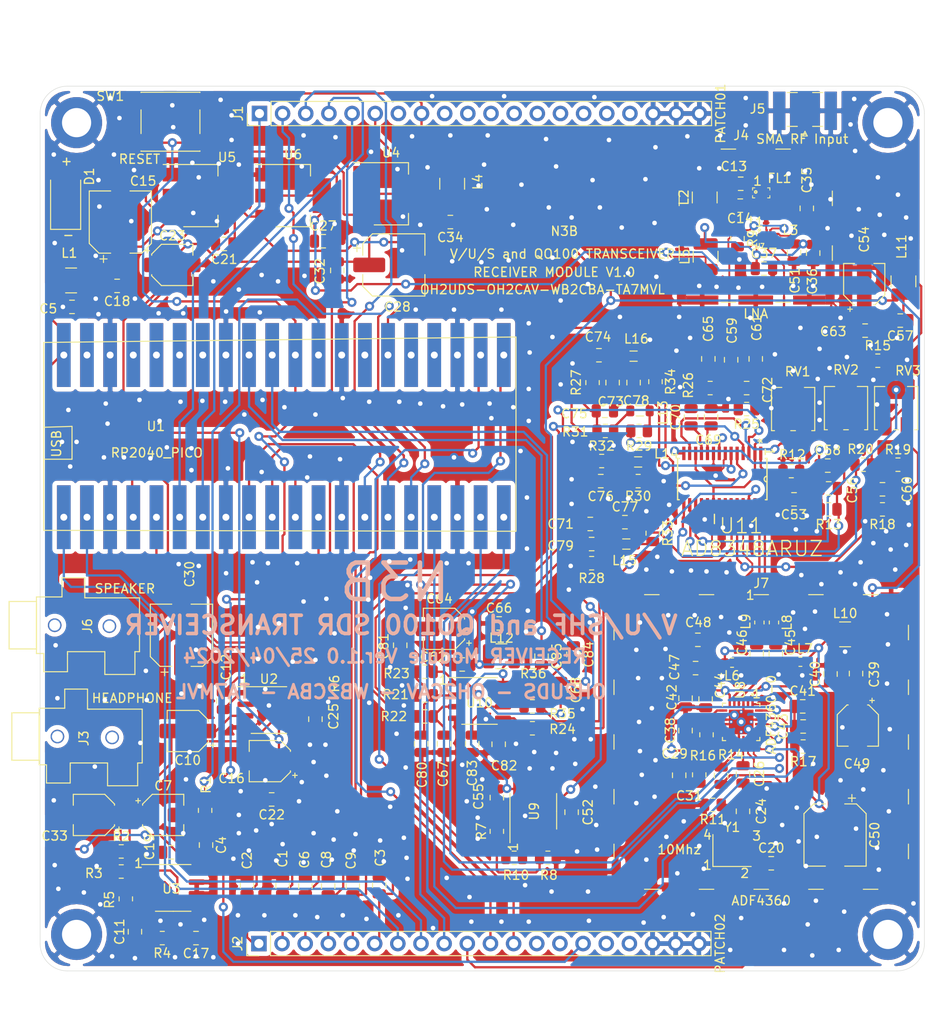
<source format=kicad_pcb>
(kicad_pcb (version 20171130) (host pcbnew "(5.1.12)-1")
  (layers (0 F.Cu signal) (31 B.Cu signal) (34 B.Paste user) (35 F.Paste user) (36 B.SilkS user hide) (37 F.SilkS user) (38 B.Mask user) (39 F.Mask user) (44 Edge.Cuts user))
  (net 0 "")
  (net 1 GNDPWR)
  (net 2 PTT)
  (net 3 +3V3)
  (net 4 +12V)
  (net 5 LCD_SDA)
  (net 6 LCD_SCL)
  (net 7 MCU_SDA)
  (net 8 MCU_SCL)
  (net 9 "Net-(C10-Pad1)")
  (net 10 "Net-(C11-Pad1)")
  (net 11 "Net-(C17-Pad1)")
  (net 12 "Net-(C24-Pad2)")
  (net 13 "Net-(C24-Pad1)")
  (net 14 "Net-(C26-Pad2)")
  (net 15 "Net-(C29-Pad1)")
  (net 16 "Net-(C31-Pad2)")
  (net 17 "Net-(C33-Pad2)")
  (net 18 "Net-(C35-Pad2)")
  (net 19 "Net-(C35-Pad1)")
  (net 20 "Net-(C38-Pad1)")
  (net 21 "Net-(C39-Pad1)")
  (net 22 "Net-(C41-Pad1)")
  (net 23 "Net-(C43-Pad2)")
  (net 24 "Net-(C45-Pad2)")
  (net 25 "Net-(C45-Pad1)")
  (net 26 "Net-(C46-Pad2)")
  (net 27 "Net-(C46-Pad1)")
  (net 28 ADF_LOP)
  (net 29 ADF_LON)
  (net 30 "Net-(R14-Pad1)")
  (net 31 "Net-(U1-Pad39)")
  (net 32 "Net-(U1-Pad37)")
  (net 33 "Net-(U1-Pad36)")
  (net 34 ADF_TX_LE)
  (net 35 ADF_TX_DATA)
  (net 36 ADF_TX_CLK)
  (net 37 ADF_MUX)
  (net 38 "Net-(C52-Pad1)")
  (net 39 +5V)
  (net 40 "Net-(C58-Pad1)")
  (net 41 ROTRX_A)
  (net 42 ROTRX_B)
  (net 43 ROTRX_SW)
  (net 44 "Net-(C4-Pad1)")
  (net 45 KEYRX3)
  (net 46 "Net-(C10-Pad2)")
  (net 47 KEYRX2)
  (net 48 KEYRX1)
  (net 49 "Net-(C12-Pad2)")
  (net 50 "Net-(C12-Pad1)")
  (net 51 "Net-(C13-Pad2)")
  (net 52 "Net-(C13-Pad1)")
  (net 53 +12VA)
  (net 54 "Net-(C17-Pad2)")
  (net 55 "Net-(C19-Pad1)")
  (net 56 "Net-(C25-Pad2)")
  (net 57 "Net-(C25-Pad1)")
  (net 58 "Net-(C30-Pad2)")
  (net 59 "Net-(C34-Pad1)")
  (net 60 "Net-(C36-Pad1)")
  (net 61 IOFS)
  (net 62 "Net-(C55-Pad1)")
  (net 63 QOFS)
  (net 64 "Net-(C59-Pad1)")
  (net 65 "Net-(C60-Pad1)")
  (net 66 "Net-(C67-Pad1)")
  (net 67 "Net-(C68-Pad2)")
  (net 68 RX_I)
  (net 69 "Net-(C69-Pad1)")
  (net 70 "Net-(C70-Pad2)")
  (net 71 "Net-(C70-Pad1)")
  (net 72 VCMO)
  (net 73 QAIN)
  (net 74 AD8348_IN)
  (net 75 "Net-(C72-Pad1)")
  (net 76 IAIN)
  (net 77 "Net-(C74-Pad1)")
  (net 78 "Net-(C75-Pad1)")
  (net 79 "Net-(C76-Pad2)")
  (net 80 "Net-(C76-Pad1)")
  (net 81 "Net-(C80-Pad1)")
  (net 82 "Net-(C82-Pad1)")
  (net 83 "Net-(C83-Pad1)")
  (net 84 "Net-(C84-Pad1)")
  (net 85 ROTX_SW)
  (net 86 ROTX_B)
  (net 87 ROTX_A)
  (net 88 KEYTX3)
  (net 89 KEYTX2)
  (net 90 KEYTX1)
  (net 91 TX+3.3V)
  (net 92 TX+5V)
  (net 93 RST_TX)
  (net 94 ILI+5V)
  (net 95 ILI_RST)
  (net 96 ILI_SCK)
  (net 97 ILI_MOSI)
  (net 98 ILI_CS)
  (net 99 ILI_DC)
  (net 100 RST_RX)
  (net 101 TXUART_RX)
  (net 102 TXUART_TX)
  (net 103 RXUART_RX)
  (net 104 RXUART_TX)
  (net 105 "Net-(L3-Pad2)")
  (net 106 "Net-(L13-Pad2)")
  (net 107 "Net-(L14-Pad2)")
  (net 108 "Net-(L15-Pad2)")
  (net 109 "Net-(L16-Pad1)")
  (net 110 "Net-(R1-Pad2)")
  (net 111 "Net-(R5-Pad1)")
  (net 112 LNA_Cont)
  (net 113 "Net-(R10-Pad1)")
  (net 114 "Net-(R15-Pad2)")
  (net 115 "Net-(R19-Pad2)")
  (net 116 "Net-(R20-Pad2)")
  (net 117 DEM_I_N)
  (net 118 DEM_I_P)
  (net 119 DEM_Q_P)
  (net 120 IMXO)
  (net 121 QMXO)
  (net 122 DEM_Q_N)
  (net 123 "Net-(RV3-Pad2)")
  (net 124 "Net-(U1-Pad35)")
  (net 125 "Net-(U1-Pad34)")
  (net 126 RX_Q)
  (net 127 "Net-(U1-Pad27)")
  (net 128 ADF_RX_DATA)
  (net 129 ADF_RX_CLK)
  (net 130 ADF_RX_LE)
  (net 131 "Net-(U2-Pad7)")
  (net 132 "Net-(U3-Pad5)")
  (net 133 "Net-(U9-Pad5)")
  (net 134 "Net-(U11-Pad19)")
  (net 135 "Net-(U11-Pad18)")
  (net 136 "Net-(U1-Pad25)")
  (net 137 "Net-(U1-Pad24)")
  (module RF_Shielding:Laird_Technologies_BMI-S-204-F_32.00x32.00mm (layer F.Cu) (at 134.1 199.9)
    (fp_text reference J7 (at 0 -17.4) (layer F.SilkS))
    (fp_text value ADF4360 (at 0 17.4) (layer F.SilkS))
    (pad 1 smd rect (at 15.9 14.25) (size 1 2.3) (layers F.Cu F.Paste F.Mask) (net 1 GNDPWR))
    (pad 1 smd rect (at -15.9 14.25) (size 1 2.3) (layers F.Cu F.Paste F.Mask) (net 1 GNDPWR))
    (pad 1 smd rect (at 15.9 9) (size 1 3.8) (layers F.Cu F.Paste F.Mask) (net 1 GNDPWR))
    (pad 1 smd rect (at -15.9 9) (size 1 3.8) (layers F.Cu F.Paste F.Mask) (net 1 GNDPWR))
    (pad 1 smd rect (at 15.9 3) (size 1 3.8) (layers F.Cu F.Paste F.Mask) (net 1 GNDPWR))
    (pad 1 smd rect (at -15.9 3) (size 1 3.8) (layers F.Cu F.Paste F.Mask) (net 1 GNDPWR))
    (pad 1 smd rect (at 15.9 -3) (size 1 3.8) (layers F.Cu F.Paste F.Mask) (net 1 GNDPWR))
    (pad 1 smd rect (at -15.9 -3) (size 1 3.8) (layers F.Cu F.Paste F.Mask) (net 1 GNDPWR))
    (pad 1 smd rect (at 15.9 -9) (size 1 3.8) (layers F.Cu F.Paste F.Mask) (net 1 GNDPWR))
    (pad 1 smd rect (at -15.9 -9) (size 1 3.8) (layers F.Cu F.Paste F.Mask) (net 1 GNDPWR))
    (pad 1 smd rect (at 15.9 -14.25) (size 1 2.3) (layers F.Cu F.Paste F.Mask) (net 1 GNDPWR))
    (pad 1 smd rect (at -15.9 -14.25) (size 1 2.3) (layers F.Cu F.Paste F.Mask) (net 1 GNDPWR))
    (pad 1 smd rect (at 14.25 15.9) (size 2.3 1) (layers F.Cu F.Paste F.Mask) (net 1 GNDPWR))
    (pad 1 smd rect (at 14.25 -15.9) (size 2.3 1) (layers F.Cu F.Paste F.Mask) (net 1 GNDPWR))
    (pad 1 smd rect (at 9 15.9) (size 3.8 1) (layers F.Cu F.Paste F.Mask) (net 1 GNDPWR))
    (pad 1 smd rect (at 9 -15.9) (size 3.8 1) (layers F.Cu F.Paste F.Mask) (net 1 GNDPWR))
    (pad 1 smd rect (at 3 15.9) (size 3.8 1) (layers F.Cu F.Paste F.Mask) (net 1 GNDPWR))
    (pad 1 smd rect (at 3 -15.9) (size 3.8 1) (layers F.Cu F.Paste F.Mask) (net 1 GNDPWR))
    (pad 1 smd rect (at -3 15.9) (size 3.8 1) (layers F.Cu F.Paste F.Mask) (net 1 GNDPWR))
    (pad 1 smd rect (at -3 -15.9) (size 3.8 1) (layers F.Cu F.Paste F.Mask) (net 1 GNDPWR))
    (pad 1 smd rect (at -9 15.9) (size 3.8 1) (layers F.Cu F.Paste F.Mask) (net 1 GNDPWR))
    (pad 1 smd rect (at -9 -15.9) (size 3.8 1) (layers F.Cu F.Paste F.Mask) (net 1 GNDPWR))
    (pad 1 smd rect (at -14.25 15.9) (size 2.3 1) (layers F.Cu F.Paste F.Mask) (net 1 GNDPWR))
    (pad 1 smd rect (at -14.25 -15.9) (size 2.3 1) (layers F.Cu F.Paste F.Mask) (net 1 GNDPWR))
    (pad 1 smd rect (at -15.9 15.9) (size 1 1) (layers F.Cu F.Paste F.Mask) (net 1 GNDPWR))
    (pad 1 smd rect (at 15.9 15.9) (size 1 1) (layers F.Cu F.Paste F.Mask) (net 1 GNDPWR))
    (pad 1 smd rect (at 15.9 -15.9) (size 1 1) (layers F.Cu F.Paste F.Mask) (net 1 GNDPWR))
    (pad 1 smd rect (at -15.9 -15.9) (size 1 1) (layers F.Cu F.Paste F.Mask) (net 1 GNDPWR))
  )
  (module RF_Shielding:Laird_Technologies_BMI-S-102_16.50x16.50mm (layer F.Cu) (at 133.5 143.3)
    (fp_text reference J4 (at -1.6 -9.9) (layer F.SilkS))
    (fp_text value LNA (at 0 9.65) (layer F.SilkS))
    (pad 1 smd rect (at 8.15 5.875) (size 1 3.55) (layers F.Cu F.Paste F.Mask) (net 1 GNDPWR))
    (pad 1 smd rect (at -8.15 5.875) (size 1 3.55) (layers F.Cu F.Paste F.Mask) (net 1 GNDPWR))
    (pad 1 smd rect (at 8.15 0) (size 1 3.8) (layers F.Cu F.Paste F.Mask) (net 1 GNDPWR))
    (pad 1 smd rect (at -8.15 0) (size 1 3.8) (layers F.Cu F.Paste F.Mask) (net 1 GNDPWR))
    (pad 1 smd rect (at 8.15 -5.875) (size 1 3.55) (layers F.Cu F.Paste F.Mask) (net 1 GNDPWR))
    (pad 1 smd rect (at -8.15 -5.875) (size 1 3.55) (layers F.Cu F.Paste F.Mask) (net 1 GNDPWR))
    (pad 1 smd rect (at 5.875 8.15) (size 3.55 1) (layers F.Cu F.Paste F.Mask) (net 1 GNDPWR))
    (pad 1 smd rect (at 5.875 -8.15) (size 3.55 1) (layers F.Cu F.Paste F.Mask) (net 1 GNDPWR))
    (pad 1 smd rect (at 0 8.15) (size 3.8 1) (layers F.Cu F.Paste F.Mask) (net 1 GNDPWR))
    (pad 1 smd rect (at 0 -8.15) (size 3.8 1) (layers F.Cu F.Paste F.Mask) (net 1 GNDPWR))
    (pad 1 smd rect (at -5.875 8.15) (size 3.55 1) (layers F.Cu F.Paste F.Mask) (net 1 GNDPWR))
    (pad 1 smd rect (at -5.875 -8.15) (size 3.55 1) (layers F.Cu F.Paste F.Mask) (net 1 GNDPWR))
    (pad 1 smd rect (at -8.15 8.15) (size 1 1) (layers F.Cu F.Paste F.Mask) (net 1 GNDPWR))
    (pad 1 smd rect (at 8.15 8.15) (size 1 1) (layers F.Cu F.Paste F.Mask) (net 1 GNDPWR))
    (pad 1 smd rect (at 8.15 -8.15) (size 1 1) (layers F.Cu F.Paste F.Mask) (net 1 GNDPWR))
    (pad 1 smd rect (at -8.15 -8.15) (size 1 1) (layers F.Cu F.Paste F.Mask) (net 1 GNDPWR))
  )
  (module BGA7L1BN6:IC_BGC100GN6E6327XTSA1 (layer F.Cu) (at 134.9 144.2 180)
    (fp_text reference U7 (at 0.924 -1.3048) (layer F.SilkS) (effects (font (size 0.48 0.48))))
    (fp_text value MXD8015LL)
    (pad 1 smd rect (at 0.2 0.4 180) (size 0.25 0.25) (layers F.Cu) (net 1 GNDPWR))
    (pad 6 smd rect (at -0.2 0.4 180) (size 0.25 0.25) (layers F.Cu) (net 112 LNA_Cont))
    (pad 3 smd rect (at 0.2 -0.4 180) (size 0.25 0.25) (layers F.Cu) (net 74 AD8348_IN))
    (pad 4 smd rect (at -0.2 -0.4 180) (size 0.25 0.25) (layers F.Cu) (net 1 GNDPWR))
    (pad 2 smd rect (at 0.6 0 180) (size 1 0.25) (layers F.Cu) (net 60 "Net-(C36-Pad1)"))
    (pad 5 smd rect (at -0.6 0 180) (size 1 0.25) (layers F.Cu) (net 105 "Net-(L3-Pad2)"))
  )
  (module RP2040_PICO:PROBE_PAD_0603 (layer F.Cu) (at 134.1 139.7)
    (fp_text reference REF** hide)
    (fp_text value PROBE_PAD_0603)
    (pad 1 smd rect (at 0 0) (size 1 0.25) (layers F.Cu F.Paste F.Mask))
  )
  (module AD8348ARUZ:AD8348SEDA (layer F.Cu) (at 129.8302 171.0806 270)
    (fp_text reference U11 (at 5.1194 -2.0698) (layer F.SilkS) (effects (font (size 1.64 1.64))))
    (fp_text value AD8348ARUZ (at 7.6194 -3.2698 180) (layer F.SilkS) (effects (font (size 1.64 1.64))))
    (fp_text user * (at -4.1806 -4.4698 90) (layer F.SilkS))
    (pad 28 smd rect (at 2.8194 -4.2164 270) (size 1.4732 0.3556) (layers F.Cu F.Paste F.Mask) (net 29 ADF_LON))
    (pad 27 smd rect (at 2.8194 -3.5814 270) (size 1.4732 0.3556) (layers F.Cu F.Paste F.Mask) (net 1 GNDPWR))
    (pad 26 smd rect (at 2.8194 -2.921 270) (size 1.4732 0.3556) (layers F.Cu F.Paste F.Mask) (net 122 DEM_Q_N))
    (pad 25 smd rect (at 2.8194 -2.286 270) (size 1.4732 0.3556) (layers F.Cu F.Paste F.Mask) (net 119 DEM_Q_P))
    (pad 24 smd rect (at 2.8194 -1.6256 270) (size 1.4732 0.3556) (layers F.Cu F.Paste F.Mask) (net 115 "Net-(R19-Pad2)"))
    (pad 23 smd rect (at 2.8194 -0.9652 270) (size 1.4732 0.3556) (layers F.Cu F.Paste F.Mask) (net 73 QAIN))
    (pad 22 smd rect (at 2.8194 -0.3302 270) (size 1.4732 0.3556) (layers F.Cu F.Paste F.Mask) (net 1 GNDPWR))
    (pad 21 smd rect (at 2.8194 0.3302 270) (size 1.4732 0.3556) (layers F.Cu F.Paste F.Mask) (net 121 QMXO))
    (pad 20 smd rect (at 2.8194 0.9652 270) (size 1.4732 0.3556) (layers F.Cu F.Paste F.Mask) (net 64 "Net-(C59-Pad1)"))
    (pad 19 smd rect (at 2.8194 1.6256 270) (size 1.4732 0.3556) (layers F.Cu F.Paste F.Mask) (net 134 "Net-(U11-Pad19)"))
    (pad 18 smd rect (at 2.8194 2.286 270) (size 1.4732 0.3556) (layers F.Cu F.Paste F.Mask) (net 135 "Net-(U11-Pad18)"))
    (pad 17 smd rect (at 2.8194 2.921 270) (size 1.4732 0.3556) (layers F.Cu F.Paste F.Mask) (net 123 "Net-(RV3-Pad2)"))
    (pad 16 smd rect (at 2.8194 3.5814 270) (size 1.4732 0.3556) (layers F.Cu F.Paste F.Mask) (net 63 QOFS))
    (pad 15 smd rect (at 2.8194 4.2164 270) (size 1.4732 0.3556) (layers F.Cu F.Paste F.Mask) (net 116 "Net-(R20-Pad2)"))
    (pad 14 smd rect (at -2.8194 4.2164 270) (size 1.4732 0.3556) (layers F.Cu F.Paste F.Mask) (net 40 "Net-(C58-Pad1)"))
    (pad 13 smd rect (at -2.8194 3.5814 270) (size 1.4732 0.3556) (layers F.Cu F.Paste F.Mask) (net 61 IOFS))
    (pad 12 smd rect (at -2.8194 2.921 270) (size 1.4732 0.3556) (layers F.Cu F.Paste F.Mask) (net 64 "Net-(C59-Pad1)"))
    (pad 11 smd rect (at -2.8194 2.286 270) (size 1.4732 0.3556) (layers F.Cu F.Paste F.Mask) (net 71 "Net-(C70-Pad1)"))
    (pad 10 smd rect (at -2.8194 1.6256 270) (size 1.4732 0.3556) (layers F.Cu F.Paste F.Mask) (net 69 "Net-(C69-Pad1)"))
    (pad 9 smd rect (at -2.8194 0.9652 270) (size 1.4732 0.3556) (layers F.Cu F.Paste F.Mask) (net 1 GNDPWR))
    (pad 8 smd rect (at -2.8194 0.3302 270) (size 1.4732 0.3556) (layers F.Cu F.Paste F.Mask) (net 120 IMXO))
    (pad 7 smd rect (at -2.8194 -0.3302 270) (size 1.4732 0.3556) (layers F.Cu F.Paste F.Mask) (net 1 GNDPWR))
    (pad 6 smd rect (at -2.8194 -0.9652 270) (size 1.4732 0.3556) (layers F.Cu F.Paste F.Mask) (net 76 IAIN))
    (pad 5 smd rect (at -2.8194 -1.6256 270) (size 1.4732 0.3556) (layers F.Cu F.Paste F.Mask) (net 72 VCMO))
    (pad 4 smd rect (at -2.8194 -2.286 270) (size 1.4732 0.3556) (layers F.Cu F.Paste F.Mask) (net 118 DEM_I_P))
    (pad 3 smd rect (at -2.8194 -2.921 270) (size 1.4732 0.3556) (layers F.Cu F.Paste F.Mask) (net 117 DEM_I_N))
    (pad 2 smd rect (at -2.8194 -3.5814 270) (size 1.4732 0.3556) (layers F.Cu F.Paste F.Mask) (net 64 "Net-(C59-Pad1)"))
    (pad 1 smd rect (at -2.8194 -4.2164 270) (size 1.4732 0.3556) (layers F.Cu F.Paste F.Mask) (net 28 ADF_LOP))
  )
  (module Package_SO:SO-8_3.9x4.9mm_P1.27mm (layer F.Cu) (at 103.2 195.4)
    (fp_text reference U10 (at 0 0.2) (layer F.SilkS))
    (fp_text value LM4562)
    (pad 8 smd roundrect (at 2.575 -1.905) (size 1.75 0.6) (layers F.Cu F.Paste F.Mask) (net 62 "Net-(C55-Pad1)"))
    (pad 7 smd roundrect (at 2.575 -0.635) (size 1.75 0.6) (layers F.Cu F.Paste F.Mask) (net 84 "Net-(C84-Pad1)"))
    (pad 6 smd roundrect (at 2.575 0.635) (size 1.75 0.6) (layers F.Cu F.Paste F.Mask) (net 83 "Net-(C83-Pad1)"))
    (pad 5 smd roundrect (at 2.575 1.905) (size 1.75 0.6) (layers F.Cu F.Paste F.Mask) (net 82 "Net-(C82-Pad1)"))
    (pad 4 smd roundrect (at -2.575 1.905) (size 1.75 0.6) (layers F.Cu F.Paste F.Mask) (net 1 GNDPWR))
    (pad 3 smd roundrect (at -2.575 0.635) (size 1.75 0.6) (layers F.Cu F.Paste F.Mask) (net 66 "Net-(C67-Pad1)"))
    (pad 2 smd roundrect (at -2.575 -0.635) (size 1.75 0.6) (layers F.Cu F.Paste F.Mask) (net 81 "Net-(C80-Pad1)"))
    (pad 1 smd roundrect (at -2.575 -1.905) (size 1.75 0.6) (layers F.Cu F.Paste F.Mask) (net 67 "Net-(C68-Pad2)"))
  )
  (module Package_SO:SO-8_3.9x4.9mm_P1.27mm (layer F.Cu) (at 109.1 207.5 90)
    (fp_text reference U9 (at 0 0.1 90) (layer F.SilkS))
    (fp_text value LM4562)
    (pad 8 smd roundrect (at 2.575 -1.905 90) (size 1.75 0.6) (layers F.Cu F.Paste F.Mask) (net 62 "Net-(C55-Pad1)"))
    (pad 7 smd roundrect (at 2.575 -0.635 90) (size 1.75 0.6) (layers F.Cu F.Paste F.Mask) (net 133 "Net-(U9-Pad5)"))
    (pad 6 smd roundrect (at 2.575 0.635 90) (size 1.75 0.6) (layers F.Cu F.Paste F.Mask) (net 1 GNDPWR))
    (pad 5 smd roundrect (at 2.575 1.905 90) (size 1.75 0.6) (layers F.Cu F.Paste F.Mask) (net 133 "Net-(U9-Pad5)"))
    (pad 4 smd roundrect (at -2.575 1.905 90) (size 1.75 0.6) (layers F.Cu F.Paste F.Mask) (net 1 GNDPWR))
    (pad 3 smd roundrect (at -2.575 0.635 90) (size 1.75 0.6) (layers F.Cu F.Paste F.Mask) (net 38 "Net-(C52-Pad1)"))
    (pad 2 smd roundrect (at -2.575 -0.635 90) (size 1.75 0.6) (layers F.Cu F.Paste F.Mask) (net 72 VCMO))
    (pad 1 smd roundrect (at -2.575 -1.905 90) (size 1.75 0.6) (layers F.Cu F.Paste F.Mask) (net 113 "Net-(R10-Pad1)"))
  )
  (module Package_TO_SOT_SMD:SOT-223-3_TabPin2 (layer F.Cu) (at 82.75 140)
    (fp_text reference U6 (at 0 -4.5) (layer F.SilkS))
    (fp_text value LM1117-3.3)
    (pad 1 smd rect (at -3.15 -2.3) (size 2 1.5) (layers F.Cu F.Paste F.Mask) (net 1 GNDPWR))
    (pad 3 smd rect (at -3.15 2.3) (size 2 1.5) (layers F.Cu F.Paste F.Mask) (net 39 +5V))
    (pad 2 smd rect (at -3.15 0) (size 2 1.5) (layers F.Cu F.Paste F.Mask) (net 3 +3V3))
    (pad 2 smd rect (at 3.15 0) (size 2 3.8) (layers F.Cu F.Paste F.Mask) (net 3 +3V3))
  )
  (module Package_TO_SOT_SMD:SOT-223-3_TabPin2 (layer F.Cu) (at 72.6 140)
    (fp_text reference U5 (at 2.9 -4.2) (layer F.SilkS))
    (fp_text value LM1117-5.0)
    (pad 1 smd rect (at -3.15 -2.3) (size 2 1.5) (layers F.Cu F.Paste F.Mask) (net 1 GNDPWR))
    (pad 3 smd rect (at -3.15 2.3) (size 2 1.5) (layers F.Cu F.Paste F.Mask) (net 53 +12VA))
    (pad 2 smd rect (at -3.15 0) (size 2 1.5) (layers F.Cu F.Paste F.Mask) (net 39 +5V))
    (pad 2 smd rect (at 3.15 0) (size 2 3.8) (layers F.Cu F.Paste F.Mask) (net 39 +5V))
  )
  (module Package_TO_SOT_SMD:SOT-223-3_TabPin2 (layer F.Cu) (at 93.5 139.8)
    (fp_text reference U4 (at 0 -4.5) (layer F.SilkS))
    (fp_text value LM1117-5.0)
    (pad 1 smd rect (at -3.15 -2.3) (size 2 1.5) (layers F.Cu F.Paste F.Mask) (net 1 GNDPWR))
    (pad 3 smd rect (at -3.15 2.3) (size 2 1.5) (layers F.Cu F.Paste F.Mask) (net 53 +12VA))
    (pad 2 smd rect (at -3.15 0) (size 2 1.5) (layers F.Cu F.Paste F.Mask) (net 59 "Net-(C34-Pad1)"))
    (pad 2 smd rect (at 3.15 0) (size 2 3.8) (layers F.Cu F.Paste F.Mask) (net 59 "Net-(C34-Pad1)"))
  )
  (module Package_SO:SO-8_3.9x4.9mm_P1.27mm (layer F.Cu) (at 69.6 215.9)
    (fp_text reference U3 (at -0.2 0.1) (layer F.SilkS))
    (fp_text value LM4562)
    (pad 8 smd roundrect (at 2.575 -1.905) (size 1.75 0.6) (layers F.Cu F.Paste F.Mask) (net 55 "Net-(C19-Pad1)"))
    (pad 7 smd roundrect (at 2.575 -0.635) (size 1.75 0.6) (layers F.Cu F.Paste F.Mask) (net 1 GNDPWR))
    (pad 6 smd roundrect (at 2.575 0.635) (size 1.75 0.6) (layers F.Cu F.Paste F.Mask) (net 1 GNDPWR))
    (pad 5 smd roundrect (at 2.575 1.905) (size 1.75 0.6) (layers F.Cu F.Paste F.Mask) (net 132 "Net-(U3-Pad5)"))
    (pad 4 smd roundrect (at -2.575 1.905) (size 1.75 0.6) (layers F.Cu F.Paste F.Mask) (net 1 GNDPWR))
    (pad 3 smd roundrect (at -2.575 0.635) (size 1.75 0.6) (layers F.Cu F.Paste F.Mask) (net 111 "Net-(R5-Pad1)"))
    (pad 2 smd roundrect (at -2.575 -0.635) (size 1.75 0.6) (layers F.Cu F.Paste F.Mask) (net 54 "Net-(C17-Pad2)"))
    (pad 1 smd roundrect (at -2.575 -1.905) (size 1.75 0.6) (layers F.Cu F.Paste F.Mask) (net 11 "Net-(C17-Pad1)"))
  )
  (module Package_SO:SO-8_3.9x4.9mm_P1.27mm (layer F.Cu) (at 80.1 196.4)
    (fp_text reference U2 (at 0 -3.4) (layer F.SilkS))
    (fp_text value LM386)
    (pad 8 smd roundrect (at 2.575 -1.905) (size 1.75 0.6) (layers F.Cu F.Paste F.Mask) (net 50 "Net-(C12-Pad1)"))
    (pad 7 smd roundrect (at 2.575 -0.635) (size 1.75 0.6) (layers F.Cu F.Paste F.Mask) (net 131 "Net-(U2-Pad7)"))
    (pad 6 smd roundrect (at 2.575 0.635) (size 1.75 0.6) (layers F.Cu F.Paste F.Mask) (net 53 +12VA))
    (pad 5 smd roundrect (at 2.575 1.905) (size 1.75 0.6) (layers F.Cu F.Paste F.Mask) (net 57 "Net-(C25-Pad1)"))
    (pad 4 smd roundrect (at -2.575 1.905) (size 1.75 0.6) (layers F.Cu F.Paste F.Mask) (net 1 GNDPWR))
    (pad 3 smd roundrect (at -2.575 0.635) (size 1.75 0.6) (layers F.Cu F.Paste F.Mask) (net 9 "Net-(C10-Pad1)"))
    (pad 2 smd roundrect (at -2.575 -0.635) (size 1.75 0.6) (layers F.Cu F.Paste F.Mask) (net 1 GNDPWR))
    (pad 1 smd roundrect (at -2.575 -1.905) (size 1.75 0.6) (layers F.Cu F.Paste F.Mask) (net 49 "Net-(C12-Pad2)"))
  )
  (module RP2040_PICO:RPI2040_PICO_SMD (layer F.Cu) (at 57.6 152.4 90)
    (fp_text reference U1 (at -12.9 10.1 180) (layer F.SilkS))
    (fp_text value RP2040_PICO (at -15.8 10.2 180) (layer F.SilkS))
    (fp_text user USB (at -14.8 -0.8 90) (layer F.SilkS))
    (pad 40 thru_hole rect (at -5.08 0 90) (size 7 1.5) (drill 0.762) (layers *.Cu *.Mask) (net 55 "Net-(C19-Pad1)"))
    (pad 39 thru_hole rect (at -5.08 2.54 90) (size 7 1.5) (drill 0.762) (layers *.Cu *.Mask) (net 31 "Net-(U1-Pad39)"))
    (pad 38 thru_hole rect (at -5.08 5.08 90) (size 7 1.5) (drill 0.762) (layers *.Cu *.Mask) (net 1 GNDPWR))
    (pad 37 thru_hole rect (at -5.08 7.62 90) (size 7 1.5) (drill 0.762) (layers *.Cu *.Mask) (net 32 "Net-(U1-Pad37)"))
    (pad 36 thru_hole rect (at -5.08 10.16 90) (size 7 1.5) (drill 0.762) (layers *.Cu *.Mask) (net 33 "Net-(U1-Pad36)"))
    (pad 35 thru_hole rect (at -5.08 12.7 90) (size 7 1.5) (drill 0.762) (layers *.Cu *.Mask) (net 124 "Net-(U1-Pad35)"))
    (pad 34 thru_hole rect (at -5.08 15.24 90) (size 7 1.5) (drill 0.762) (layers *.Cu *.Mask) (net 125 "Net-(U1-Pad34)"))
    (pad 33 thru_hole rect (at -5.08 17.78 90) (size 7 1.5) (drill 0.762) (layers *.Cu *.Mask) (net 1 GNDPWR))
    (pad 32 thru_hole rect (at -5.08 20.32 90) (size 7 1.5) (drill 0.762) (layers *.Cu *.Mask) (net 126 RX_Q))
    (pad 31 thru_hole rect (at -5.08 22.86 90) (size 7 1.5) (drill 0.762) (layers *.Cu *.Mask) (net 68 RX_I))
    (pad 30 thru_hole rect (at -5.08 25.4 90) (size 7 1.5) (drill 0.762) (layers *.Cu *.Mask) (net 100 RST_RX))
    (pad 29 thru_hole rect (at -5.08 27.94 90) (size 7 1.5) (drill 0.762) (layers *.Cu *.Mask) (net 110 "Net-(R1-Pad2)"))
    (pad 28 thru_hole rect (at -5.08 30.48 90) (size 7 1.5) (drill 0.762) (layers *.Cu *.Mask) (net 1 GNDPWR))
    (pad 27 thru_hole rect (at -5.08 33.02 90) (size 7 1.5) (drill 0.762) (layers *.Cu *.Mask) (net 127 "Net-(U1-Pad27)"))
    (pad 26 thru_hole rect (at -5.08 35.56 90) (size 7 1.5) (drill 0.762) (layers *.Cu *.Mask) (net 112 LNA_Cont))
    (pad 25 thru_hole rect (at -5.08 38.1 90) (size 7 1.5) (drill 0.762) (layers *.Cu *.Mask) (net 136 "Net-(U1-Pad25)"))
    (pad 24 thru_hole rect (at -5.08 40.64 90) (size 7 1.5) (drill 0.762) (layers *.Cu *.Mask) (net 137 "Net-(U1-Pad24)"))
    (pad 23 thru_hole rect (at -5.08 43.18 90) (size 7 1.5) (drill 0.762) (layers *.Cu *.Mask) (net 1 GNDPWR))
    (pad 22 thru_hole rect (at -5.08 45.72 90) (size 7 1.5) (drill 0.762) (layers *.Cu *.Mask) (net 8 MCU_SCL))
    (pad 21 thru_hole rect (at -5.08 48.26 90) (size 7 1.5) (drill 0.762) (layers *.Cu *.Mask) (net 7 MCU_SDA))
    (pad 20 thru_hole rect (at -22.86 48.26 90) (size 7 1.5) (drill 0.762) (layers *.Cu *.Mask) (net 128 ADF_RX_DATA))
    (pad 19 thru_hole rect (at -22.86 45.72 90) (size 7 1.5) (drill 0.762) (layers *.Cu *.Mask) (net 129 ADF_RX_CLK))
    (pad 18 thru_hole rect (at -22.86 43.18 90) (size 7 1.5) (drill 0.762) (layers *.Cu *.Mask) (net 1 GNDPWR))
    (pad 17 thru_hole rect (at -22.86 40.64 90) (size 7 1.5) (drill 0.762) (layers *.Cu *.Mask) (net 130 ADF_RX_LE))
    (pad 16 thru_hole rect (at -22.86 38.1 90) (size 7 1.5) (drill 0.762) (layers *.Cu *.Mask) (net 98 ILI_CS))
    (pad 15 thru_hole rect (at -22.86 35.56 90) (size 7 1.5) (drill 0.762) (layers *.Cu *.Mask) (net 97 ILI_MOSI))
    (pad 14 thru_hole rect (at -22.86 33.02 90) (size 7 1.5) (drill 0.762) (layers *.Cu *.Mask) (net 96 ILI_SCK))
    (pad 13 thru_hole rect (at -22.86 30.48 90) (size 7 1.5) (drill 0.762) (layers *.Cu *.Mask) (net 1 GNDPWR))
    (pad 12 thru_hole rect (at -22.86 27.94 90) (size 7 1.5) (drill 0.762) (layers *.Cu *.Mask) (net 45 KEYRX3))
    (pad 11 thru_hole rect (at -22.86 25.4 90) (size 7 1.5) (drill 0.762) (layers *.Cu *.Mask) (net 47 KEYRX2))
    (pad 10 thru_hole rect (at -22.86 22.86 90) (size 7 1.5) (drill 0.762) (layers *.Cu *.Mask) (net 48 KEYRX1))
    (pad 9 thru_hole rect (at -22.86 20.32 90) (size 7 1.5) (drill 0.762) (layers *.Cu *.Mask) (net 43 ROTRX_SW))
    (pad 8 thru_hole rect (at -22.86 17.78 90) (size 7 1.5) (drill 0.762) (layers *.Cu *.Mask) (net 1 GNDPWR))
    (pad 7 thru_hole rect (at -22.86 15.24 90) (size 7 1.5) (drill 0.762) (layers *.Cu *.Mask) (net 95 ILI_RST))
    (pad 6 thru_hole rect (at -22.86 12.7 90) (size 7 1.5) (drill 0.762) (layers *.Cu *.Mask) (net 99 ILI_DC))
    (pad 5 thru_hole rect (at -22.86 10.16 90) (size 7 1.5) (drill 0.762) (layers *.Cu *.Mask) (net 42 ROTRX_B))
    (pad 4 thru_hole rect (at -22.86 7.62 90) (size 7 1.5) (drill 0.762) (layers *.Cu *.Mask) (net 41 ROTRX_A))
    (pad 3 thru_hole rect (at -22.86 5.08 90) (size 7 1.5) (drill 0.762) (layers *.Cu *.Mask) (net 1 GNDPWR))
    (pad 2 thru_hole rect (at -22.86 2.54 90) (size 7 1.5) (drill 0.762) (layers *.Cu *.Mask) (net 103 RXUART_RX))
    (pad 1 thru_hole rect (at -22.86 0 90) (size 7 1.5) (drill 0.762) (layers *.Cu *.Mask) (net 104 RXUART_TX))
  )
  (module ADX_FOOTPRINT_LIBRARY:SW_Push_1P1T_NO_6x6mm_H9.5mm (layer F.Cu) (at 69.3 131.9 180)
    (fp_text reference SW1 (at 6.6 2.8) (layer F.SilkS))
    (fp_text value RESET (at 3.4 -4.1) (layer F.SilkS))
    (pad 2 smd rect (at 2.8 2.3 180) (size 3 1.3) (layers F.Cu F.Paste F.Mask) (net 1 GNDPWR))
    (pad 1 smd rect (at 2.8 -2.3 180) (size 3 1.3) (layers F.Cu F.Paste F.Mask) (net 100 RST_RX))
    (pad 1 smd rect (at -2.7 -2.3 180) (size 3 1.3) (layers F.Cu F.Paste F.Mask) (net 100 RST_RX))
    (pad 2 smd rect (at -2.7 2.25 180) (size 3 1.3) (layers F.Cu F.Paste F.Mask) (net 1 GNDPWR))
  )
  (module Potentiometer_SMD:Potentiometer_Bourns_3314J_Vertical (layer F.Cu) (at 148.9 163.3 180)
    (fp_text reference RV3 (at -1.3 4.1) (layer F.SilkS))
    (fp_text value 5k)
    (pad 3 smd rect (at -1.15 -2 180) (size 1.3 2) (layers F.Cu F.Paste F.Mask) (net 65 "Net-(C60-Pad1)"))
    (pad 2 smd rect (at 0 2 180) (size 2 2) (layers F.Cu F.Paste F.Mask) (net 123 "Net-(RV3-Pad2)"))
    (pad 1 smd rect (at 1.15 -2 180) (size 1.3 2) (layers F.Cu F.Paste F.Mask) (net 114 "Net-(R15-Pad2)"))
  )
  (module Potentiometer_SMD:Potentiometer_Bourns_3314J_Vertical (layer F.Cu) (at 143.4 163.3 180)
    (fp_text reference RV2 (at 0 4.2) (layer F.SilkS))
    (fp_text value 5k)
    (pad 3 smd rect (at -1.15 -2 180) (size 1.3 2) (layers F.Cu F.Paste F.Mask) (net 63 QOFS))
    (pad 2 smd rect (at 0 2 180) (size 2 2) (layers F.Cu F.Paste F.Mask) (net 64 "Net-(C59-Pad1)"))
    (pad 1 smd rect (at 1.15 -2 180) (size 1.3 2) (layers F.Cu F.Paste F.Mask) (net 64 "Net-(C59-Pad1)"))
  )
  (module Potentiometer_SMD:Potentiometer_Bourns_3314J_Vertical (layer F.Cu) (at 137.6 163.4 180)
    (fp_text reference RV1 (at -0.5 4.1) (layer F.SilkS))
    (fp_text value 5k)
    (pad 3 smd rect (at -1.15 -2 180) (size 1.3 2) (layers F.Cu F.Paste F.Mask) (net 61 IOFS))
    (pad 2 smd rect (at 0 2 180) (size 2 2) (layers F.Cu F.Paste F.Mask) (net 64 "Net-(C59-Pad1)"))
    (pad 1 smd rect (at 1.15 -2 180) (size 1.3 2) (layers F.Cu F.Paste F.Mask) (net 64 "Net-(C59-Pad1)"))
  )
  (module Resistor_SMD:R_0805_2012Metric (layer F.Cu) (at 109 193.5 180)
    (fp_text reference R36 (at -0.1 1.1) (layer F.SilkS))
    (fp_text value 4.7k)
    (pad 2 smd roundrect (at 0.9125 0 180) (size 1.025 1.4) (layers F.Cu F.Paste F.Mask) (roundrect_rratio 0.243902) (net 84 "Net-(C84-Pad1)"))
    (pad 1 smd roundrect (at -0.9125 0 180) (size 1.025 1.4) (layers F.Cu F.Paste F.Mask) (roundrect_rratio 0.243902) (net 83 "Net-(C83-Pad1)"))
  )
  (module Resistor_SMD:R_0805_2012Metric (layer F.Cu) (at 109 196 180)
    (fp_text reference R35 (at -3.3 -0.8) (layer F.SilkS))
    (fp_text value 3.3k)
    (pad 2 smd roundrect (at 0.9125 0 180) (size 1.025 1.4) (layers F.Cu F.Paste F.Mask) (roundrect_rratio 0.243902) (net 83 "Net-(C83-Pad1)"))
    (pad 1 smd roundrect (at -0.9125 0 180) (size 1.025 1.4) (layers F.Cu F.Paste F.Mask) (roundrect_rratio 0.243902) (net 122 DEM_Q_N))
  )
  (module Resistor_SMD:R_0805_2012Metric (layer F.Cu) (at 122.5 160.4 270)
    (fp_text reference R34 (at 0 -1.65 90) (layer F.SilkS))
    (fp_text value 2)
    (pad 2 smd roundrect (at 0.9125 0 270) (size 1.025 1.4) (layers F.Cu F.Paste F.Mask) (roundrect_rratio 0.243902) (net 76 IAIN))
    (pad 1 smd roundrect (at -0.9125 0 270) (size 1.025 1.4) (layers F.Cu F.Paste F.Mask) (roundrect_rratio 0.243902) (net 109 "Net-(L16-Pad1)"))
  )
  (module Resistor_SMD:R_0805_2012Metric (layer F.Cu) (at 122.2 177.0125 270)
    (fp_text reference R33 (at 0 -1.65 90) (layer F.SilkS))
    (fp_text value 2)
    (pad 2 smd roundrect (at 0.9125 0 270) (size 1.025 1.4) (layers F.Cu F.Paste F.Mask) (roundrect_rratio 0.243902) (net 108 "Net-(L15-Pad2)"))
    (pad 1 smd roundrect (at -0.9125 0 270) (size 1.025 1.4) (layers F.Cu F.Paste F.Mask) (roundrect_rratio 0.243902) (net 79 "Net-(C76-Pad2)"))
  )
  (module Resistor_SMD:R_0805_2012Metric (layer F.Cu) (at 116.6 169.1)
    (fp_text reference R32 (at 0 -1.65) (layer F.SilkS))
    (fp_text value 2)
    (pad 2 smd roundrect (at 0.9125 0) (size 1.025 1.4) (layers F.Cu F.Paste F.Mask) (roundrect_rratio 0.243902) (net 107 "Net-(L14-Pad2)"))
    (pad 1 smd roundrect (at -0.9125 0) (size 1.025 1.4) (layers F.Cu F.Paste F.Mask) (roundrect_rratio 0.243902) (net 79 "Net-(C76-Pad2)"))
  )
  (module Resistor_SMD:R_0805_2012Metric (layer F.Cu) (at 117 165.8)
    (fp_text reference R31 (at -3.3 0.1) (layer F.SilkS))
    (fp_text value 2)
    (pad 2 smd roundrect (at 0.9125 0) (size 1.025 1.4) (layers F.Cu F.Paste F.Mask) (roundrect_rratio 0.243902) (net 106 "Net-(L13-Pad2)"))
    (pad 1 smd roundrect (at -0.9125 0) (size 1.025 1.4) (layers F.Cu F.Paste F.Mask) (roundrect_rratio 0.243902) (net 77 "Net-(C74-Pad1)"))
  )
  (module Resistor_SMD:R_0805_2012Metric (layer F.Cu) (at 120.6 171.3 180)
    (fp_text reference R30 (at 0 -1.65) (layer F.SilkS))
    (fp_text value 100)
    (pad 2 smd roundrect (at 0.9125 0 180) (size 1.025 1.4) (layers F.Cu F.Paste F.Mask) (roundrect_rratio 0.243902) (net 121 QMXO))
    (pad 1 smd roundrect (at -0.9125 0 180) (size 1.025 1.4) (layers F.Cu F.Paste F.Mask) (roundrect_rratio 0.243902) (net 80 "Net-(C76-Pad1)"))
  )
  (module Resistor_SMD:R_0805_2012Metric (layer F.Cu) (at 120.7 165.8 180)
    (fp_text reference R29 (at 0 -1.65) (layer F.SilkS))
    (fp_text value 200)
    (pad 2 smd roundrect (at 0.9125 0 180) (size 1.025 1.4) (layers F.Cu F.Paste F.Mask) (roundrect_rratio 0.243902) (net 120 IMXO))
    (pad 1 smd roundrect (at -0.9125 0 180) (size 1.025 1.4) (layers F.Cu F.Paste F.Mask) (roundrect_rratio 0.243902) (net 78 "Net-(C75-Pad1)"))
  )
  (module Resistor_SMD:R_0805_2012Metric (layer F.Cu) (at 115.5 180.3 180)
    (fp_text reference R28 (at 0 -1.65) (layer F.SilkS))
    (fp_text value 100)
    (pad 2 smd roundrect (at 0.9125 0 180) (size 1.025 1.4) (layers F.Cu F.Paste F.Mask) (roundrect_rratio 0.243902) (net 72 VCMO))
    (pad 1 smd roundrect (at -0.9125 0 180) (size 1.025 1.4) (layers F.Cu F.Paste F.Mask) (roundrect_rratio 0.243902) (net 73 QAIN))
  )
  (module Resistor_SMD:R_0805_2012Metric (layer F.Cu) (at 115.6 160.5 90)
    (fp_text reference R27 (at 0 -1.8 90) (layer F.SilkS))
    (fp_text value 100)
    (pad 2 smd roundrect (at 0.9125 0 90) (size 1.025 1.4) (layers F.Cu F.Paste F.Mask) (roundrect_rratio 0.243902) (net 72 VCMO))
    (pad 1 smd roundrect (at -0.9125 0 90) (size 1.025 1.4) (layers F.Cu F.Paste F.Mask) (roundrect_rratio 0.243902) (net 76 IAIN))
  )
  (module Resistor_SMD:R_0805_2012Metric (layer F.Cu) (at 128.5 161.1)
    (fp_text reference R26 (at -2.4 -0.3 90) (layer F.SilkS))
    (fp_text value 174R)
    (pad 2 smd roundrect (at 0.9125 0) (size 1.025 1.4) (layers F.Cu F.Paste F.Mask) (roundrect_rratio 0.243902) (net 75 "Net-(C72-Pad1)"))
    (pad 1 smd roundrect (at -0.9125 0) (size 1.025 1.4) (layers F.Cu F.Paste F.Mask) (roundrect_rratio 0.243902) (net 70 "Net-(C70-Pad2)"))
  )
  (module Resistor_SMD:R_0805_2012Metric (layer F.Cu) (at 132.5 163.4 180)
    (fp_text reference R25 (at 0 -1.65) (layer F.SilkS))
    (fp_text value 57.6R)
    (pad 2 smd roundrect (at 0.9125 0 180) (size 1.025 1.4) (layers F.Cu F.Paste F.Mask) (roundrect_rratio 0.243902) (net 75 "Net-(C72-Pad1)"))
    (pad 1 smd roundrect (at -0.9125 0 180) (size 1.025 1.4) (layers F.Cu F.Paste F.Mask) (roundrect_rratio 0.243902) (net 1 GNDPWR))
  )
  (module Resistor_SMD:R_0805_2012Metric (layer F.Cu) (at 109 198.4)
    (fp_text reference R24 (at 3.3 0.1) (layer F.SilkS))
    (fp_text value 3.3k)
    (pad 2 smd roundrect (at 0.9125 0) (size 1.025 1.4) (layers F.Cu F.Paste F.Mask) (roundrect_rratio 0.243902) (net 119 DEM_Q_P))
    (pad 1 smd roundrect (at -0.9125 0) (size 1.025 1.4) (layers F.Cu F.Paste F.Mask) (roundrect_rratio 0.243902) (net 82 "Net-(C82-Pad1)"))
  )
  (module Resistor_SMD:R_0805_2012Metric (layer F.Cu) (at 97.2 192.2)
    (fp_text reference R23 (at -3.1 0.2) (layer F.SilkS))
    (fp_text value 4.7k)
    (pad 2 smd roundrect (at 0.9125 0) (size 1.025 1.4) (layers F.Cu F.Paste F.Mask) (roundrect_rratio 0.243902) (net 67 "Net-(C68-Pad2)"))
    (pad 1 smd roundrect (at -0.9125 0) (size 1.025 1.4) (layers F.Cu F.Paste F.Mask) (roundrect_rratio 0.243902) (net 81 "Net-(C80-Pad1)"))
  )
  (module Resistor_SMD:R_0805_2012Metric (layer F.Cu) (at 97.2 197.1 180)
    (fp_text reference R22 (at 3.4 0) (layer F.SilkS))
    (fp_text value 3.3k)
    (pad 2 smd roundrect (at 0.9125 0 180) (size 1.025 1.4) (layers F.Cu F.Paste F.Mask) (roundrect_rratio 0.243902) (net 118 DEM_I_P))
    (pad 1 smd roundrect (at -0.9125 0 180) (size 1.025 1.4) (layers F.Cu F.Paste F.Mask) (roundrect_rratio 0.243902) (net 66 "Net-(C67-Pad1)"))
  )
  (module Resistor_SMD:R_0805_2012Metric (layer F.Cu) (at 97.2125 194.8)
    (fp_text reference R21 (at -3.2125 -0.1) (layer F.SilkS))
    (fp_text value 3.3k)
    (pad 2 smd roundrect (at 0.9125 0) (size 1.025 1.4) (layers F.Cu F.Paste F.Mask) (roundrect_rratio 0.243902) (net 81 "Net-(C80-Pad1)"))
    (pad 1 smd roundrect (at -0.9125 0) (size 1.025 1.4) (layers F.Cu F.Paste F.Mask) (roundrect_rratio 0.243902) (net 117 DEM_I_N))
  )
  (module Resistor_SMD:R_0805_2012Metric (layer F.Cu) (at 145.3 169.5 180)
    (fp_text reference R20 (at 0.3 1.7) (layer F.SilkS))
    (fp_text value 3.9k)
    (pad 2 smd roundrect (at 0.9125 0 180) (size 1.025 1.4) (layers F.Cu F.Paste F.Mask) (roundrect_rratio 0.243902) (net 116 "Net-(R20-Pad2)"))
    (pad 1 smd roundrect (at -0.9125 0 180) (size 1.025 1.4) (layers F.Cu F.Paste F.Mask) (roundrect_rratio 0.243902) (net 64 "Net-(C59-Pad1)"))
  )
  (module Resistor_SMD:R_0805_2012Metric (layer F.Cu) (at 149.1 169.5)
    (fp_text reference R19 (at 0 -1.65) (layer F.SilkS))
    (fp_text value 3.9k)
    (pad 2 smd roundrect (at 0.9125 0) (size 1.025 1.4) (layers F.Cu F.Paste F.Mask) (roundrect_rratio 0.243902) (net 115 "Net-(R19-Pad2)"))
    (pad 1 smd roundrect (at -0.9125 0) (size 1.025 1.4) (layers F.Cu F.Paste F.Mask) (roundrect_rratio 0.243902) (net 64 "Net-(C59-Pad1)"))
  )
  (module Resistor_SMD:R_0805_2012Metric (layer F.Cu) (at 147.4 174.4 180)
    (fp_text reference R18 (at 0 -1.65) (layer F.SilkS))
    (fp_text value 200R)
    (pad 2 smd roundrect (at 0.9125 0 180) (size 1.025 1.4) (layers F.Cu F.Paste F.Mask) (roundrect_rratio 0.243902) (net 1 GNDPWR))
    (pad 1 smd roundrect (at -0.9125 0 180) (size 1.025 1.4) (layers F.Cu F.Paste F.Mask) (roundrect_rratio 0.243902) (net 65 "Net-(C60-Pad1)"))
  )
  (module Resistor_SMD:R_0805_2012Metric (layer F.Cu) (at 146.8875 158.1)
    (fp_text reference R15 (at 0 -1.65) (layer F.SilkS))
    (fp_text value 3.9k)
    (pad 2 smd roundrect (at 0.9125 0) (size 1.025 1.4) (layers F.Cu F.Paste F.Mask) (roundrect_rratio 0.243902) (net 114 "Net-(R15-Pad2)"))
    (pad 1 smd roundrect (at -0.9125 0) (size 1.025 1.4) (layers F.Cu F.Paste F.Mask) (roundrect_rratio 0.243902) (net 64 "Net-(C59-Pad1)"))
  )
  (module Resistor_SMD:R_0805_2012Metric (layer F.Cu) (at 141.5 174.4 180)
    (fp_text reference R13 (at 0 -1.65) (layer F.SilkS))
    (fp_text value 200R)
    (pad 2 smd roundrect (at 0.9125 0 180) (size 1.025 1.4) (layers F.Cu F.Paste F.Mask) (roundrect_rratio 0.243902) (net 1 GNDPWR))
    (pad 1 smd roundrect (at -0.9125 0 180) (size 1.025 1.4) (layers F.Cu F.Paste F.Mask) (roundrect_rratio 0.243902) (net 63 QOFS))
  )
  (module Resistor_SMD:R_0805_2012Metric (layer F.Cu) (at 137.4 170.2 180)
    (fp_text reference R12 (at -0.1 1.8) (layer F.SilkS))
    (fp_text value 200R)
    (pad 2 smd roundrect (at 0.9125 0 180) (size 1.025 1.4) (layers F.Cu F.Paste F.Mask) (roundrect_rratio 0.243902) (net 1 GNDPWR))
    (pad 1 smd roundrect (at -0.9125 0 180) (size 1.025 1.4) (layers F.Cu F.Paste F.Mask) (roundrect_rratio 0.243902) (net 61 IOFS))
  )
  (module Resistor_SMD:R_0805_2012Metric (layer F.Cu) (at 107 212.6)
    (fp_text reference R10 (at 0.2 1.9) (layer F.SilkS))
    (fp_text value 10R)
    (pad 2 smd roundrect (at 0.9125 0) (size 1.025 1.4) (layers F.Cu F.Paste F.Mask) (roundrect_rratio 0.243902) (net 72 VCMO))
    (pad 1 smd roundrect (at -0.9125 0) (size 1.025 1.4) (layers F.Cu F.Paste F.Mask) (roundrect_rratio 0.243902) (net 113 "Net-(R10-Pad1)"))
  )
  (module Resistor_SMD:R_0805_2012Metric (layer F.Cu) (at 131.5 144.7 270)
    (fp_text reference R9 (at 0 -1.65 90) (layer F.SilkS))
    (fp_text value 10k)
    (pad 2 smd roundrect (at 0.9125 0 270) (size 1.025 1.4) (layers F.Cu F.Paste F.Mask) (roundrect_rratio 0.243902) (net 60 "Net-(C36-Pad1)"))
    (pad 1 smd roundrect (at -0.9125 0 270) (size 1.025 1.4) (layers F.Cu F.Paste F.Mask) (roundrect_rratio 0.243902) (net 112 LNA_Cont))
  )
  (module Resistor_SMD:R_0805_2012Metric (layer F.Cu) (at 110.7 212.6)
    (fp_text reference R8 (at 0.1 1.9) (layer F.SilkS))
    (fp_text value 1k)
    (pad 2 smd roundrect (at 0.9125 0) (size 1.025 1.4) (layers F.Cu F.Paste F.Mask) (roundrect_rratio 0.243902) (net 1 GNDPWR))
    (pad 1 smd roundrect (at -0.9125 0) (size 1.025 1.4) (layers F.Cu F.Paste F.Mask) (roundrect_rratio 0.243902) (net 38 "Net-(C52-Pad1)"))
  )
  (module Resistor_SMD:R_0805_2012Metric (layer F.Cu) (at 105.1 209.7 270)
    (fp_text reference R7 (at 0 1.7 90) (layer F.SilkS))
    (fp_text value 1k)
    (pad 2 smd roundrect (at 0.9125 0 270) (size 1.025 1.4) (layers F.Cu F.Paste F.Mask) (roundrect_rratio 0.243902) (net 38 "Net-(C52-Pad1)"))
    (pad 1 smd roundrect (at -0.9125 0 270) (size 1.025 1.4) (layers F.Cu F.Paste F.Mask) (roundrect_rratio 0.243902) (net 62 "Net-(C55-Pad1)"))
  )
  (module Resistor_SMD:R_0805_2012Metric (layer F.Cu) (at 85.2 193.8 90)
    (fp_text reference R6 (at 0.3 2.1 90) (layer F.SilkS))
    (fp_text value 10R)
    (pad 2 smd roundrect (at 0.9125 0 90) (size 1.025 1.4) (layers F.Cu F.Paste F.Mask) (roundrect_rratio 0.243902) (net 1 GNDPWR))
    (pad 1 smd roundrect (at -0.9125 0 90) (size 1.025 1.4) (layers F.Cu F.Paste F.Mask) (roundrect_rratio 0.243902) (net 56 "Net-(C25-Pad2)"))
  )
  (module Resistor_SMD:R_0805_2012Metric (layer F.Cu) (at 64.4 217.1 270)
    (fp_text reference R5 (at 0.1 1.8 90) (layer F.SilkS))
    (fp_text value 100k)
    (pad 2 smd roundrect (at 0.9125 0 270) (size 1.025 1.4) (layers F.Cu F.Paste F.Mask) (roundrect_rratio 0.243902) (net 1 GNDPWR))
    (pad 1 smd roundrect (at -0.9125 0 270) (size 1.025 1.4) (layers F.Cu F.Paste F.Mask) (roundrect_rratio 0.243902) (net 111 "Net-(R5-Pad1)"))
  )
  (module Resistor_SMD:R_0805_2012Metric (layer F.Cu) (at 68.4 221.4 180)
    (fp_text reference R4 (at 0 -1.65) (layer F.SilkS))
    (fp_text value 100k)
    (pad 2 smd roundrect (at 0.9125 0 180) (size 1.025 1.4) (layers F.Cu F.Paste F.Mask) (roundrect_rratio 0.243902) (net 10 "Net-(C11-Pad1)"))
    (pad 1 smd roundrect (at -0.9125 0 180) (size 1.025 1.4) (layers F.Cu F.Paste F.Mask) (roundrect_rratio 0.243902) (net 54 "Net-(C17-Pad2)"))
  )
  (module Resistor_SMD:R_0805_2012Metric (layer F.Cu) (at 63.9 214.1 180)
    (fp_text reference R3 (at 3 -0.2) (layer F.SilkS))
    (fp_text value 12k)
    (pad 2 smd roundrect (at 0.9125 0 180) (size 1.025 1.4) (layers F.Cu F.Paste F.Mask) (roundrect_rratio 0.243902) (net 10 "Net-(C11-Pad1)"))
    (pad 1 smd roundrect (at -0.9125 0 180) (size 1.025 1.4) (layers F.Cu F.Paste F.Mask) (roundrect_rratio 0.243902) (net 11 "Net-(C17-Pad1)"))
  )
  (module Resistor_SMD:R_0805_2012Metric (layer F.Cu) (at 63.9 211.9)
    (fp_text reference R2 (at 0 -1.65) (layer F.SilkS))
    (fp_text value 12k)
    (pad 2 smd roundrect (at 0.9125 0) (size 1.025 1.4) (layers F.Cu F.Paste F.Mask) (roundrect_rratio 0.243902) (net 46 "Net-(C10-Pad2)"))
    (pad 1 smd roundrect (at -0.9125 0) (size 1.025 1.4) (layers F.Cu F.Paste F.Mask) (roundrect_rratio 0.243902) (net 10 "Net-(C11-Pad1)"))
  )
  (module Resistor_SMD:R_0805_2012Metric (layer F.Cu) (at 73.1 207.4 90)
    (fp_text reference R1 (at 2.8 0.1 90) (layer F.SilkS))
    (fp_text value 4.7k)
    (pad 2 smd roundrect (at 0.9125 0 90) (size 1.025 1.4) (layers F.Cu F.Paste F.Mask) (roundrect_rratio 0.243902) (net 110 "Net-(R1-Pad2)"))
    (pad 1 smd roundrect (at -0.9125 0 90) (size 1.025 1.4) (layers F.Cu F.Paste F.Mask) (roundrect_rratio 0.243902) (net 44 "Net-(C4-Pad1)"))
  )
  (module Inductor_SMD:L_0805_2012Metric (layer F.Cu) (at 120.1 157.6 180)
    (fp_text reference L16 (at -0.3 1.9) (layer F.SilkS))
    (fp_text value 1.2uH)
    (pad 2 smd roundrect (at 1.0625 0 180) (size 0.875 1.2) (layers F.Cu F.Paste F.Mask) (net 77 "Net-(C74-Pad1)"))
    (pad 1 smd roundrect (at -1.0625 0 180) (size 0.875 1.2) (layers F.Cu F.Paste F.Mask) (net 109 "Net-(L16-Pad1)"))
  )
  (module Inductor_SMD:L_0805_2012Metric (layer F.Cu) (at 119.3 178.2)
    (fp_text reference L15 (at -0.2 1.8) (layer F.SilkS))
    (fp_text value 1.2uH)
    (pad 2 smd roundrect (at 1.0625 0) (size 0.875 1.2) (layers F.Cu F.Paste F.Mask) (net 108 "Net-(L15-Pad2)"))
    (pad 1 smd roundrect (at -1.0625 0) (size 0.875 1.2) (layers F.Cu F.Paste F.Mask) (net 73 QAIN))
  )
  (module Inductor_SMD:L_0805_2012Metric (layer F.Cu) (at 120.6 169.2 180)
    (fp_text reference L14 (at -3.1 0.9) (layer F.SilkS))
    (fp_text value 680nH)
    (pad 2 smd roundrect (at 1.0625 0 180) (size 0.875 1.2) (layers F.Cu F.Paste F.Mask) (net 107 "Net-(L14-Pad2)"))
    (pad 1 smd roundrect (at -1.0625 0 180) (size 0.875 1.2) (layers F.Cu F.Paste F.Mask) (net 80 "Net-(C76-Pad1)"))
  )
  (module Inductor_SMD:L_0805_2012Metric (layer F.Cu) (at 120.8 163.6 180)
    (fp_text reference L13 (at -2.5 -0.2 90) (layer F.SilkS))
    (fp_text value 680nH)
    (pad 2 smd roundrect (at 1.0625 0 180) (size 0.875 1.2) (layers F.Cu F.Paste F.Mask) (net 106 "Net-(L13-Pad2)"))
    (pad 1 smd roundrect (at -1.0625 0 180) (size 0.875 1.2) (layers F.Cu F.Paste F.Mask) (net 78 "Net-(C75-Pad1)"))
  )
  (module Inductor_SMD:L_1210_3225Metric (layer F.Cu) (at 105.6 190.5 180)
    (fp_text reference L12 (at 0 2) (layer F.SilkS))
    (fp_text value 100uH)
    (pad 2 smd roundrect (at 1.4 0 180) (size 1.25 2.65) (layers F.Cu F.Paste F.Mask) (roundrect_rratio 0.2) (net 39 +5V))
    (pad 1 smd roundrect (at -1.4 0 180) (size 1.25 2.65) (layers F.Cu F.Paste F.Mask) (roundrect_rratio 0.2) (net 62 "Net-(C55-Pad1)"))
  )
  (module Inductor_SMD:L_1210_3225Metric (layer F.Cu) (at 149.7 149.4 90)
    (fp_text reference L11 (at 3.8 -0.2 90) (layer F.SilkS))
    (fp_text value 100uH)
    (pad 2 smd roundrect (at 1.4 0 90) (size 1.25 2.65) (layers F.Cu F.Paste F.Mask) (roundrect_rratio 0.2) (net 64 "Net-(C59-Pad1)"))
    (pad 1 smd roundrect (at -1.4 0 90) (size 1.25 2.65) (layers F.Cu F.Paste F.Mask) (roundrect_rratio 0.2) (net 39 +5V))
  )
  (module Inductor_SMD:L_1210_3225Metric (layer F.Cu) (at 128 146.7 90)
    (fp_text reference L5 (at 0 -2.28 90) (layer F.SilkS))
    (fp_text value 100uH)
    (pad 2 smd roundrect (at 1.4 0 90) (size 1.25 2.65) (layers F.Cu F.Paste F.Mask) (roundrect_rratio 0.2) (net 60 "Net-(C36-Pad1)"))
    (pad 1 smd roundrect (at -1.4 0 90) (size 1.25 2.65) (layers F.Cu F.Paste F.Mask) (roundrect_rratio 0.2) (net 3 +3V3))
  )
  (module Inductor_SMD:L_1210_3225Metric (layer F.Cu) (at 100.2 138.7 90)
    (fp_text reference L4 (at 0.2 2.8 90) (layer F.SilkS))
    (fp_text value 100uH)
    (pad 2 smd roundrect (at 1.4 0 90) (size 1.25 2.65) (layers F.Cu F.Paste F.Mask) (roundrect_rratio 0.2) (net 94 ILI+5V))
    (pad 1 smd roundrect (at -1.4 0 90) (size 1.25 2.65) (layers F.Cu F.Paste F.Mask) (roundrect_rratio 0.2) (net 59 "Net-(C34-Pad1)"))
  )
  (module Inductor_SMD:L_0402_1005Metric (layer F.Cu) (at 139.1 143.8 180)
    (fp_text reference L3 (at 1.8 0) (layer F.SilkS))
    (fp_text value 33nH)
    (pad 2 smd roundrect (at 0.485 0 180) (size 0.59 0.64) (layers F.Cu F.Paste F.Mask) (net 105 "Net-(L3-Pad2)"))
    (pad 1 smd roundrect (at -0.485 0 180) (size 0.59 0.64) (layers F.Cu F.Paste F.Mask) (net 19 "Net-(C35-Pad1)"))
  )
  (module Inductor_SMD:L_1210_3225Metric (layer F.Cu) (at 127.9 140.2 90)
    (fp_text reference L2 (at 0 -2.28 90) (layer F.SilkS))
    (fp_text value 100uH)
    (pad 2 smd roundrect (at 1.4 0 90) (size 1.25 2.65) (layers F.Cu F.Paste F.Mask) (roundrect_rratio 0.2) (net 51 "Net-(C13-Pad2)"))
    (pad 1 smd roundrect (at -1.4 0 90) (size 1.25 2.65) (layers F.Cu F.Paste F.Mask) (roundrect_rratio 0.2) (net 4 +12V))
  )
  (module Inductor_SMD:L_1210_3225Metric (layer F.Cu) (at 58.4 149.3 180)
    (fp_text reference L1 (at 0.2 3) (layer F.SilkS))
    (fp_text value 100uH)
    (pad 2 smd roundrect (at 1.4 0 180) (size 1.25 2.65) (layers F.Cu F.Paste F.Mask) (roundrect_rratio 0.2) (net 55 "Net-(C19-Pad1)"))
    (pad 1 smd roundrect (at -1.4 0 180) (size 1.25 2.65) (layers F.Cu F.Paste F.Mask) (roundrect_rratio 0.2) (net 39 +5V))
  )
  (module uSDX_MONO_PCB_Library:Jack_3.5mm_PJ-320B-SMT_Horizontal_CORR (layer F.Cu) (at 60.3 187.1 90)
    (fp_text reference J6 (at -0.1 -0.1 90) (layer F.SilkS))
    (fp_text value SPEAKER (at 4 4 180) (layer F.SilkS))
    (pad R smd rect (at 3.7 -1.6 90) (size 3 2.2) (layers F.Cu F.Paste F.Mask) (net 58 "Net-(C30-Pad2)"))
    (pad S smd rect (at -3.7 -3.6 90) (size 2.8 2.2) (layers F.Cu F.Paste F.Mask) (net 1 GNDPWR))
    (pad T smd rect (at -3.8 3.5 90) (size 2.8 2.8) (layers F.Cu F.Paste F.Mask) (net 58 "Net-(C30-Pad2)"))
    (pad "" np_thru_hole circle (at 0 -3.7 90) (size 1.5 1.5) (drill 1.2) (layers *.Cu *.Mask))
    (pad "" np_thru_hole circle (at -0.1 2.3 90) (size 1.5 1.5) (drill 1.2) (layers *.Cu *.Mask))
  )
  (module Connector_Coaxial:SMA_Samtec_SMA-J-P-X-ST-EM1_EdgeMount (layer F.Cu) (at 138.9 130.7 180)
    (fp_text reference J5 (at 5.2 0.2) (layer F.SilkS))
    (fp_text value "SMA RF Input" (at 0.3 -3.1) (layer F.SilkS))
    (pad 1 smd rect (at 0 0.2 180) (size 1.27 3.6) (layers F.Cu F.Paste F.Mask) (net 51 "Net-(C13-Pad2)"))
    (pad 2 smd rect (at 2.825 0 180) (size 1.35 4.2) (layers F.Cu F.Paste F.Mask) (net 1 GNDPWR))
    (pad 2 smd rect (at -2.825 0 180) (size 1.35 4.2) (layers F.Cu F.Paste F.Mask) (net 1 GNDPWR))
    (pad 2 smd rect (at 2.825 0 180) (size 1.35 4.2) (layers B.Cu B.Paste B.Mask) (net 1 GNDPWR))
    (pad 2 smd rect (at -2.825 0 180) (size 1.35 4.2) (layers B.Cu B.Paste B.Mask) (net 1 GNDPWR))
  )
  (module uSDX_MONO_PCB_Library:Jack_3.5mm_PJ-320B-SMT_Horizontal_CORR (layer F.Cu) (at 60.6 199.3 90)
    (fp_text reference J3 (at -0.2 -0.8 90) (layer F.SilkS))
    (fp_text value HEADPHONE (at 4.2 4.5 180) (layer F.SilkS))
    (pad R smd rect (at 3.7 -1.6 90) (size 3 2.2) (layers F.Cu F.Paste F.Mask) (net 17 "Net-(C33-Pad2)"))
    (pad S smd rect (at -3.7 -3.6 90) (size 2.8 2.2) (layers F.Cu F.Paste F.Mask) (net 1 GNDPWR))
    (pad T smd rect (at -3.8 3.5 90) (size 2.8 2.8) (layers F.Cu F.Paste F.Mask) (net 17 "Net-(C33-Pad2)"))
    (pad "" np_thru_hole circle (at 0 -3.7 90) (size 1.5 1.5) (drill 1.2) (layers *.Cu *.Mask))
    (pad "" np_thru_hole circle (at -0.1 2.3 90) (size 1.5 1.5) (drill 1.2) (layers *.Cu *.Mask))
  )
  (module Connector_PinHeader_2.54mm:PinHeader_1x20_P2.54mm_Vertical (layer F.Cu) (at 79 222 90)
    (fp_text reference J2 (at 0 -2.33 90) (layer F.SilkS))
    (fp_text value PATCH02 (at 0 50.59 90) (layer F.SilkS))
    (pad 20 thru_hole oval (at 0 48.26 90) (size 1.7 1.7) (drill 1) (layers *.Cu *.Mask) (net 1 GNDPWR))
    (pad 19 thru_hole oval (at 0 45.72 90) (size 1.7 1.7) (drill 1) (layers *.Cu *.Mask) (net 1 GNDPWR))
    (pad 18 thru_hole oval (at 0 43.18 90) (size 1.7 1.7) (drill 1) (layers *.Cu *.Mask) (net 1 GNDPWR))
    (pad 17 thru_hole oval (at 0 40.64 90) (size 1.7 1.7) (drill 1) (layers *.Cu *.Mask) (net 5 LCD_SDA))
    (pad 16 thru_hole oval (at 0 38.1 90) (size 1.7 1.7) (drill 1) (layers *.Cu *.Mask) (net 6 LCD_SCL))
    (pad 15 thru_hole oval (at 0 35.56 90) (size 1.7 1.7) (drill 1) (layers *.Cu *.Mask) (net 100 RST_RX))
    (pad 14 thru_hole oval (at 0 33.02 90) (size 1.7 1.7) (drill 1) (layers *.Cu *.Mask) (net 101 TXUART_RX))
    (pad 13 thru_hole oval (at 0 30.48 90) (size 1.7 1.7) (drill 1) (layers *.Cu *.Mask) (net 102 TXUART_TX))
    (pad 12 thru_hole oval (at 0 27.94 90) (size 1.7 1.7) (drill 1) (layers *.Cu *.Mask) (net 7 MCU_SDA))
    (pad 11 thru_hole oval (at 0 25.4 90) (size 1.7 1.7) (drill 1) (layers *.Cu *.Mask) (net 8 MCU_SCL))
    (pad 10 thru_hole oval (at 0 22.86 90) (size 1.7 1.7) (drill 1) (layers *.Cu *.Mask) (net 3 +3V3))
    (pad 9 thru_hole oval (at 0 20.32 90) (size 1.7 1.7) (drill 1) (layers *.Cu *.Mask) (net 39 +5V))
    (pad 8 thru_hole oval (at 0 17.78 90) (size 1.7 1.7) (drill 1) (layers *.Cu *.Mask) (net 103 RXUART_RX))
    (pad 7 thru_hole oval (at 0 15.24 90) (size 1.7 1.7) (drill 1) (layers *.Cu *.Mask) (net 104 RXUART_TX))
    (pad 6 thru_hole oval (at 0 12.7 90) (size 1.7 1.7) (drill 1) (layers *.Cu *.Mask) (net 43 ROTRX_SW))
    (pad 5 thru_hole oval (at 0 10.16 90) (size 1.7 1.7) (drill 1) (layers *.Cu *.Mask) (net 48 KEYRX1))
    (pad 4 thru_hole oval (at 0 7.62 90) (size 1.7 1.7) (drill 1) (layers *.Cu *.Mask) (net 47 KEYRX2))
    (pad 3 thru_hole oval (at 0 5.08 90) (size 1.7 1.7) (drill 1) (layers *.Cu *.Mask) (net 45 KEYRX3))
    (pad 2 thru_hole oval (at 0 2.54 90) (size 1.7 1.7) (drill 1) (layers *.Cu *.Mask) (net 41 ROTRX_A))
    (pad 1 thru_hole rect (at 0 0 90) (size 1.7 1.7) (drill 1) (layers *.Cu *.Mask) (net 42 ROTRX_B))
  )
  (module Connector_PinHeader_2.54mm:PinHeader_1x20_P2.54mm_Vertical (layer F.Cu) (at 79.06 131 90)
    (fp_text reference J1 (at 0 -2.33 90) (layer F.SilkS))
    (fp_text value PATCH01 (at 0 50.59 90) (layer F.SilkS))
    (pad 20 thru_hole oval (at 0 48.26 90) (size 1.7 1.7) (drill 1) (layers *.Cu *.Mask) (net 1 GNDPWR))
    (pad 19 thru_hole oval (at 0 45.72 90) (size 1.7 1.7) (drill 1) (layers *.Cu *.Mask) (net 1 GNDPWR))
    (pad 18 thru_hole oval (at 0 43.18 90) (size 1.7 1.7) (drill 1) (layers *.Cu *.Mask) (net 1 GNDPWR))
    (pad 17 thru_hole oval (at 0 40.64 90) (size 1.7 1.7) (drill 1) (layers *.Cu *.Mask) (net 2 PTT))
    (pad 16 thru_hole oval (at 0 38.1 90) (size 1.7 1.7) (drill 1) (layers *.Cu *.Mask) (net 85 ROTX_SW))
    (pad 15 thru_hole oval (at 0 35.56 90) (size 1.7 1.7) (drill 1) (layers *.Cu *.Mask) (net 86 ROTX_B))
    (pad 14 thru_hole oval (at 0 33.02 90) (size 1.7 1.7) (drill 1) (layers *.Cu *.Mask) (net 87 ROTX_A))
    (pad 13 thru_hole oval (at 0 30.48 90) (size 1.7 1.7) (drill 1) (layers *.Cu *.Mask) (net 88 KEYTX3))
    (pad 12 thru_hole oval (at 0 27.94 90) (size 1.7 1.7) (drill 1) (layers *.Cu *.Mask) (net 89 KEYTX2))
    (pad 11 thru_hole oval (at 0 25.4 90) (size 1.7 1.7) (drill 1) (layers *.Cu *.Mask) (net 90 KEYTX1))
    (pad 10 thru_hole oval (at 0 22.86 90) (size 1.7 1.7) (drill 1) (layers *.Cu *.Mask) (net 91 TX+3.3V))
    (pad 9 thru_hole oval (at 0 20.32 90) (size 1.7 1.7) (drill 1) (layers *.Cu *.Mask) (net 92 TX+5V))
    (pad 8 thru_hole oval (at 0 17.78 90) (size 1.7 1.7) (drill 1) (layers *.Cu *.Mask) (net 4 +12V))
    (pad 7 thru_hole oval (at 0 15.24 90) (size 1.7 1.7) (drill 1) (layers *.Cu *.Mask) (net 93 RST_TX))
    (pad 6 thru_hole oval (at 0 12.7 90) (size 1.7 1.7) (drill 1) (layers *.Cu *.Mask) (net 94 ILI+5V))
    (pad 5 thru_hole oval (at 0 10.16 90) (size 1.7 1.7) (drill 1) (layers *.Cu *.Mask) (net 95 ILI_RST))
    (pad 4 thru_hole oval (at 0 7.62 90) (size 1.7 1.7) (drill 1) (layers *.Cu *.Mask) (net 96 ILI_SCK))
    (pad 3 thru_hole oval (at 0 5.08 90) (size 1.7 1.7) (drill 1) (layers *.Cu *.Mask) (net 97 ILI_MOSI))
    (pad 2 thru_hole oval (at 0 2.54 90) (size 1.7 1.7) (drill 1) (layers *.Cu *.Mask) (net 98 ILI_CS))
    (pad 1 thru_hole rect (at 0 0 90) (size 1.7 1.7) (drill 1) (layers *.Cu *.Mask) (net 99 ILI_DC))
  )
  (module SPF2126E:SF2126E (layer F.Cu) (at 135.8 140.8)
    (fp_text reference FL1 (at 0.3 -2.7) (layer F.SilkS))
    (fp_text value SF2126E hide)
    (pad 4 smd rect (at 0 1.12) (size 0.889 0.9652) (layers F.Cu F.Paste F.Mask) (net 1 GNDPWR))
    (pad 6 smd rect (at 1.15 0) (size 0.889 0.8128) (layers F.Cu F.Paste F.Mask) (net 1 GNDPWR))
    (pad 8 smd rect (at 0 -0.905) (size 0.8128 1.397) (layers F.Cu F.Paste F.Mask) (net 1 GNDPWR))
    (pad 2 smd rect (at -1.15 0) (size 0.889 0.8128) (layers F.Cu F.Paste F.Mask) (net 1 GNDPWR))
    (pad 7 smd rect (at 1.15 -1.12) (size 0.889 0.9652) (layers F.Cu F.Paste F.Mask) (net 1 GNDPWR))
    (pad 5 smd rect (at 1.15 1.12) (size 0.889 0.9652) (layers F.Cu F.Paste F.Mask) (net 18 "Net-(C35-Pad2)"))
    (pad 3 smd rect (at -1.15 1.12) (size 0.889 0.9652) (layers F.Cu F.Paste F.Mask) (net 1 GNDPWR))
    (pad 1 smd rect (at -1.15 -1.12) (size 0.889 0.9652) (layers F.Cu F.Paste F.Mask) (net 52 "Net-(C13-Pad1)"))
  )
  (module Diode_SMD:D_SMA (layer F.Cu) (at 57.8 140.3 90)
    (fp_text reference D1 (at 2.4 2.6 90) (layer F.SilkS))
    (fp_text value SS34)
    (pad 2 smd rect (at 2 0 90) (size 2.5 1.8) (layers F.Cu F.Paste F.Mask) (net 4 +12V))
    (pad 1 smd rect (at -2 0 90) (size 2.5 1.8) (layers F.Cu F.Paste F.Mask) (net 53 +12VA))
  )
  (module Capacitor_SMD:C_0805_2012Metric (layer F.Cu) (at 110 190.5 270)
    (fp_text reference C85 (at 0 -1.68 90) (layer F.SilkS))
    (fp_text value 1uF)
    (pad 2 smd roundrect (at 0.95 0 270) (size 1 1.45) (layers F.Cu F.Paste F.Mask) (net 84 "Net-(C84-Pad1)"))
    (pad 1 smd roundrect (at -0.95 0 270) (size 1 1.45) (layers F.Cu F.Paste F.Mask) (net 126 RX_Q))
  )
  (module Capacitor_SMD:C_0805_2012Metric (layer F.Cu) (at 113.5 190.3 270)
    (fp_text reference C84 (at 0 -1.68 90) (layer F.SilkS))
    (fp_text value 220pF)
    (pad 2 smd roundrect (at 0.95 0 270) (size 1 1.45) (layers F.Cu F.Paste F.Mask) (net 83 "Net-(C83-Pad1)"))
    (pad 1 smd roundrect (at -0.95 0 270) (size 1 1.45) (layers F.Cu F.Paste F.Mask) (net 84 "Net-(C84-Pad1)"))
  )
  (module Capacitor_SMD:C_0805_2012Metric (layer F.Cu) (at 102.4 200.1 270)
    (fp_text reference C83 (at 3.2 0 90) (layer F.SilkS))
    (fp_text value 47nF)
    (pad 2 smd roundrect (at 0.95 0 270) (size 1 1.45) (layers F.Cu F.Paste F.Mask) (net 1 GNDPWR))
    (pad 1 smd roundrect (at -0.95 0 270) (size 1 1.45) (layers F.Cu F.Paste F.Mask) (net 83 "Net-(C83-Pad1)"))
  )
  (module Capacitor_SMD:C_0805_2012Metric (layer F.Cu) (at 105.3 200.15 270)
    (fp_text reference C82 (at 2.35 -0.6 180) (layer F.SilkS))
    (fp_text value 47nF)
    (pad 2 smd roundrect (at 0.95 0 270) (size 1 1.45) (layers F.Cu F.Paste F.Mask) (net 1 GNDPWR))
    (pad 1 smd roundrect (at -0.95 0 270) (size 1 1.45) (layers F.Cu F.Paste F.Mask) (net 82 "Net-(C82-Pad1)"))
  )
  (module Capacitor_SMD:C_0805_2012Metric (layer F.Cu) (at 94.5 189.3 270)
    (fp_text reference C81 (at 0.1 1.8 90) (layer F.SilkS))
    (fp_text value 220pF)
    (pad 2 smd roundrect (at 0.95 0 270) (size 1 1.45) (layers F.Cu F.Paste F.Mask) (net 81 "Net-(C80-Pad1)"))
    (pad 1 smd roundrect (at -0.95 0 270) (size 1 1.45) (layers F.Cu F.Paste F.Mask) (net 67 "Net-(C68-Pad2)"))
  )
  (module Capacitor_SMD:C_0805_2012Metric (layer F.Cu) (at 96.8 200.1 270)
    (fp_text reference C80 (at 3.4 -0.1 90) (layer F.SilkS))
    (fp_text value 47nF)
    (pad 2 smd roundrect (at 0.95 0 270) (size 1 1.45) (layers F.Cu F.Paste F.Mask) (net 1 GNDPWR))
    (pad 1 smd roundrect (at -0.95 0 270) (size 1 1.45) (layers F.Cu F.Paste F.Mask) (net 81 "Net-(C80-Pad1)"))
  )
  (module Capacitor_SMD:C_0805_2012Metric (layer F.Cu) (at 115.5 178.2 180)
    (fp_text reference C79 (at 3.4 -0.2) (layer F.SilkS))
    (fp_text value 150pF)
    (pad 2 smd roundrect (at 0.95 0 180) (size 1 1.45) (layers F.Cu F.Paste F.Mask) (net 72 VCMO))
    (pad 1 smd roundrect (at -0.95 0 180) (size 1 1.45) (layers F.Cu F.Paste F.Mask) (net 79 "Net-(C76-Pad2)"))
  )
  (module Capacitor_SMD:C_0805_2012Metric (layer F.Cu) (at 117.8 160.5 270)
    (fp_text reference C78 (at 2 -2.6 180) (layer F.SilkS))
    (fp_text value 8.2pF)
    (pad 2 smd roundrect (at 0.95 0 270) (size 1 1.45) (layers F.Cu F.Paste F.Mask) (net 76 IAIN))
    (pad 1 smd roundrect (at -0.95 0 270) (size 1 1.45) (layers F.Cu F.Paste F.Mask) (net 77 "Net-(C74-Pad1)"))
  )
  (module Capacitor_SMD:C_0805_2012Metric (layer F.Cu) (at 119.15 175.8)
    (fp_text reference C77 (at 0 -1.68) (layer F.SilkS))
    (fp_text value 8.2pF)
    (pad 2 smd roundrect (at 0.95 0) (size 1 1.45) (layers F.Cu F.Paste F.Mask) (net 79 "Net-(C76-Pad2)"))
    (pad 1 smd roundrect (at -0.95 0) (size 1 1.45) (layers F.Cu F.Paste F.Mask) (net 73 QAIN))
  )
  (module Capacitor_SMD:C_0805_2012Metric (layer F.Cu) (at 116.5 171.3 180)
    (fp_text reference C76 (at 0 -1.68) (layer F.SilkS))
    (fp_text value 4.7pF)
    (pad 2 smd roundrect (at 0.95 0 180) (size 1 1.45) (layers F.Cu F.Paste F.Mask) (net 79 "Net-(C76-Pad2)"))
    (pad 1 smd roundrect (at -0.95 0 180) (size 1 1.45) (layers F.Cu F.Paste F.Mask) (net 80 "Net-(C76-Pad1)"))
  )
  (module Capacitor_SMD:C_0805_2012Metric (layer F.Cu) (at 116.95 163.6 180)
    (fp_text reference C75 (at 3.35 -0.3) (layer F.SilkS))
    (fp_text value 4.7pF)
    (pad 2 smd roundrect (at 0.95 0 180) (size 1 1.45) (layers F.Cu F.Paste F.Mask) (net 77 "Net-(C74-Pad1)"))
    (pad 1 smd roundrect (at -0.95 0 180) (size 1 1.45) (layers F.Cu F.Paste F.Mask) (net 78 "Net-(C75-Pad1)"))
  )
  (module Capacitor_SMD:C_0805_2012Metric (layer F.Cu) (at 116.3 157.5 180)
    (fp_text reference C74 (at 0.1 2) (layer F.SilkS))
    (fp_text value 150pF)
    (pad 2 smd roundrect (at 0.95 0 180) (size 1 1.45) (layers F.Cu F.Paste F.Mask) (net 72 VCMO))
    (pad 1 smd roundrect (at -0.95 0 180) (size 1 1.45) (layers F.Cu F.Paste F.Mask) (net 77 "Net-(C74-Pad1)"))
  )
  (module Capacitor_SMD:C_0805_2012Metric (layer F.Cu) (at 120.1 160.5 90)
    (fp_text reference C73 (at -2.1 -2.5 180) (layer F.SilkS))
    (fp_text value 82pF)
    (pad 2 smd roundrect (at 0.95 0 90) (size 1 1.45) (layers F.Cu F.Paste F.Mask) (net 72 VCMO))
    (pad 1 smd roundrect (at -0.95 0 90) (size 1 1.45) (layers F.Cu F.Paste F.Mask) (net 76 IAIN))
  )
  (module Capacitor_SMD:C_0805_2012Metric (layer F.Cu) (at 132.5 161.1)
    (fp_text reference C72 (at 2.3 0.2 90) (layer F.SilkS))
    (fp_text value 1nF)
    (pad 2 smd roundrect (at 0.95 0) (size 1 1.45) (layers F.Cu F.Paste F.Mask) (net 74 AD8348_IN))
    (pad 1 smd roundrect (at -0.95 0) (size 1 1.45) (layers F.Cu F.Paste F.Mask) (net 75 "Net-(C72-Pad1)"))
  )
  (module Capacitor_SMD:C_0805_2012Metric (layer F.Cu) (at 115.35 176 180)
    (fp_text reference C71 (at 3.25 0) (layer F.SilkS))
    (fp_text value 82pF)
    (pad 2 smd roundrect (at 0.95 0 180) (size 1 1.45) (layers F.Cu F.Paste F.Mask) (net 72 VCMO))
    (pad 1 smd roundrect (at -0.95 0 180) (size 1 1.45) (layers F.Cu F.Paste F.Mask) (net 73 QAIN))
  )
  (module Capacitor_SMD:C_0805_2012Metric (layer F.Cu) (at 126.4 164.3 90)
    (fp_text reference C70 (at 0 -1.68 90) (layer F.SilkS))
    (fp_text value 820pF)
    (pad 2 smd roundrect (at 0.95 0 90) (size 1 1.45) (layers F.Cu F.Paste F.Mask) (net 70 "Net-(C70-Pad2)"))
    (pad 1 smd roundrect (at -0.95 0 90) (size 1 1.45) (layers F.Cu F.Paste F.Mask) (net 71 "Net-(C70-Pad1)"))
  )
  (module Capacitor_SMD:C_0805_2012Metric (layer F.Cu) (at 128.6 164.3 90)
    (fp_text reference C69 (at -2.5 -0.3 180) (layer F.SilkS))
    (fp_text value 820pF)
    (pad 2 smd roundrect (at 0.95 0 90) (size 1 1.45) (layers F.Cu F.Paste F.Mask) (net 1 GNDPWR))
    (pad 1 smd roundrect (at -0.95 0 90) (size 1 1.45) (layers F.Cu F.Paste F.Mask) (net 69 "Net-(C69-Pad1)"))
  )
  (module Capacitor_SMD:C_0805_2012Metric (layer F.Cu) (at 112.1 194.2 270)
    (fp_text reference C68 (at 0 -1.68 90) (layer F.SilkS))
    (fp_text value 1uF)
    (pad 2 smd roundrect (at 0.95 0 270) (size 1 1.45) (layers F.Cu F.Paste F.Mask) (net 67 "Net-(C68-Pad2)"))
    (pad 1 smd roundrect (at -0.95 0 270) (size 1 1.45) (layers F.Cu F.Paste F.Mask) (net 68 RX_I))
  )
  (module Capacitor_SMD:C_0805_2012Metric (layer F.Cu) (at 99.3 200.1 270)
    (fp_text reference C67 (at 3.3 0.1 90) (layer F.SilkS))
    (fp_text value 47nF)
    (pad 2 smd roundrect (at 0.95 0 270) (size 1 1.45) (layers F.Cu F.Paste F.Mask) (net 1 GNDPWR))
    (pad 1 smd roundrect (at -0.95 0 270) (size 1 1.45) (layers F.Cu F.Paste F.Mask) (net 66 "Net-(C67-Pad1)"))
  )
  (module Capacitor_SMD:C_0805_2012Metric (layer F.Cu) (at 105.35 186.9)
    (fp_text reference C66 (at 0 -1.68) (layer F.SilkS))
    (fp_text value 100nF)
    (pad 2 smd roundrect (at 0.95 0) (size 1 1.45) (layers F.Cu F.Paste F.Mask) (net 62 "Net-(C55-Pad1)"))
    (pad 1 smd roundrect (at -0.95 0) (size 1 1.45) (layers F.Cu F.Paste F.Mask) (net 1 GNDPWR))
  )
  (module Capacitor_SMD:C_0805_2012Metric (layer F.Cu) (at 128.3 157.9 270)
    (fp_text reference C65 (at -3.3 0 90) (layer F.SilkS))
    (fp_text value 10nF)
    (pad 2 smd roundrect (at 0.95 0 270) (size 1 1.45) (layers F.Cu F.Paste F.Mask) (net 1 GNDPWR))
    (pad 1 smd roundrect (at -0.95 0 270) (size 1 1.45) (layers F.Cu F.Paste F.Mask) (net 64 "Net-(C59-Pad1)"))
  )
  (module Capacitor_SMD:CP_Elec_4x5.4 (layer F.Cu) (at 99.3 187.5 180)
    (fp_text reference C64 (at 0.5 3.3) (layer F.SilkS))
    (fp_text value 10uF/16V)
    (pad 2 smd roundrect (at 1.8 0 180) (size 2.6 1.6) (layers F.Cu F.Paste F.Mask) (roundrect_rratio 0.15625) (net 1 GNDPWR))
    (pad 1 smd roundrect (at -1.8 0 180) (size 2.6 1.6) (layers F.Cu F.Paste F.Mask) (roundrect_rratio 0.15625) (net 39 +5V))
  )
  (module Capacitor_SMD:C_0805_2012Metric (layer F.Cu) (at 145.5 154.8)
    (fp_text reference C63 (at -3.5 0.1) (layer F.SilkS))
    (fp_text value 1nF)
    (pad 2 smd roundrect (at 0.95 0) (size 1 1.45) (layers F.Cu F.Paste F.Mask) (net 1 GNDPWR))
    (pad 1 smd roundrect (at -0.95 0) (size 1 1.45) (layers F.Cu F.Paste F.Mask) (net 64 "Net-(C59-Pad1)"))
  )
  (module Capacitor_SMD:C_0805_2012Metric (layer F.Cu) (at 101.3 191.4 180)
    (fp_text reference C62 (at 3.2 0.8) (layer F.SilkS))
    (fp_text value 100nF)
    (pad 2 smd roundrect (at 0.95 0 180) (size 1 1.45) (layers F.Cu F.Paste F.Mask) (net 1 GNDPWR))
    (pad 1 smd roundrect (at -0.95 0 180) (size 1 1.45) (layers F.Cu F.Paste F.Mask) (net 39 +5V))
  )
  (module Capacitor_SMD:C_0805_2012Metric (layer F.Cu) (at 133.5 157.9 270)
    (fp_text reference C61 (at -3.4 -0.1 90) (layer F.SilkS))
    (fp_text value 10nF)
    (pad 2 smd roundrect (at 0.95 0 270) (size 1 1.45) (layers F.Cu F.Paste F.Mask) (net 1 GNDPWR))
    (pad 1 smd roundrect (at -0.95 0 270) (size 1 1.45) (layers F.Cu F.Paste F.Mask) (net 64 "Net-(C59-Pad1)"))
  )
  (module Capacitor_SMD:C_0805_2012Metric (layer F.Cu) (at 147.4 172.2 180)
    (fp_text reference C60 (at -2.7 0 90) (layer F.SilkS))
    (fp_text value 100nF)
    (pad 2 smd roundrect (at 0.95 0 180) (size 1 1.45) (layers F.Cu F.Paste F.Mask) (net 1 GNDPWR))
    (pad 1 smd roundrect (at -0.95 0 180) (size 1 1.45) (layers F.Cu F.Paste F.Mask) (net 65 "Net-(C60-Pad1)"))
  )
  (module Capacitor_SMD:C_0805_2012Metric (layer F.Cu) (at 130.8 158 270)
    (fp_text reference C59 (at -3.2 -0.1 90) (layer F.SilkS))
    (fp_text value 1nF)
    (pad 2 smd roundrect (at 0.95 0 270) (size 1 1.45) (layers F.Cu F.Paste F.Mask) (net 1 GNDPWR))
    (pad 1 smd roundrect (at -0.95 0 270) (size 1 1.45) (layers F.Cu F.Paste F.Mask) (net 64 "Net-(C59-Pad1)"))
  )
  (module Capacitor_SMD:C_0805_2012Metric (layer F.Cu) (at 141.4 169.6)
    (fp_text reference C58 (at 0 -1.68) (layer F.SilkS))
    (fp_text value 100nF)
    (pad 2 smd roundrect (at 0.95 0) (size 1 1.45) (layers F.Cu F.Paste F.Mask) (net 1 GNDPWR))
    (pad 1 smd roundrect (at -0.95 0) (size 1 1.45) (layers F.Cu F.Paste F.Mask) (net 40 "Net-(C58-Pad1)"))
  )
  (module Capacitor_SMD:C_0805_2012Metric (layer F.Cu) (at 149.35 153.7 180)
    (fp_text reference C57 (at 0 -1.68) (layer F.SilkS))
    (fp_text value 100nF)
    (pad 2 smd roundrect (at 0.95 0 180) (size 1 1.45) (layers F.Cu F.Paste F.Mask) (net 1 GNDPWR))
    (pad 1 smd roundrect (at -0.95 0 180) (size 1 1.45) (layers F.Cu F.Paste F.Mask) (net 39 +5V))
  )
  (module Capacitor_SMD:C_0805_2012Metric (layer F.Cu) (at 141.5 172.1 180)
    (fp_text reference C56 (at -2.6 -0.2 90) (layer F.SilkS))
    (fp_text value 100nF)
    (pad 2 smd roundrect (at 0.95 0 180) (size 1 1.45) (layers F.Cu F.Paste F.Mask) (net 1 GNDPWR))
    (pad 1 smd roundrect (at -0.95 0 180) (size 1 1.45) (layers F.Cu F.Paste F.Mask) (net 63 QOFS))
  )
  (module Capacitor_SMD:C_0805_2012Metric (layer F.Cu) (at 105.1 206 270)
    (fp_text reference C55 (at -0.1 2 90) (layer F.SilkS))
    (fp_text value 100nF)
    (pad 2 smd roundrect (at 0.95 0 270) (size 1 1.45) (layers F.Cu F.Paste F.Mask) (net 1 GNDPWR))
    (pad 1 smd roundrect (at -0.95 0 270) (size 1 1.45) (layers F.Cu F.Paste F.Mask) (net 62 "Net-(C55-Pad1)"))
  )
  (module Capacitor_SMD:CP_Elec_4x5.4 (layer F.Cu) (at 145.4 149.7 90)
    (fp_text reference C54 (at 4.9 0 90) (layer F.SilkS))
    (fp_text value 10uF/16V)
    (pad 2 smd roundrect (at 1.8 0 90) (size 2.6 1.6) (layers F.Cu F.Paste F.Mask) (roundrect_rratio 0.15625) (net 1 GNDPWR))
    (pad 1 smd roundrect (at -1.8 0 90) (size 2.6 1.6) (layers F.Cu F.Paste F.Mask) (roundrect_rratio 0.15625) (net 39 +5V))
  )
  (module Capacitor_SMD:C_0805_2012Metric (layer F.Cu) (at 137.7 173.3 180)
    (fp_text reference C53 (at 0 -1.68) (layer F.SilkS))
    (fp_text value 100nF)
    (pad 2 smd roundrect (at 0.95 0 180) (size 1 1.45) (layers F.Cu F.Paste F.Mask) (net 1 GNDPWR))
    (pad 1 smd roundrect (at -0.95 0 180) (size 1 1.45) (layers F.Cu F.Paste F.Mask) (net 61 IOFS))
  )
  (module Capacitor_SMD:C_0805_2012Metric (layer F.Cu) (at 113.3 207.6 90)
    (fp_text reference C52 (at 0 1.8 90) (layer F.SilkS))
    (fp_text value 100nF)
    (pad 2 smd roundrect (at 0.95 0 90) (size 1 1.45) (layers F.Cu F.Paste F.Mask) (net 1 GNDPWR))
    (pad 1 smd roundrect (at -0.95 0 90) (size 1 1.45) (layers F.Cu F.Paste F.Mask) (net 38 "Net-(C52-Pad1)"))
  )
  (module Capacitor_SMD:C_0805_2012Metric (layer F.Cu) (at 137.7 146.25 270)
    (fp_text reference C51 (at 3.05 -0.1 90) (layer F.SilkS))
    (fp_text value 100nF)
    (pad 2 smd roundrect (at 0.95 0 270) (size 1 1.45) (layers F.Cu F.Paste F.Mask) (net 1 GNDPWR))
    (pad 1 smd roundrect (at -0.95 0 270) (size 1 1.45) (layers F.Cu F.Paste F.Mask) (net 60 "Net-(C36-Pad1)"))
  )
  (module Capacitor_SMD:C_0805_2012Metric (layer F.Cu) (at 134.4 148)
    (fp_text reference C37 (at 0 -1.68) (layer F.SilkS))
    (fp_text value 1nF)
    (pad 2 smd roundrect (at 0.95 0) (size 1 1.45) (layers F.Cu F.Paste F.Mask) (net 1 GNDPWR))
    (pad 1 smd roundrect (at -0.95 0) (size 1 1.45) (layers F.Cu F.Paste F.Mask) (net 60 "Net-(C36-Pad1)"))
  )
  (module Capacitor_SMD:C_0805_2012Metric (layer F.Cu) (at 139.8 146.3 270)
    (fp_text reference C36 (at 3.1 0.1 90) (layer F.SilkS))
    (fp_text value 100pF)
    (pad 2 smd roundrect (at 0.95 0 270) (size 1 1.45) (layers F.Cu F.Paste F.Mask) (net 1 GNDPWR))
    (pad 1 smd roundrect (at -0.95 0 270) (size 1 1.45) (layers F.Cu F.Paste F.Mask) (net 60 "Net-(C36-Pad1)"))
  )
  (module Capacitor_SMD:C_0805_2012Metric (layer F.Cu) (at 139.1 141.4 90)
    (fp_text reference C35 (at 3.1 0 90) (layer F.SilkS))
    (fp_text value 1nF)
    (pad 2 smd roundrect (at 0.95 0 90) (size 1 1.45) (layers F.Cu F.Paste F.Mask) (net 18 "Net-(C35-Pad2)"))
    (pad 1 smd roundrect (at -0.95 0 90) (size 1 1.45) (layers F.Cu F.Paste F.Mask) (net 19 "Net-(C35-Pad1)"))
  )
  (module Capacitor_SMD:C_0805_2012Metric (layer F.Cu) (at 100 142.9 180)
    (fp_text reference C34 (at 0 -1.68) (layer F.SilkS))
    (fp_text value 100nF)
    (pad 2 smd roundrect (at 0.95 0 180) (size 1 1.45) (layers F.Cu F.Paste F.Mask) (net 1 GNDPWR))
    (pad 1 smd roundrect (at -0.95 0 180) (size 1 1.45) (layers F.Cu F.Paste F.Mask) (net 59 "Net-(C34-Pad1)"))
  )
  (module Capacitor_SMD:CP_Elec_4x5.4 (layer F.Cu) (at 60.9 207.9 180)
    (fp_text reference C33 (at 4.3 -2.3) (layer F.SilkS))
    (fp_text value 4.7uF/16V)
    (pad 2 smd roundrect (at 1.8 0 180) (size 2.6 1.6) (layers F.Cu F.Paste F.Mask) (roundrect_rratio 0.15625) (net 17 "Net-(C33-Pad2)"))
    (pad 1 smd roundrect (at -1.8 0 180) (size 2.6 1.6) (layers F.Cu F.Paste F.Mask) (roundrect_rratio 0.15625) (net 11 "Net-(C17-Pad1)"))
  )
  (module Capacitor_SMD:C_0805_2012Metric (layer F.Cu) (at 87.6 148.2 270)
    (fp_text reference C32 (at 0.1 1.9 90) (layer F.SilkS))
    (fp_text value 100nF)
    (pad 2 smd roundrect (at 0.95 0 270) (size 1 1.45) (layers F.Cu F.Paste F.Mask) (net 1 GNDPWR))
    (pad 1 smd roundrect (at -0.95 0 270) (size 1 1.45) (layers F.Cu F.Paste F.Mask) (net 53 +12VA))
  )
  (module Capacitor_SMD:CP_Elec_6.3x7.7 (layer F.Cu) (at 70.5 188.2 90)
    (fp_text reference C30 (at 6.7 0.9 90) (layer F.SilkS))
    (fp_text value 220uF/16V)
    (pad 2 smd roundrect (at 2.7 0 90) (size 3.5 1.6) (layers F.Cu F.Paste F.Mask) (roundrect_rratio 0.15625) (net 58 "Net-(C30-Pad2)"))
    (pad 1 smd roundrect (at -2.7 0 90) (size 3.5 1.6) (layers F.Cu F.Paste F.Mask) (roundrect_rratio 0.15625) (net 57 "Net-(C25-Pad1)"))
  )
  (module Capacitor_SMD:CP_Elec_6.3x7.7 (layer F.Cu) (at 93.8 147.6)
    (fp_text reference C28 (at 0.4 4.6) (layer F.SilkS))
    (fp_text value 100uF/16V)
    (pad 2 smd roundrect (at 2.7 0) (size 3.5 1.6) (layers F.Cu F.Paste F.Mask) (roundrect_rratio 0.15625) (net 1 GNDPWR))
    (pad 1 smd roundrect (at -2.7 0) (size 3.5 1.6) (layers F.Cu F.Paste F.Mask) (roundrect_rratio 0.15625) (net 53 +12VA))
  )
  (module Capacitor_SMD:C_0805_2012Metric (layer F.Cu) (at 86.05 145)
    (fp_text reference C27 (at 0 -1.68) (layer F.SilkS))
    (fp_text value 100nF)
    (pad 2 smd roundrect (at 0.95 0) (size 1 1.45) (layers F.Cu F.Paste F.Mask) (net 1 GNDPWR))
    (pad 1 smd roundrect (at -0.95 0) (size 1 1.45) (layers F.Cu F.Paste F.Mask) (net 3 +3V3))
  )
  (module Capacitor_SMD:C_0805_2012Metric (layer F.Cu) (at 85.2 197.4 90)
    (fp_text reference C25 (at 0.3 2 90) (layer F.SilkS))
    (fp_text value 47nF)
    (pad 2 smd roundrect (at 0.95 0 90) (size 1 1.45) (layers F.Cu F.Paste F.Mask) (net 56 "Net-(C25-Pad2)"))
    (pad 1 smd roundrect (at -0.95 0 90) (size 1 1.45) (layers F.Cu F.Paste F.Mask) (net 57 "Net-(C25-Pad1)"))
  )
  (module Capacitor_SMD:CP_Elec_4x5.4 (layer F.Cu) (at 69.5 147.6)
    (fp_text reference C23 (at 0 -3.2) (layer F.SilkS))
    (fp_text value 10uF/16V)
    (pad 2 smd roundrect (at 1.8 0) (size 2.6 1.6) (layers F.Cu F.Paste F.Mask) (roundrect_rratio 0.15625) (net 1 GNDPWR))
    (pad 1 smd roundrect (at -1.8 0) (size 2.6 1.6) (layers F.Cu F.Paste F.Mask) (roundrect_rratio 0.15625) (net 39 +5V))
  )
  (module Capacitor_SMD:C_0805_2012Metric (layer F.Cu) (at 80.4 206.2 180)
    (fp_text reference C22 (at 0 -1.68) (layer F.SilkS))
    (fp_text value 100nF)
    (pad 2 smd roundrect (at 0.95 0 180) (size 1 1.45) (layers F.Cu F.Paste F.Mask) (net 1 GNDPWR))
    (pad 1 smd roundrect (at -0.95 0 180) (size 1 1.45) (layers F.Cu F.Paste F.Mask) (net 53 +12VA))
  )
  (module Capacitor_SMD:C_0805_2012Metric (layer F.Cu) (at 75.2 145.3 180)
    (fp_text reference C21 (at 0 -1.68) (layer F.SilkS))
    (fp_text value 100nF)
    (pad 2 smd roundrect (at 0.95 0 180) (size 1 1.45) (layers F.Cu F.Paste F.Mask) (net 1 GNDPWR))
    (pad 1 smd roundrect (at -0.95 0 180) (size 1 1.45) (layers F.Cu F.Paste F.Mask) (net 39 +5V))
  )
  (module Capacitor_SMD:C_0805_2012Metric (layer F.Cu) (at 69.4 212 180)
    (fp_text reference C19 (at 2.4 0.6 90) (layer F.SilkS))
    (fp_text value 100nF)
    (pad 2 smd roundrect (at 0.95 0 180) (size 1 1.45) (layers F.Cu F.Paste F.Mask) (net 1 GNDPWR))
    (pad 1 smd roundrect (at -0.95 0 180) (size 1 1.45) (layers F.Cu F.Paste F.Mask) (net 55 "Net-(C19-Pad1)"))
  )
  (module Capacitor_SMD:C_0805_2012Metric (layer F.Cu) (at 63.45 149.9 180)
    (fp_text reference C18 (at 0 -1.68) (layer F.SilkS))
    (fp_text value 100nF)
    (pad 2 smd roundrect (at 0.95 0 180) (size 1 1.45) (layers F.Cu F.Paste F.Mask) (net 1 GNDPWR))
    (pad 1 smd roundrect (at -0.95 0 180) (size 1 1.45) (layers F.Cu F.Paste F.Mask) (net 53 +12VA))
  )
  (module Capacitor_SMD:C_0805_2012Metric (layer F.Cu) (at 72.1 221.4 180)
    (fp_text reference C17 (at 0 -1.68) (layer F.SilkS))
    (fp_text value 220pF)
    (pad 2 smd roundrect (at 0.95 0 180) (size 1 1.45) (layers F.Cu F.Paste F.Mask) (net 54 "Net-(C17-Pad2)"))
    (pad 1 smd roundrect (at -0.95 0 180) (size 1 1.45) (layers F.Cu F.Paste F.Mask) (net 11 "Net-(C17-Pad1)"))
  )
  (module Capacitor_SMD:CP_Elec_4x5.4 (layer F.Cu) (at 80.2 202 180)
    (fp_text reference C16 (at 4.2 -1.9) (layer F.SilkS))
    (fp_text value 10uF/16V)
    (pad 2 smd roundrect (at 1.8 0 180) (size 2.6 1.6) (layers F.Cu F.Paste F.Mask) (roundrect_rratio 0.15625) (net 1 GNDPWR))
    (pad 1 smd roundrect (at -1.8 0 180) (size 2.6 1.6) (layers F.Cu F.Paste F.Mask) (roundrect_rratio 0.15625) (net 53 +12VA))
  )
  (module Capacitor_SMD:CP_Elec_6.3x7.7 (layer F.Cu) (at 63.8 142.9 90)
    (fp_text reference C15 (at 4.5 2.5 180) (layer F.SilkS))
    (fp_text value 100uF/16V)
    (pad 2 smd roundrect (at 2.7 0 90) (size 3.5 1.6) (layers F.Cu F.Paste F.Mask) (roundrect_rratio 0.15625) (net 1 GNDPWR))
    (pad 1 smd roundrect (at -2.7 0 90) (size 3.5 1.6) (layers F.Cu F.Paste F.Mask) (roundrect_rratio 0.15625) (net 53 +12VA))
  )
  (module Capacitor_SMD:C_0805_2012Metric (layer F.Cu) (at 131.8 141.1 180)
    (fp_text reference C14 (at 0 -1.4) (layer F.SilkS))
    (fp_text value 1nF)
    (pad 2 smd roundrect (at 0.95 0 180) (size 1 1.45) (layers F.Cu F.Paste F.Mask) (net 51 "Net-(C13-Pad2)"))
    (pad 1 smd roundrect (at -0.95 0 180) (size 1 1.45) (layers F.Cu F.Paste F.Mask) (net 52 "Net-(C13-Pad1)"))
  )
  (module Capacitor_SMD:C_0805_2012Metric (layer F.Cu) (at 131.85 138.7 180)
    (fp_text reference C13 (at 0.75 1.9) (layer F.SilkS))
    (fp_text value 100pF)
    (pad 2 smd roundrect (at 0.95 0 180) (size 1 1.45) (layers F.Cu F.Paste F.Mask) (net 51 "Net-(C13-Pad2)"))
    (pad 1 smd roundrect (at -0.95 0 180) (size 1 1.45) (layers F.Cu F.Paste F.Mask) (net 52 "Net-(C13-Pad1)"))
  )
  (module Capacitor_SMD:C_0805_2012Metric (layer F.Cu) (at 75.1 195.4 270)
    (fp_text reference C12 (at -3.7 -0.3 90) (layer F.SilkS))
    (fp_text value 10uF)
    (pad 2 smd roundrect (at 0.95 0 270) (size 1 1.45) (layers F.Cu F.Paste F.Mask) (net 49 "Net-(C12-Pad2)"))
    (pad 1 smd roundrect (at -0.95 0 270) (size 1 1.45) (layers F.Cu F.Paste F.Mask) (net 50 "Net-(C12-Pad1)"))
  )
  (module Capacitor_SMD:C_0805_2012Metric (layer F.Cu) (at 65.4 220.7 90)
    (fp_text reference C11 (at 0 -1.68 90) (layer F.SilkS))
    (fp_text value 10nF)
    (pad 2 smd roundrect (at 0.95 0 90) (size 1 1.45) (layers F.Cu F.Paste F.Mask) (net 1 GNDPWR))
    (pad 1 smd roundrect (at -0.95 0 90) (size 1 1.45) (layers F.Cu F.Paste F.Mask) (net 10 "Net-(C11-Pad1)"))
  )
  (module Capacitor_SMD:CP_Elec_4x5.4 (layer F.Cu) (at 71.2 198.7 180)
    (fp_text reference C10 (at 0 -3.2) (layer F.SilkS))
    (fp_text value 4.7uF/16V)
    (pad 2 smd roundrect (at 1.8 0 180) (size 2.6 1.6) (layers F.Cu F.Paste F.Mask) (roundrect_rratio 0.15625) (net 46 "Net-(C10-Pad2)"))
    (pad 1 smd roundrect (at -1.8 0 180) (size 2.6 1.6) (layers F.Cu F.Paste F.Mask) (roundrect_rratio 0.15625) (net 9 "Net-(C10-Pad1)"))
  )
  (module Capacitor_SMD:C_0805_2012Metric (layer F.Cu) (at 89.3 215.7 90)
    (fp_text reference C9 (at 2.8 -0.2 90) (layer F.SilkS))
    (fp_text value 100nF)
    (pad 2 smd roundrect (at 0.95 0 90) (size 1 1.45) (layers F.Cu F.Paste F.Mask) (net 1 GNDPWR))
    (pad 1 smd roundrect (at -0.95 0 90) (size 1 1.45) (layers F.Cu F.Paste F.Mask) (net 48 KEYRX1))
  )
  (module Capacitor_SMD:C_0805_2012Metric (layer F.Cu) (at 86.6 215.7 90)
    (fp_text reference C8 (at 2.9 -0.2 90) (layer F.SilkS))
    (fp_text value 100nF)
    (pad 2 smd roundrect (at 0.95 0 90) (size 1 1.45) (layers F.Cu F.Paste F.Mask) (net 1 GNDPWR))
    (pad 1 smd roundrect (at -0.95 0 90) (size 1 1.45) (layers F.Cu F.Paste F.Mask) (net 47 KEYRX2))
  )
  (module Capacitor_SMD:CP_Elec_4x5.4 (layer F.Cu) (at 68.5 207.9)
    (fp_text reference C7 (at 0 -3.2) (layer F.SilkS))
    (fp_text value 4.7uF/16V)
    (pad 2 smd roundrect (at 1.8 0) (size 2.6 1.6) (layers F.Cu F.Paste F.Mask) (roundrect_rratio 0.15625) (net 44 "Net-(C4-Pad1)"))
    (pad 1 smd roundrect (at -1.8 0) (size 2.6 1.6) (layers F.Cu F.Paste F.Mask) (roundrect_rratio 0.15625) (net 46 "Net-(C10-Pad2)"))
  )
  (module Capacitor_SMD:C_0805_2012Metric (layer F.Cu) (at 84.1 215.7 90)
    (fp_text reference C6 (at 2.9 -0.1 90) (layer F.SilkS))
    (fp_text value 100nF)
    (pad 2 smd roundrect (at 0.95 0 90) (size 1 1.45) (layers F.Cu F.Paste F.Mask) (net 1 GNDPWR))
    (pad 1 smd roundrect (at -0.95 0 90) (size 1 1.45) (layers F.Cu F.Paste F.Mask) (net 45 KEYRX3))
  )
  (module Capacitor_SMD:C_0805_2012Metric (layer F.Cu) (at 58.5 152.2 180)
    (fp_text reference C5 (at 2.6 -0.2) (layer F.SilkS))
    (fp_text value 100nF)
    (pad 2 smd roundrect (at 0.95 0 180) (size 1 1.45) (layers F.Cu F.Paste F.Mask) (net 1 GNDPWR))
    (pad 1 smd roundrect (at -0.95 0 180) (size 1 1.45) (layers F.Cu F.Paste F.Mask) (net 39 +5V))
  )
  (module Capacitor_SMD:C_0805_2012Metric (layer F.Cu) (at 73.2 211.2 270)
    (fp_text reference C4 (at 0 -1.68 90) (layer F.SilkS))
    (fp_text value 4.7nF)
    (pad 2 smd roundrect (at 0.95 0 270) (size 1 1.45) (layers F.Cu F.Paste F.Mask) (net 1 GNDPWR))
    (pad 1 smd roundrect (at -0.95 0 270) (size 1 1.45) (layers F.Cu F.Paste F.Mask) (net 44 "Net-(C4-Pad1)"))
  )
  (module Capacitor_SMD:C_0805_2012Metric (layer F.Cu) (at 92.2 215.6 90)
    (fp_text reference C3 (at 3 0.1 90) (layer F.SilkS))
    (fp_text value 100nF)
    (pad 2 smd roundrect (at 0.95 0 90) (size 1 1.45) (layers F.Cu F.Paste F.Mask) (net 1 GNDPWR))
    (pad 1 smd roundrect (at -0.95 0 90) (size 1 1.45) (layers F.Cu F.Paste F.Mask) (net 43 ROTRX_SW))
  )
  (module Capacitor_SMD:C_0805_2012Metric (layer F.Cu) (at 77.7 215.65 90)
    (fp_text reference C2 (at 2.75 0 90) (layer F.SilkS))
    (fp_text value 100nF)
    (pad 2 smd roundrect (at 0.95 0 90) (size 1 1.45) (layers F.Cu F.Paste F.Mask) (net 1 GNDPWR))
    (pad 1 smd roundrect (at -0.95 0 90) (size 1 1.45) (layers F.Cu F.Paste F.Mask) (net 42 ROTRX_B))
  )
  (module Capacitor_SMD:C_0805_2012Metric (layer F.Cu) (at 81.6 215.65 90)
    (fp_text reference C1 (at 2.95 0 90) (layer F.SilkS))
    (fp_text value 100nF)
    (pad 2 smd roundrect (at 0.95 0 90) (size 1 1.45) (layers F.Cu F.Paste F.Mask) (net 1 GNDPWR))
    (pad 1 smd roundrect (at -0.95 0 90) (size 1 1.45) (layers F.Cu F.Paste F.Mask) (net 41 ROTRX_A))
  )
  (module Crystal:Crystal_SMD_SeikoEpson_FA238V-4Pin_3.2x2.5mm (layer F.Cu) (at 130.9 211.8)
    (fp_text reference Y1 (at 0 -2.55) (layer F.SilkS))
    (fp_text value 10Mhz (at -5.8 -0.1) (layer F.SilkS))
    (pad 4 smd rect (at -1.2 -0.95) (size 1.4 1.2) (layers F.Cu F.Paste F.Mask) (net 3 +3V3))
    (pad 3 smd rect (at 1.2 -0.95) (size 1.4 1.2) (layers F.Cu F.Paste F.Mask) (net 13 "Net-(C24-Pad1)"))
    (pad 2 smd rect (at 1.2 0.95) (size 1.4 1.2) (layers F.Cu F.Paste F.Mask) (net 1 GNDPWR))
    (pad 1 smd rect (at -1.2 0.95) (size 1.4 1.2) (layers F.Cu F.Paste F.Mask) (net 1 GNDPWR))
  )
  (module ADF4360-5BCP:ADF4360SEDA (layer F.Cu) (at 131.9 197.7 270)
    (fp_text reference U8 (at -3.5 0.1 90) (layer F.SilkS))
    (fp_text value ADF4360-0BCP)
    (pad 25_5 thru_hole circle (at 0 1.1 270) (size 0.4 0.4) (drill 0.2) (layers *.Cu))
    (pad 25_4 thru_hole circle (at 1.1 0 270) (size 0.4 0.4) (drill 0.2) (layers *.Cu))
    (pad 25_3 thru_hole circle (at -1.1 0 270) (size 0.4 0.4) (drill 0.2) (layers *.Cu))
    (pad 25_2 thru_hole circle (at 0 -1.1 270) (size 0.4 0.4) (drill 0.2) (layers *.Cu))
    (pad 25_1 thru_hole circle (at 0 0 270) (size 0.4 0.4) (drill 0.2) (layers *.Cu))
    (pad 25 smd rect (at 0 0 270) (size 2.7 2.7) (layers F.Cu F.Mask) (net 1 GNDPWR))
    (pad 18 smd roundrect (at 1.945 -1.25 270) (size 0.84 0.26) (layers F.Cu F.Paste F.Mask) (roundrect_rratio 0.03) (net 35 ADF_TX_DATA))
    (pad 17 smd roundrect (at 1.945 -0.75 270) (size 0.84 0.26) (layers F.Cu F.Paste F.Mask) (roundrect_rratio 0.03) (net 36 ADF_TX_CLK))
    (pad 16 smd roundrect (at 1.945 -0.25 270) (size 0.84 0.26) (layers F.Cu F.Paste F.Mask) (roundrect_rratio 0.03) (net 14 "Net-(C26-Pad2)"))
    (pad 15 smd roundrect (at 1.945 0.25 270) (size 0.84 0.26) (layers F.Cu F.Paste F.Mask) (roundrect_rratio 0.03) (net 1 GNDPWR))
    (pad 14 smd roundrect (at 1.945 0.75 270) (size 0.84 0.26) (layers F.Cu F.Paste F.Mask) (roundrect_rratio 0.03) (net 16 "Net-(C31-Pad2)"))
    (pad 13 smd roundrect (at 1.945 1.25 270) (size 0.84 0.26) (layers F.Cu F.Paste F.Mask) (roundrect_rratio 0.03) (net 30 "Net-(R14-Pad1)"))
    (pad 6 smd roundrect (at -1.945 1.25 270) (size 0.84 0.26) (layers F.Cu F.Paste F.Mask) (roundrect_rratio 0.03) (net 21 "Net-(C39-Pad1)"))
    (pad 5 smd roundrect (at -1.945 0.75 270) (size 0.84 0.26) (layers F.Cu F.Paste F.Mask) (roundrect_rratio 0.03) (net 27 "Net-(C46-Pad1)"))
    (pad 4 smd roundrect (at -1.945 0.25 270) (size 0.84 0.26) (layers F.Cu F.Paste F.Mask) (roundrect_rratio 0.03) (net 25 "Net-(C45-Pad1)"))
    (pad 3 smd roundrect (at -1.945 -0.25 270) (size 0.84 0.26) (layers F.Cu F.Paste F.Mask) (roundrect_rratio 0.03) (net 1 GNDPWR))
    (pad 2 smd roundrect (at -1.945 -0.75 270) (size 0.84 0.26) (layers F.Cu F.Paste F.Mask) (roundrect_rratio 0.03) (net 21 "Net-(C39-Pad1)"))
    (pad 1 smd roundrect (at -1.945 -1.25 270) (size 0.84 0.26) (layers F.Cu F.Paste F.Mask) (roundrect_rratio 0.03) (net 1 GNDPWR))
    (pad 24 smd roundrect (at -1.25 -1.945) (size 0.84 0.26) (layers F.Cu F.Paste F.Mask) (roundrect_rratio 0.03) (net 22 "Net-(C41-Pad1)"))
    (pad 23 smd roundrect (at -0.75 -1.945) (size 0.84 0.26) (layers F.Cu F.Paste F.Mask) (roundrect_rratio 0.03) (net 3 +3V3))
    (pad 22 smd roundrect (at -0.25 -1.945) (size 0.84 0.26) (layers F.Cu F.Paste F.Mask) (roundrect_rratio 0.03) (net 1 GNDPWR))
    (pad 21 smd roundrect (at 0.25 -1.945) (size 0.84 0.26) (layers F.Cu F.Paste F.Mask) (roundrect_rratio 0.03) (net 21 "Net-(C39-Pad1)"))
    (pad 20 smd roundrect (at 0.75 -1.945) (size 0.84 0.26) (layers F.Cu F.Paste F.Mask) (roundrect_rratio 0.03) (net 37 ADF_MUX))
    (pad 19 smd roundrect (at 1.25 -1.945) (size 0.84 0.26) (layers F.Cu F.Paste F.Mask) (roundrect_rratio 0.03) (net 34 ADF_TX_LE))
    (pad 12 smd roundrect (at 1.25 1.945) (size 0.84 0.26) (layers F.Cu F.Paste F.Mask) (roundrect_rratio 0.03) (net 15 "Net-(C29-Pad1)"))
    (pad 11 smd roundrect (at 0.75 1.945) (size 0.84 0.26) (layers F.Cu F.Paste F.Mask) (roundrect_rratio 0.03) (net 1 GNDPWR))
    (pad 10 smd roundrect (at 0.25 1.945) (size 0.84 0.26) (layers F.Cu F.Paste F.Mask) (roundrect_rratio 0.03) (net 1 GNDPWR))
    (pad 9 smd roundrect (at -0.25 1.945) (size 0.84 0.26) (layers F.Cu F.Paste F.Mask) (roundrect_rratio 0.03) (net 1 GNDPWR))
    (pad 8 smd roundrect (at -0.75 1.945) (size 0.84 0.26) (layers F.Cu F.Paste F.Mask) (roundrect_rratio 0.03) (net 1 GNDPWR))
    (pad 7 smd roundrect (at -1.25 1.945) (size 0.84 0.26) (layers F.Cu F.Paste F.Mask) (roundrect_rratio 0.03) (net 20 "Net-(C38-Pad1)"))
  )
  (module Resistor_SMD:R_0805_2012Metric (layer F.Cu) (at 138.7 200.4 180)
    (fp_text reference R17 (at 0 -1.65) (layer F.SilkS))
    (fp_text value 2k)
    (pad 2 smd roundrect (at 0.9125 0 180) (size 1.025 1.4) (layers F.Cu F.Paste F.Mask) (roundrect_rratio 0.2439004878048781) (net 1 GNDPWR))
    (pad 1 smd roundrect (at -0.9125 0 180) (size 1.025 1.4) (layers F.Cu F.Paste F.Mask) (roundrect_rratio 0.2439004878048781) (net 23 "Net-(C43-Pad2)"))
  )
  (module Resistor_SMD:R_0805_2012Metric (layer F.Cu) (at 128.1 199.1125 90)
    (fp_text reference R16 (at -2.2875 -0.4 180) (layer F.SilkS))
    (fp_text value 2k)
    (pad 2 smd roundrect (at 0.9125 0 90) (size 1.025 1.4) (layers F.Cu F.Paste F.Mask) (roundrect_rratio 0.2439004878048781) (net 20 "Net-(C38-Pad1)"))
    (pad 1 smd roundrect (at -0.9125 0 90) (size 1.025 1.4) (layers F.Cu F.Paste F.Mask) (roundrect_rratio 0.2439004878048781) (net 22 "Net-(C41-Pad1)"))
  )
  (module Resistor_SMD:R_0805_2012Metric (layer F.Cu) (at 127.3 203.5 270)
    (fp_text reference R14 (at -2.2 -3.5 180) (layer F.SilkS))
    (fp_text value 4k7)
    (pad 2 smd roundrect (at 0.9125 0 270) (size 1.025 1.4) (layers F.Cu F.Paste F.Mask) (roundrect_rratio 0.2439004878048781) (net 1 GNDPWR))
    (pad 1 smd roundrect (at -0.9125 0 270) (size 1.025 1.4) (layers F.Cu F.Paste F.Mask) (roundrect_rratio 0.2439004878048781) (net 30 "Net-(R14-Pad1)"))
  )
  (module Resistor_SMD:R_0805_2012Metric (layer F.Cu) (at 128.8 206.8 180)
    (fp_text reference R11 (at 0 -1.6) (layer F.SilkS))
    (fp_text value 50R)
    (pad 2 smd roundrect (at 0.9125 0 180) (size 1.025 1.4) (layers F.Cu F.Paste F.Mask) (roundrect_rratio 0.2439004878048781) (net 1 GNDPWR))
    (pad 1 smd roundrect (at -0.9125 0 180) (size 1.025 1.4) (layers F.Cu F.Paste F.Mask) (roundrect_rratio 0.2439004878048781) (net 12 "Net-(C24-Pad2)"))
  )
  (module Inductor_SMD:L_1210_3225Metric (layer F.Cu) (at 143.3 188.1 180)
    (fp_text reference L10 (at 0 2.3) (layer F.SilkS))
    (fp_text value 100uH)
    (pad 2 smd roundrect (at 1.4 0 180) (size 1.25 2.65) (layers F.Cu F.Paste F.Mask) (roundrect_rratio 0.2) (net 3 +3V3))
    (pad 1 smd roundrect (at -1.4 0 180) (size 1.25 2.65) (layers F.Cu F.Paste F.Mask) (roundrect_rratio 0.2) (net 21 "Net-(C39-Pad1)"))
  )
  (module Inductor_SMD:L_0603_1608Metric (layer F.Cu) (at 133.9 186.8 270)
    (fp_text reference L9 (at -0.1 1.5 90) (layer F.SilkS))
    (fp_text value 8.7nH)
    (pad 2 smd roundrect (at 0.7875 0 270) (size 0.875 0.95) (layers F.Cu F.Paste F.Mask) (net 26 "Net-(C46-Pad2)"))
    (pad 1 smd roundrect (at -0.7875 0 270) (size 0.875 0.95) (layers F.Cu F.Paste F.Mask) (net 29 ADF_LON))
  )
  (module Inductor_SMD:L_0603_1608Metric (layer F.Cu) (at 135.5 186.8 270)
    (fp_text reference L8 (at 0 -1.43 90) (layer F.SilkS))
    (fp_text value 8.7nH)
    (pad 2 smd roundrect (at 0.7875 0 270) (size 0.875 0.95) (layers F.Cu F.Paste F.Mask) (net 24 "Net-(C45-Pad2)"))
    (pad 1 smd roundrect (at -0.7875 0 270) (size 0.875 0.95) (layers F.Cu F.Paste F.Mask) (net 28 ADF_LOP))
  )
  (module Inductor_SMD:L_0603_1608Metric (layer F.Cu) (at 138.4 191.1)
    (fp_text reference L7 (at 0.5 -1.43) (layer F.SilkS))
    (fp_text value 100nH)
    (pad 2 smd roundrect (at 0.7875 0) (size 0.875 0.95) (layers F.Cu F.Paste F.Mask) (net 3 +3V3))
    (pad 1 smd roundrect (at -0.7875 0) (size 0.875 0.95) (layers F.Cu F.Paste F.Mask) (net 25 "Net-(C45-Pad1)"))
  )
  (module Inductor_SMD:L_0603_1608Metric (layer F.Cu) (at 130.9 191.2 180)
    (fp_text reference L6 (at 0 -1.43) (layer F.SilkS))
    (fp_text value 100nH)
    (pad 2 smd roundrect (at 0.7875 0 180) (size 0.875 0.95) (layers F.Cu F.Paste F.Mask) (net 3 +3V3))
    (pad 1 smd roundrect (at -0.7875 0 180) (size 0.875 0.95) (layers F.Cu F.Paste F.Mask) (net 27 "Net-(C46-Pad1)"))
  )
  (module Capacitor_SMD:CP_Elec_6.3x7.7 (layer F.Cu) (at 142.2 210.1 270)
    (fp_text reference C50 (at 0 -4.35 90) (layer F.SilkS))
    (fp_text value 100uF/16V)
    (pad 2 smd roundrect (at 2.7 0 270) (size 3.5 1.6) (layers F.Cu F.Paste F.Mask) (roundrect_rratio 0.15625) (net 1 GNDPWR))
    (pad 1 smd roundrect (at -2.7 0 270) (size 3.5 1.6) (layers F.Cu F.Paste F.Mask) (roundrect_rratio 0.15625) (net 3 +3V3))
  )
  (module Capacitor_SMD:CP_Elec_4x5.4 (layer F.Cu) (at 144.7 198.1 270)
    (fp_text reference C49 (at 4.2 0.1 180) (layer F.SilkS))
    (fp_text value 10uF/16V)
    (pad 2 smd roundrect (at 1.8 0 270) (size 2.6 1.6) (layers F.Cu F.Paste F.Mask) (roundrect_rratio 0.15625) (net 1 GNDPWR))
    (pad 1 smd roundrect (at -1.8 0 270) (size 2.6 1.6) (layers F.Cu F.Paste F.Mask) (roundrect_rratio 0.15625) (net 21 "Net-(C39-Pad1)"))
  )
  (module Capacitor_SMD:C_0805_2012Metric (layer F.Cu) (at 127.15 188.7 180)
    (fp_text reference C48 (at -0.05 1.9) (layer F.SilkS))
    (fp_text value 10nF)
    (pad 2 smd roundrect (at 0.95 0 180) (size 1 1.45) (layers F.Cu F.Paste F.Mask) (net 1 GNDPWR))
    (pad 1 smd roundrect (at -0.95 0 180) (size 1 1.45) (layers F.Cu F.Paste F.Mask) (net 21 "Net-(C39-Pad1)"))
  )
  (module Capacitor_SMD:C_0805_2012Metric (layer F.Cu) (at 126.9 191.8 180)
    (fp_text reference C47 (at 2.3 0.1 90) (layer F.SilkS))
    (fp_text value 1nF)
    (pad 2 smd roundrect (at 0.95 0 180) (size 1 1.45) (layers F.Cu F.Paste F.Mask) (net 1 GNDPWR))
    (pad 1 smd roundrect (at -0.95 0 180) (size 1 1.45) (layers F.Cu F.Paste F.Mask) (net 21 "Net-(C39-Pad1)"))
  )
  (module Capacitor_SMD:C_0805_2012Metric (layer F.Cu) (at 133.6 190.2 90)
    (fp_text reference C46 (at 1.2 -1.6 90) (layer F.SilkS))
    (fp_text value 4.7pF)
    (pad 2 smd roundrect (at 0.95 0 90) (size 1 1.45) (layers F.Cu F.Paste F.Mask) (net 26 "Net-(C46-Pad2)"))
    (pad 1 smd roundrect (at -0.95 0 90) (size 1 1.45) (layers F.Cu F.Paste F.Mask) (net 27 "Net-(C46-Pad1)"))
  )
  (module Capacitor_SMD:C_0805_2012Metric (layer F.Cu) (at 135.7 190.2 90)
    (fp_text reference C45 (at 1.2 1.6 90) (layer F.SilkS))
    (fp_text value 4.7pF)
    (pad 2 smd roundrect (at 0.95 0 90) (size 1 1.45) (layers F.Cu F.Paste F.Mask) (net 24 "Net-(C45-Pad2)"))
    (pad 1 smd roundrect (at -0.95 0 90) (size 1 1.45) (layers F.Cu F.Paste F.Mask) (net 25 "Net-(C45-Pad1)"))
  )
  (module Capacitor_SMD:C_0805_2012Metric (layer F.Cu) (at 128 195.2 270)
    (fp_text reference C44 (at -1.5 -1.6 90) (layer F.SilkS))
    (fp_text value 10nF)
    (pad 2 smd roundrect (at 0.95 0 270) (size 1 1.45) (layers F.Cu F.Paste F.Mask) (net 1 GNDPWR))
    (pad 1 smd roundrect (at -0.95 0 270) (size 1 1.45) (layers F.Cu F.Paste F.Mask) (net 21 "Net-(C39-Pad1)"))
  )
  (module Capacitor_SMD:C_0805_2012Metric (layer F.Cu) (at 138.7 198.2)
    (fp_text reference C43 (at -2.2 0 90) (layer F.SilkS))
    (fp_text value 1.5nF)
    (pad 2 smd roundrect (at 0.95 0) (size 1 1.45) (layers F.Cu F.Paste F.Mask) (net 23 "Net-(C43-Pad2)"))
    (pad 1 smd roundrect (at -0.95 0) (size 1 1.45) (layers F.Cu F.Paste F.Mask) (net 22 "Net-(C41-Pad1)"))
  )
  (module Capacitor_SMD:C_0805_2012Metric (layer F.Cu) (at 125.8 195.1 270)
    (fp_text reference C42 (at -0.1 1.5 90) (layer F.SilkS))
    (fp_text value 1nF)
    (pad 2 smd roundrect (at 0.95 0 270) (size 1 1.45) (layers F.Cu F.Paste F.Mask) (net 1 GNDPWR))
    (pad 1 smd roundrect (at -0.95 0 270) (size 1 1.45) (layers F.Cu F.Paste F.Mask) (net 21 "Net-(C39-Pad1)"))
  )
  (module Capacitor_SMD:C_0805_2012Metric (layer F.Cu) (at 138.65 196)
    (fp_text reference C41 (at 0 -1.68) (layer F.SilkS))
    (fp_text value 1nF)
    (pad 2 smd roundrect (at 0.95 0) (size 1 1.45) (layers F.Cu F.Paste F.Mask) (net 1 GNDPWR))
    (pad 1 smd roundrect (at -0.95 0) (size 1 1.45) (layers F.Cu F.Paste F.Mask) (net 22 "Net-(C41-Pad1)"))
  )
  (module Capacitor_SMD:C_0805_2012Metric (layer F.Cu) (at 141.7 192.45 90)
    (fp_text reference C40 (at 0 -1.68 90) (layer F.SilkS))
    (fp_text value 10nF)
    (pad 2 smd roundrect (at 0.95 0 90) (size 1 1.45) (layers F.Cu F.Paste F.Mask) (net 1 GNDPWR))
    (pad 1 smd roundrect (at -0.95 0 90) (size 1 1.45) (layers F.Cu F.Paste F.Mask) (net 21 "Net-(C39-Pad1)"))
  )
  (module Capacitor_SMD:C_0805_2012Metric (layer F.Cu) (at 144.5 192.4 90)
    (fp_text reference C39 (at -0.1 2 90) (layer F.SilkS))
    (fp_text value 1nF)
    (pad 2 smd roundrect (at 0.95 0 90) (size 1 1.45) (layers F.Cu F.Paste F.Mask) (net 1 GNDPWR))
    (pad 1 smd roundrect (at -0.95 0 90) (size 1 1.45) (layers F.Cu F.Paste F.Mask) (net 21 "Net-(C39-Pad1)"))
  )
  (module Capacitor_SMD:C_0805_2012Metric (layer F.Cu) (at 125.8 198.65 90)
    (fp_text reference C38 (at 0 -1.68 90) (layer F.SilkS))
    (fp_text value 470pF)
    (pad 2 smd roundrect (at 0.95 0 90) (size 1 1.45) (layers F.Cu F.Paste F.Mask) (net 1 GNDPWR))
    (pad 1 smd roundrect (at -0.95 0 90) (size 1 1.45) (layers F.Cu F.Paste F.Mask) (net 20 "Net-(C38-Pad1)"))
  )
  (module Capacitor_SMD:C_0805_2012Metric (layer F.Cu) (at 129.7 203.6 90)
    (fp_text reference C31 (at -2.2 -3.5 180) (layer F.SilkS))
    (fp_text value 10uF)
    (pad 2 smd roundrect (at 0.95 0 90) (size 1 1.45) (layers F.Cu F.Paste F.Mask) (net 16 "Net-(C31-Pad2)"))
    (pad 1 smd roundrect (at -0.95 0 90) (size 1 1.45) (layers F.Cu F.Paste F.Mask) (net 3 +3V3))
  )
  (module Capacitor_SMD:C_0805_2012Metric (layer F.Cu) (at 125.1 203.55 270)
    (fp_text reference C29 (at -2.35 0.5 180) (layer F.SilkS))
    (fp_text value 1nF)
    (pad 2 smd roundrect (at 0.95 0 270) (size 1 1.45) (layers F.Cu F.Paste F.Mask) (net 1 GNDPWR))
    (pad 1 smd roundrect (at -0.95 0 270) (size 1 1.45) (layers F.Cu F.Paste F.Mask) (net 15 "Net-(C29-Pad1)"))
  )
  (module Capacitor_SMD:C_0805_2012Metric (layer F.Cu) (at 132.1 203.45 90)
    (fp_text reference C26 (at 0.05 1.8 90) (layer F.SilkS))
    (fp_text value 10nF)
    (pad 2 smd roundrect (at 0.95 0 90) (size 1 1.45) (layers F.Cu F.Paste F.Mask) (net 14 "Net-(C26-Pad2)"))
    (pad 1 smd roundrect (at -0.95 0 90) (size 1 1.45) (layers F.Cu F.Paste F.Mask) (net 12 "Net-(C24-Pad2)"))
  )
  (module Capacitor_SMD:C_0805_2012Metric (layer F.Cu) (at 132.1 207.5 90)
    (fp_text reference C24 (at 0 2 90) (layer F.SilkS))
    (fp_text value 10nF)
    (pad 2 smd roundrect (at 0.95 0 90) (size 1 1.45) (layers F.Cu F.Paste F.Mask) (net 12 "Net-(C24-Pad2)"))
    (pad 1 smd roundrect (at -0.95 0 90) (size 1 1.45) (layers F.Cu F.Paste F.Mask) (net 13 "Net-(C24-Pad1)"))
  )
  (module Capacitor_SMD:C_0805_2012Metric (layer F.Cu) (at 135.2 213.2)
    (fp_text reference C20 (at 0 -1.68) (layer F.SilkS))
    (fp_text value 100nF)
    (pad 2 smd roundrect (at 0.95 0) (size 1 1.45) (layers F.Cu F.Paste F.Mask) (net 1 GNDPWR))
    (pad 1 smd roundrect (at -0.95 0) (size 1 1.45) (layers F.Cu F.Paste F.Mask) (net 3 +3V3))
  )
  (module MountingHole:MountingHole_3.2mm_M3_DIN965_Pad (layer F.Cu) (at 148 221)
    (fp_text reference H4 hide)
    (fp_text value MountingHole_Pad)
    (pad 1 thru_hole circle (at 0 0) (size 5.6 5.6) (drill 3.2) (layers *.Cu *.Mask) (net 1 GNDPWR))
  )
  (module MountingHole:MountingHole_3.2mm_M3_DIN965_Pad (layer F.Cu) (at 59 221)
    (fp_text reference H3 hide)
    (fp_text value MountingHole_Pad)
    (pad 1 thru_hole circle (at 0 0) (size 5.6 5.6) (drill 3.2) (layers *.Cu *.Mask) (net 1 GNDPWR))
  )
  (module MountingHole:MountingHole_3.2mm_M3_DIN965_Pad (layer F.Cu) (at 148 132)
    (fp_text reference H2 hide)
    (fp_text value MountingHole_Pad)
    (pad 1 thru_hole circle (at 0 0) (size 5.6 5.6) (drill 3.2) (layers *.Cu *.Mask) (net 1 GNDPWR))
  )
  (module MountingHole:MountingHole_3.2mm_M3_DIN965_Pad (layer F.Cu) (at 59 132)
    (fp_text reference H1 hide)
    (fp_text value MountingHole_Pad)
    (pad 1 thru_hole circle (at 0 0) (size 5.6 5.6) (drill 3.2) (layers *.Cu *.Mask) (net 1 GNDPWR))
  )
  (gr_text OH2UDS-OH2CAV-WB2CBA-TA7MVL (at 110.1 150.3) (layer F.SilkS) (effects (font (size 1 1))))
  (gr_text "RECEIVER MODULE V1.0" (at 111.4 148.4) (layer F.SilkS) (effects (font (size 1 1))))
  (gr_text "V/U/S and QO100 TRANSCEIVER" (at 112.3 146.4) (layer F.SilkS) (effects (font (size 1 1))))
  (gr_text N3B (at 112.5 143.9) (layer F.SilkS) (effects (font (size 1 1))))
  (gr_text 1 (at 133.9 142.9) (layer F.SilkS) (effects (font (size 1 1))))
  (gr_text 1 (at 133.7 138.4) (layer F.SilkS) (effects (font (size 1 1))))
  (gr_text 1 (at 77.4 193) (layer F.SilkS) (effects (font (size 1 1))))
  (gr_text 1 (at 65.8 213.2) (layer F.SilkS) (effects (font (size 1 1))))
  (gr_text 1 (at 106.9 211.4 90) (layer F.SilkS) (effects (font (size 1 1))))
  (gr_text 1 (at 99.2 193.1) (layer F.SilkS) (effects (font (size 1 1))))
  (gr_text 1 (at 135 168.1 270) (layer F.SilkS) (effects (font (size 1 1))))
  (gr_text + (at 57.9 136.2) (layer F.SilkS) (effects (font (size 1 1))))
  (gr_text - (at 58.1 144.3) (layer F.SilkS) (effects (font (size 1 1))))
  (gr_text 3 (at 133.6 210.2) (layer F.SilkS) (effects (font (size 1 1))))
  (gr_text 2 (at 132.3 214.3) (layer F.SilkS) (effects (font (size 1 1))))
  (gr_text 1 (at 128.2 213.4) (layer F.SilkS) (effects (font (size 1 1))))
  (gr_text 4 (at 128.2 210.1) (layer F.SilkS) (effects (font (size 1 1))))
  (gr_text ADF4360-0 (at 135.2 196.9 90) (layer F.SilkS) (effects (font (size 1 1))))
  (gr_text 1 (at 133.6 194.6) (layer F.SilkS) (effects (font (size 1 1))))
  (gr_text 1 (at 132.9 183.8) (layer F.SilkS) (effects (font (size 1 1))))
  (gr_text "OH2UDS - OH2CAV - WB2CBA - TA7MVL" (at 93.5 194.4) (layer B.SilkS) (effects (font (size 1.5 1.5) (thickness 0.3)) (justify mirror)))
  (gr_text "RECEIVER Module Ver.1.0 25/04/2024" (at 92.8 190.5) (layer B.SilkS) (effects (font (size 1.5 1.5) (thickness 0.3)) (justify mirror)))
  (gr_text N3B (at 93.9 182.4) (layer B.SilkS) (effects (font (size 4 4) (thickness 0.5)) (justify mirror)))
  (gr_text "V/U/SHF and QO100 SDR TRANSCEIVER" (at 94.6 187.1) (layer B.SilkS) (effects (font (size 2 2) (thickness 0.4)) (justify mirror)))
  (gr_line (start 55 222) (end 55 131) (layer Edge.Cuts) (width 0.05))
  (gr_line (start 149 225) (end 58 225) (layer Edge.Cuts) (width 0.05))
  (gr_line (start 152 131) (end 152 222) (layer Edge.Cuts) (width 0.05))
  (gr_line (start 58 128) (end 149 128) (layer Edge.Cuts) (width 0.05))
  (gr_arc (start 58 222) (end 55 222) (angle -90) (layer Edge.Cuts) (width 0.05))
  (gr_arc (start 149 222) (end 149 225) (angle -90) (layer Edge.Cuts) (width 0.05))
  (gr_arc (start 149 131) (end 152 131) (angle -90) (layer Edge.Cuts) (width 0.05))
  (gr_arc (start 58 131) (end 58 128) (angle -90) (layer Edge.Cuts) (width 0.05))
  (via (at 132.7 198.5) (size 1) (drill 0.5) (layers F.Cu B.Cu) (net 1))
  (via (at 131.9 197.7) (size 1) (drill 0.5) (layers F.Cu B.Cu) (net 1))
  (segment (start 129.955 197.95) (end 131.65 197.95) (width 0.25) (layer F.Cu) (net 1))
  (segment (start 131.65 197.45) (end 131.9 197.7) (width 0.25) (layer F.Cu) (net 1))
  (segment (start 129.955 197.45) (end 131.65 197.45) (width 0.25) (layer F.Cu) (net 1))
  (segment (start 131.15 196.95) (end 131.15 196.95) (width 0.25) (layer F.Cu) (net 1))
  (segment (start 131.15 198.45) (end 131.9 197.7) (width 0.25) (layer F.Cu) (net 1))
  (segment (start 129.955 198.45) (end 131.15 198.45) (width 0.25) (layer F.Cu) (net 1))
  (segment (start 133.845 197.45) (end 132.15 197.45) (width 0.25) (layer F.Cu) (net 1))
  (segment (start 131.65 197.95) (end 131.9 197.7) (width 0.25) (layer F.Cu) (net 1))
  (segment (start 131.65 199.645) (end 131.65 197.95) (width 0.25) (layer F.Cu) (net 1))
  (segment (start 131.15 196.95) (end 131.9 197.7) (width 0.25) (layer F.Cu) (net 1))
  (via (at 131.15 196.95) (size 1) (drill 0.5) (layers F.Cu B.Cu) (net 1))
  (segment (start 129.955 196.95) (end 131.15 196.95) (width 0.25) (layer F.Cu) (net 1))
  (via (at 135.4 195) (size 1) (drill 0.5) (layers F.Cu B.Cu) (net 1))
  (segment (start 134.645 195.755) (end 135.4 195) (width 0.25) (layer F.Cu) (net 1))
  (segment (start 133.15 195.755) (end 134.645 195.755) (width 0.25) (layer F.Cu) (net 1))
  (segment (start 132.15 197.45) (end 131.9 197.7) (width 0.25) (layer F.Cu) (net 1))
  (segment (start 132.15 195.755) (end 132.15 197.45) (width 0.25) (layer F.Cu) (net 1))
  (via (at 76 131.2) (size 1) (drill 0.5) (layers F.Cu B.Cu) (net 1))
  (via (at 76 133.9) (size 1) (drill 0.5) (layers F.Cu B.Cu) (net 1))
  (via (at 74.8 129.5) (size 1) (drill 0.5) (layers F.Cu B.Cu) (net 1))
  (via (at 62.7 129.3) (size 1) (drill 0.5) (layers F.Cu B.Cu) (net 1))
  (via (at 63.7 131.5) (size 1) (drill 0.5) (layers F.Cu B.Cu) (net 1))
  (via (at 69.6 132.5) (size 1) (drill 0.5) (layers F.Cu B.Cu) (net 1))
  (via (at 69.5 130.1) (size 1) (drill 0.5) (layers F.Cu B.Cu) (net 1))
  (via (at 63.1 135.5) (size 1) (drill 0.5) (layers F.Cu B.Cu) (net 1))
  (via (at 65.3 137.2) (size 1) (drill 0.5) (layers F.Cu B.Cu) (net 1))
  (via (at 61.4 138.3) (size 1) (drill 0.5) (layers F.Cu B.Cu) (net 1))
  (via (at 61.5 141.2) (size 1) (drill 0.5) (layers F.Cu B.Cu) (net 1))
  (via (at 65 142.8) (size 1) (drill 0.5) (layers F.Cu B.Cu) (net 1))
  (via (at 56.6 145.2) (size 1) (drill 0.5) (layers F.Cu B.Cu) (net 1))
  (via (at 61.1 146.6) (size 1) (drill 0.5) (layers F.Cu B.Cu) (net 1))
  (via (at 56.5 135.5) (size 1) (drill 0.5) (layers F.Cu B.Cu) (net 1))
  (via (at 72.4 138) (size 1) (drill 0.5) (layers F.Cu B.Cu) (net 1))
  (via (at 76.8 136.6) (size 1) (drill 0.5) (layers F.Cu B.Cu) (net 1))
  (via (at 74.4 142.8) (size 1) (drill 0.5) (layers F.Cu B.Cu) (net 1))
  (via (at 71.8 141.9) (size 1) (drill 0.5) (layers F.Cu B.Cu) (net 1))
  (via (at 74.6 136.5) (size 1) (drill 0.5) (layers F.Cu B.Cu) (net 1))
  (via (at 71.7 136.4) (size 1) (drill 0.5) (layers F.Cu B.Cu) (net 1))
  (via (at 61.1 151.3) (size 1) (drill 0.5) (layers F.Cu B.Cu) (net 1))
  (via (at 65.4 151.3) (size 1) (drill 0.5) (layers F.Cu B.Cu) (net 1))
  (via (at 68 152.9) (size 1) (drill 0.5) (layers F.Cu B.Cu) (net 1))
  (via (at 70.7 152.9) (size 1) (drill 0.5) (layers F.Cu B.Cu) (net 1))
  (via (at 61.4 153) (size 1) (drill 0.5) (layers F.Cu B.Cu) (net 1))
  (via (at 75.4 152.7) (size 1) (drill 0.5) (layers F.Cu B.Cu) (net 1))
  (via (at 76.8 150.3) (size 1) (drill 0.5) (layers F.Cu B.Cu) (net 1))
  (via (at 79.3 148.7) (size 1) (drill 0.5) (layers F.Cu B.Cu) (net 1))
  (via (at 81.1 149.4) (size 1) (drill 0.5) (layers F.Cu B.Cu) (net 1))
  (via (at 95.8 133.5) (size 1) (drill 0.5) (layers F.Cu B.Cu) (net 1))
  (via (at 100 133.4) (size 1) (drill 0.5) (layers F.Cu B.Cu) (net 1))
  (via (at 104.1 133.4) (size 1) (drill 0.5) (layers F.Cu B.Cu) (net 1))
  (via (at 110.5 133.8) (size 1) (drill 0.5) (layers F.Cu B.Cu) (net 1))
  (via (at 103.7 136.6) (size 1) (drill 0.5) (layers F.Cu B.Cu) (net 1))
  (via (at 104 141.5) (size 1) (drill 0.5) (layers F.Cu B.Cu) (net 1))
  (via (at 107.8 138.8) (size 1) (drill 0.5) (layers F.Cu B.Cu) (net 1))
  (via (at 94.2 137.1) (size 1) (drill 0.5) (layers F.Cu B.Cu) (net 1))
  (via (at 97.5 136.9) (size 1) (drill 0.5) (layers F.Cu B.Cu) (net 1))
  (via (at 94.8 142.3) (size 1) (drill 0.5) (layers F.Cu B.Cu) (net 1))
  (via (at 96.7 143.2) (size 1) (drill 0.5) (layers F.Cu B.Cu) (net 1))
  (via (at 111.6 136.8) (size 1) (drill 0.5) (layers F.Cu B.Cu) (net 1))
  (via (at 113.3 142.4) (size 1) (drill 0.5) (layers F.Cu B.Cu) (net 1))
  (via (at 122.4 143) (size 1) (drill 0.5) (layers F.Cu B.Cu) (net 1))
  (via (at 118.8 143.5) (size 1) (drill 0.5) (layers F.Cu B.Cu) (net 1))
  (via (at 115.6 138.3) (size 1) (drill 0.5) (layers F.Cu B.Cu) (net 1))
  (via (at 116.4 141.3) (size 1) (drill 0.5) (layers F.Cu B.Cu) (net 1))
  (via (at 106.9 143.2) (size 1) (drill 0.5) (layers F.Cu B.Cu) (net 1))
  (via (at 110.8 141.3) (size 1) (drill 0.5) (layers F.Cu B.Cu) (net 1))
  (via (at 117.4 133.9) (size 1) (drill 0.5) (layers F.Cu B.Cu) (net 1))
  (via (at 121.4 138.2) (size 1) (drill 0.5) (layers F.Cu B.Cu) (net 1))
  (via (at 122.5 134.7) (size 1) (drill 0.5) (layers F.Cu B.Cu) (net 1))
  (via (at 132.4 129.3) (size 1) (drill 0.5) (layers F.Cu B.Cu) (net 1))
  (via (at 132.4 132.3) (size 1) (drill 0.5) (layers F.Cu B.Cu) (net 1))
  (via (at 126 133.5) (size 1) (drill 0.5) (layers F.Cu B.Cu) (net 1))
  (via (at 129.6 133.4) (size 1) (drill 0.5) (layers F.Cu B.Cu) (net 1))
  (via (at 105.9 129.1) (size 1) (drill 0.5) (layers F.Cu B.Cu) (net 1))
  (via (at 115.8 129.2) (size 1) (drill 0.5) (layers F.Cu B.Cu) (net 1))
  (via (at 98 129.1) (size 1) (drill 0.5) (layers F.Cu B.Cu) (net 1))
  (via (at 100.2 147.2) (size 1) (drill 0.5) (layers F.Cu B.Cu) (net 1))
  (via (at 106.4 147.1) (size 1) (drill 0.5) (layers F.Cu B.Cu) (net 1))
  (via (at 111.2 146.8) (size 1) (drill 0.5) (layers F.Cu B.Cu) (net 1))
  (via (at 103.4 147.3) (size 1) (drill 0.5) (layers F.Cu B.Cu) (net 1))
  (via (at 94.7 146) (size 1) (drill 0.5) (layers F.Cu B.Cu) (net 1))
  (via (at 96.2 152.5) (size 1) (drill 0.5) (layers F.Cu B.Cu) (net 1))
  (via (at 100.4 152.5) (size 1) (drill 0.5) (layers F.Cu B.Cu) (net 1))
  (via (at 105.6 152.5) (size 1) (drill 0.5) (layers F.Cu B.Cu) (net 1))
  (via (at 108.6 154) (size 1) (drill 0.5) (layers F.Cu B.Cu) (net 1))
  (via (at 108.7 157.2) (size 1) (drill 0.5) (layers F.Cu B.Cu) (net 1))
  (via (at 112.1 151.5) (size 1) (drill 0.5) (layers F.Cu B.Cu) (net 1))
  (via (at 115.1 149.7) (size 1) (drill 0.5) (layers F.Cu B.Cu) (net 1))
  (via (at 119.5 148.5) (size 1) (drill 0.5) (layers F.Cu B.Cu) (net 1))
  (via (at 122.6 148.9) (size 1) (drill 0.5) (layers F.Cu B.Cu) (net 1))
  (via (at 127.3 149.9) (size 1) (drill 0.5) (layers F.Cu B.Cu) (net 1))
  (via (at 129.2 150) (size 1) (drill 0.5) (layers F.Cu B.Cu) (net 1))
  (via (at 131.6 150.1) (size 1) (drill 0.5) (layers F.Cu B.Cu) (net 1))
  (via (at 134.2 150) (size 1) (drill 0.5) (layers F.Cu B.Cu) (net 1))
  (via (at 137.6 149.9) (size 1) (drill 0.5) (layers F.Cu B.Cu) (net 1))
  (via (at 139.8 149.9) (size 1) (drill 0.5) (layers F.Cu B.Cu) (net 1))
  (via (at 131.7 147) (size 1) (drill 0.5) (layers F.Cu B.Cu) (net 1))
  (via (at 139.6 138.8) (size 1) (drill 0.5) (layers F.Cu B.Cu) (net 1))
  (via (at 135.2 137.9) (size 1) (drill 0.5) (layers F.Cu B.Cu) (net 1))
  (via (at 138.9 137.3) (size 1) (drill 0.5) (layers F.Cu B.Cu) (net 1))
  (via (at 137.1 137.6) (size 1) (drill 0.5) (layers F.Cu B.Cu) (net 1))
  (via (at 127.3 137) (size 1) (drill 0.5) (layers F.Cu B.Cu) (net 1))
  (via (at 129.5 137) (size 1) (drill 0.5) (layers F.Cu B.Cu) (net 1))
  (via (at 141.7 140.4) (size 1) (drill 0.5) (layers F.Cu B.Cu) (net 1))
  (via (at 144 144.4) (size 1) (drill 0.5) (layers F.Cu B.Cu) (net 1))
  (via (at 150.5 144.7) (size 1) (drill 0.5) (layers F.Cu B.Cu) (net 1))
  (via (at 147.6 144.3) (size 1) (drill 0.5) (layers F.Cu B.Cu) (net 1))
  (via (at 144.4 135.1) (size 1) (drill 0.5) (layers F.Cu B.Cu) (net 1))
  (via (at 146.9 138) (size 1) (drill 0.5) (layers F.Cu B.Cu) (net 1))
  (via (at 149.1 139.9) (size 1) (drill 0.5) (layers F.Cu B.Cu) (net 1))
  (via (at 144.8 141.5) (size 1) (drill 0.5) (layers F.Cu B.Cu) (net 1))
  (via (at 147.1 142.1) (size 1) (drill 0.5) (layers F.Cu B.Cu) (net 1))
  (via (at 150 142.4) (size 1) (drill 0.5) (layers F.Cu B.Cu) (net 1))
  (via (at 144.3 129.4) (size 1) (drill 0.5) (layers F.Cu B.Cu) (net 1))
  (via (at 143.9 132.2) (size 1) (drill 0.5) (layers F.Cu B.Cu) (net 1))
  (via (at 118.6 153.3) (size 1) (drill 0.5) (layers F.Cu B.Cu) (net 1))
  (via (at 125.1 153.3) (size 1) (drill 0.5) (layers F.Cu B.Cu) (net 1))
  (via (at 132.9 153.4) (size 1) (drill 0.5) (layers F.Cu B.Cu) (net 1))
  (via (at 135.6 157.4) (size 1) (drill 0.5) (layers F.Cu B.Cu) (net 1))
  (via (at 121.9 155.8) (size 1) (drill 0.5) (layers F.Cu B.Cu) (net 1))
  (via (at 126.3 155.6) (size 1) (drill 0.5) (layers F.Cu B.Cu) (net 1))
  (via (at 124.8 157) (size 1) (drill 0.5) (layers F.Cu B.Cu) (net 1))
  (via (at 125.2 161) (size 1) (drill 0.5) (layers F.Cu B.Cu) (net 1))
  (via (at 113.4 158.4) (size 1) (drill 0.5) (layers F.Cu B.Cu) (net 1))
  (via (at 112.1 160.7) (size 1) (drill 0.5) (layers F.Cu B.Cu) (net 1))
  (via (at 137.6 159.2) (size 1) (drill 0.5) (layers F.Cu B.Cu) (net 1))
  (via (at 141.6 158.9) (size 1) (drill 0.5) (layers F.Cu B.Cu) (net 1))
  (via (at 140.5 156.8) (size 1) (drill 0.5) (layers F.Cu B.Cu) (net 1))
  (via (at 138.4 154.5) (size 1) (drill 0.5) (layers F.Cu B.Cu) (net 1))
  (via (at 142.8 153.4) (size 1) (drill 0.5) (layers F.Cu B.Cu) (net 1))
  (via (at 143.5 157.7) (size 1) (drill 0.5) (layers F.Cu B.Cu) (net 1))
  (via (at 141.1 154.9) (size 1) (drill 0.5) (layers F.Cu B.Cu) (net 1))
  (via (at 149 155.6) (size 1) (drill 0.5) (layers F.Cu B.Cu) (net 1))
  (via (at 146.1 156.4) (size 1) (drill 0.5) (layers F.Cu B.Cu) (net 1))
  (via (at 150.1 158) (size 1) (drill 0.5) (layers F.Cu B.Cu) (net 1))
  (via (at 146.4 160.2) (size 1) (drill 0.5) (layers F.Cu B.Cu) (net 1))
  (via (at 146.8 162.9) (size 1) (drill 0.5) (layers F.Cu B.Cu) (net 1))
  (via (at 140.5 162.7) (size 1) (drill 0.5) (layers F.Cu B.Cu) (net 1))
  (via (at 140.5 164.6) (size 1) (drill 0.5) (layers F.Cu B.Cu) (net 1))
  (via (at 140.3 160.1) (size 1) (drill 0.5) (layers F.Cu B.Cu) (net 1))
  (via (at 135.5 161) (size 1) (drill 0.5) (layers F.Cu B.Cu) (net 1))
  (via (at 149 167.6) (size 1) (drill 0.5) (layers F.Cu B.Cu) (net 1))
  (via (at 144.8 167.5) (size 1) (drill 0.5) (layers F.Cu B.Cu) (net 1))
  (via (at 142.3 167.5) (size 1) (drill 0.5) (layers F.Cu B.Cu) (net 1))
  (via (at 150.1 171.2) (size 1) (drill 0.5) (layers F.Cu B.Cu) (net 1))
  (via (at 150.2 173.7) (size 1) (drill 0.5) (layers F.Cu B.Cu) (net 1))
  (via (at 150.3 176.1) (size 1) (drill 0.5) (layers F.Cu B.Cu) (net 1))
  (via (at 147.8 176.8) (size 1) (drill 0.5) (layers F.Cu B.Cu) (net 1))
  (via (at 145.5 175.7) (size 1) (drill 0.5) (layers F.Cu B.Cu) (net 1))
  (via (at 146.4 178.1) (size 1) (drill 0.5) (layers F.Cu B.Cu) (net 1))
  (via (at 138.5 181.6) (size 1) (drill 0.5) (layers F.Cu B.Cu) (net 1))
  (via (at 140.7 182.6) (size 1) (drill 0.5) (layers F.Cu B.Cu) (net 1))
  (via (at 142.8 181.3) (size 1) (drill 0.5) (layers F.Cu B.Cu) (net 1))
  (via (at 144.4 182.6) (size 1) (drill 0.5) (layers F.Cu B.Cu) (net 1))
  (via (at 145 180.2) (size 1) (drill 0.5) (layers F.Cu B.Cu) (net 1))
  (via (at 150 178.3) (size 1) (drill 0.5) (layers F.Cu B.Cu) (net 1))
  (via (at 148.8 181) (size 1) (drill 0.5) (layers F.Cu B.Cu) (net 1))
  (via (at 148.3 178.8) (size 1) (drill 0.5) (layers F.Cu B.Cu) (net 1))
  (via (at 135.9 175) (size 1) (drill 0.5) (layers F.Cu B.Cu) (net 1))
  (via (at 137.9 176.6) (size 1) (drill 0.5) (layers F.Cu B.Cu) (net 1))
  (via (at 139.1 175.1) (size 1) (drill 0.5) (layers F.Cu B.Cu) (net 1))
  (via (at 140.2 176.8) (size 1) (drill 0.5) (layers F.Cu B.Cu) (net 1))
  (via (at 122.7 179.6) (size 1) (drill 0.5) (layers F.Cu B.Cu) (net 1))
  (via (at 121.5 181) (size 1) (drill 0.5) (layers F.Cu B.Cu) (net 1))
  (via (at 124.3 181.2) (size 1) (drill 0.5) (layers F.Cu B.Cu) (net 1))
  (via (at 128.1 181.2) (size 1) (drill 0.5) (layers F.Cu B.Cu) (net 1))
  (via (at 130.3 181.3) (size 1) (drill 0.5) (layers F.Cu B.Cu) (net 1))
  (via (at 126.4 181.1) (size 1) (drill 0.5) (layers F.Cu B.Cu) (net 1))
  (via (at 127.9 175.5) (size 1) (drill 0.5) (layers F.Cu B.Cu) (net 1))
  (via (at 129.1 170.7) (size 1) (drill 0.5) (layers F.Cu B.Cu) (net 1))
  (via (at 123.4 171.3) (size 1) (drill 0.5) (layers F.Cu B.Cu) (net 1))
  (via (at 124 173.9) (size 1) (drill 0.5) (layers F.Cu B.Cu) (net 1))
  (via (at 117.3 173.2) (size 1) (drill 0.5) (layers F.Cu B.Cu) (net 1))
  (via (at 119.5 173.2) (size 1) (drill 0.5) (layers F.Cu B.Cu) (net 1))
  (via (at 121.5 174.6) (size 1) (drill 0.5) (layers F.Cu B.Cu) (net 1))
  (via (at 115.4 167.4) (size 1) (drill 0.5) (layers F.Cu B.Cu) (net 1))
  (via (at 117.9 167.4) (size 1) (drill 0.5) (layers F.Cu B.Cu) (net 1))
  (via (at 113.4 167) (size 1) (drill 0.5) (layers F.Cu B.Cu) (net 1))
  (via (at 113.3 171.1) (size 1) (drill 0.5) (layers F.Cu B.Cu) (net 1))
  (via (at 113.3 173.8) (size 1) (drill 0.5) (layers F.Cu B.Cu) (net 1))
  (via (at 113.2 180.6) (size 1) (drill 0.5) (layers F.Cu B.Cu) (net 1))
  (via (at 113 183.2) (size 1) (drill 0.5) (layers F.Cu B.Cu) (net 1))
  (via (at 115.3 186.8) (size 1) (drill 0.5) (layers F.Cu B.Cu) (net 1))
  (via (at 120.8 186.8) (size 1) (drill 0.5) (layers F.Cu B.Cu) (net 1))
  (via (at 131.8 186.3) (size 1) (drill 0.5) (layers F.Cu B.Cu) (net 1))
  (via (at 123.9 186) (size 1) (drill 0.5) (layers F.Cu B.Cu) (net 1))
  (via (at 120.4 189.8) (size 1) (drill 0.5) (layers F.Cu B.Cu) (net 1))
  (via (at 123.2 192.9) (size 1) (drill 0.5) (layers F.Cu B.Cu) (net 1))
  (via (at 120.7 197.7) (size 1) (drill 0.5) (layers F.Cu B.Cu) (net 1))
  (via (at 122.5 201.9) (size 1) (drill 0.5) (layers F.Cu B.Cu) (net 1))
  (via (at 120.4 206.6) (size 1) (drill 0.5) (layers F.Cu B.Cu) (net 1))
  (via (at 122.4 205.9) (size 1) (drill 0.5) (layers F.Cu B.Cu) (net 1))
  (via (at 121 203.5) (size 1) (drill 0.5) (layers F.Cu B.Cu) (net 1))
  (via (at 122.1 196.2) (size 1) (drill 0.5) (layers F.Cu B.Cu) (net 1))
  (via (at 131.9 192.6) (size 1) (drill 0.5) (layers F.Cu B.Cu) (net 1))
  (via (at 129.8 192.7) (size 1) (drill 0.5) (layers F.Cu B.Cu) (net 1))
  (via (at 136 192.5) (size 1) (drill 0.5) (layers F.Cu B.Cu) (net 1))
  (via (at 138.6 192.6) (size 1) (drill 0.5) (layers F.Cu B.Cu) (net 1))
  (via (at 139.8 202.3) (size 1) (drill 0.5) (layers F.Cu B.Cu) (net 1))
  (via (at 137.6 185.7) (size 1) (drill 0.5) (layers F.Cu B.Cu) (net 1))
  (via (at 138.9 187.5) (size 1) (drill 0.5) (layers F.Cu B.Cu) (net 1))
  (via (at 140 185.6) (size 1) (drill 0.5) (layers F.Cu B.Cu) (net 1))
  (via (at 126.8 186) (size 1) (drill 0.5) (layers F.Cu B.Cu) (net 1))
  (via (at 129.7 186.2) (size 1) (drill 0.5) (layers F.Cu B.Cu) (net 1))
  (via (at 130.6 187.9) (size 1) (drill 0.5) (layers F.Cu B.Cu) (net 1))
  (via (at 147.9 185.9) (size 1) (drill 0.5) (layers F.Cu B.Cu) (net 1))
  (via (at 148 189.2) (size 1) (drill 0.5) (layers F.Cu B.Cu) (net 1))
  (via (at 147.9 193.5) (size 1) (drill 0.5) (layers F.Cu B.Cu) (net 1))
  (via (at 148.2 198.5) (size 1) (drill 0.5) (layers F.Cu B.Cu) (net 1))
  (via (at 147.5 203) (size 1) (drill 0.5) (layers F.Cu B.Cu) (net 1))
  (via (at 142.8 204.1) (size 1) (drill 0.5) (layers F.Cu B.Cu) (net 1))
  (via (at 145.2 203) (size 1) (drill 0.5) (layers F.Cu B.Cu) (net 1))
  (via (at 143 198.3) (size 1) (drill 0.5) (layers F.Cu B.Cu) (net 1))
  (via (at 143.3 190) (size 1) (drill 0.5) (layers F.Cu B.Cu) (net 1))
  (via (at 145.3 205.1) (size 1) (drill 0.5) (layers F.Cu B.Cu) (net 1))
  (via (at 148.1 207.5) (size 1) (drill 0.5) (layers F.Cu B.Cu) (net 1))
  (via (at 144.5 209.4) (size 1) (drill 0.5) (layers F.Cu B.Cu) (net 1))
  (via (at 146.8 211.5) (size 1) (drill 0.5) (layers F.Cu B.Cu) (net 1))
  (via (at 136.4 209) (size 1) (drill 0.5) (layers F.Cu B.Cu) (net 1))
  (via (at 138 207.1) (size 1) (drill 0.5) (layers F.Cu B.Cu) (net 1))
  (via (at 138.2 210.8) (size 1) (drill 0.5) (layers F.Cu B.Cu) (net 1))
  (via (at 139 213.5) (size 1) (drill 0.5) (layers F.Cu B.Cu) (net 1))
  (via (at 135.7 211) (size 1) (drill 0.5) (layers F.Cu B.Cu) (net 1))
  (via (at 134.7 205) (size 1) (drill 0.5) (layers F.Cu B.Cu) (net 1))
  (via (at 133.9 207.2) (size 1) (drill 0.5) (layers F.Cu B.Cu) (net 1))
  (via (at 130.1 208.8) (size 1) (drill 0.5) (layers F.Cu B.Cu) (net 1))
  (via (at 124.9 214.3) (size 1) (drill 0.5) (layers F.Cu B.Cu) (net 1))
  (via (at 127.3 211.3) (size 1) (drill 0.5) (layers F.Cu B.Cu) (net 1))
  (via (at 127.8 213.8) (size 1) (drill 0.5) (layers F.Cu B.Cu) (net 1))
  (via (at 147 213.9) (size 1) (drill 0.5) (layers F.Cu B.Cu) (net 1))
  (via (at 123.4 219.1) (size 1) (drill 0.5) (layers F.Cu B.Cu) (net 1))
  (via (at 131.9 219.2) (size 1) (drill 0.5) (layers F.Cu B.Cu) (net 1))
  (via (at 126.6 218.8) (size 1) (drill 0.5) (layers F.Cu B.Cu) (net 1))
  (via (at 130.7 222.7) (size 1) (drill 0.5) (layers F.Cu B.Cu) (net 1))
  (via (at 136.6 217.6) (size 1) (drill 0.5) (layers F.Cu B.Cu) (net 1))
  (via (at 136.6 222.7) (size 1) (drill 0.5) (layers F.Cu B.Cu) (net 1))
  (via (at 139.2 219.9) (size 1) (drill 0.5) (layers F.Cu B.Cu) (net 1))
  (via (at 142.6 222.7) (size 1) (drill 0.5) (layers F.Cu B.Cu) (net 1))
  (via (at 143.2 218.5) (size 1) (drill 0.5) (layers F.Cu B.Cu) (net 1))
  (via (at 150.8 217.6) (size 1) (drill 0.5) (layers F.Cu B.Cu) (net 1))
  (via (at 139.7 223.3) (size 1) (drill 0.5) (layers F.Cu B.Cu) (net 1))
  (via (at 140.1 217.3) (size 1) (drill 0.5) (layers F.Cu B.Cu) (net 1))
  (via (at 108.6 219.6) (size 1) (drill 0.5) (layers F.Cu B.Cu) (net 1))
  (via (at 115.2 219.5) (size 1) (drill 0.5) (layers F.Cu B.Cu) (net 1))
  (via (at 121.2 219.7) (size 1) (drill 0.5) (layers F.Cu B.Cu) (net 1))
  (via (at 102.3 219.6) (size 1) (drill 0.5) (layers F.Cu B.Cu) (net 1))
  (via (at 105.6 219.6) (size 1) (drill 0.5) (layers F.Cu B.Cu) (net 1))
  (via (at 98.1 220.3) (size 1) (drill 0.5) (layers F.Cu B.Cu) (net 1))
  (via (at 95.3 214.9) (size 1) (drill 0.5) (layers F.Cu B.Cu) (net 1))
  (via (at 95.2 212.6) (size 1) (drill 0.5) (layers F.Cu B.Cu) (net 1))
  (via (at 93.4 207) (size 1) (drill 0.5) (layers F.Cu B.Cu) (net 1))
  (via (at 94.9 210.4) (size 1) (drill 0.5) (layers F.Cu B.Cu) (net 1))
  (via (at 94.1 199) (size 1) (drill 0.5) (layers F.Cu B.Cu) (net 1))
  (via (at 95.1 202.7) (size 1) (drill 0.5) (layers F.Cu B.Cu) (net 1))
  (via (at 89.6 210) (size 1) (drill 0.5) (layers F.Cu B.Cu) (net 1))
  (via (at 89.4 211.8) (size 1) (drill 0.5) (layers F.Cu B.Cu) (net 1))
  (via (at 92.3 210.7) (size 1) (drill 0.5) (layers F.Cu B.Cu) (net 1))
  (via (at 92.7 213) (size 1) (drill 0.5) (layers F.Cu B.Cu) (net 1))
  (via (at 87.2 210.6) (size 1) (drill 0.5) (layers F.Cu B.Cu) (net 1))
  (via (at 87 212.8) (size 1) (drill 0.5) (layers F.Cu B.Cu) (net 1))
  (via (at 83.9 213.1) (size 1) (drill 0.5) (layers F.Cu B.Cu) (net 1))
  (via (at 85 209.9) (size 1) (drill 0.5) (layers F.Cu B.Cu) (net 1))
  (via (at 87.6 207.5) (size 1) (drill 0.5) (layers F.Cu B.Cu) (net 1))
  (via (at 80.9 212.9) (size 1) (drill 0.5) (layers F.Cu B.Cu) (net 1))
  (via (at 81.6 211.1) (size 1) (drill 0.5) (layers F.Cu B.Cu) (net 1))
  (via (at 76.2 212.7) (size 1) (drill 0.5) (layers F.Cu B.Cu) (net 1))
  (via (at 78.7 209.6) (size 1) (drill 0.5) (layers F.Cu B.Cu) (net 1))
  (via (at 77.9 211.8) (size 1) (drill 0.5) (layers F.Cu B.Cu) (net 1))
  (via (at 76.8 207.9) (size 1) (drill 0.5) (layers F.Cu B.Cu) (net 1))
  (via (at 77 205.3) (size 1) (drill 0.5) (layers F.Cu B.Cu) (net 1))
  (via (at 79.7 204.1) (size 1) (drill 0.5) (layers F.Cu B.Cu) (net 1))
  (via (at 83.7 204.3) (size 1) (drill 0.5) (layers F.Cu B.Cu) (net 1))
  (via (at 86.4 203.6) (size 1) (drill 0.5) (layers F.Cu B.Cu) (net 1))
  (via (at 86.3 200.2) (size 1) (drill 0.5) (layers F.Cu B.Cu) (net 1))
  (via (at 84.6 200.2) (size 1) (drill 0.5) (layers F.Cu B.Cu) (net 1))
  (via (at 85 202.1) (size 1) (drill 0.5) (layers F.Cu B.Cu) (net 1))
  (via (at 80.4 208.9) (size 1) (drill 0.5) (layers F.Cu B.Cu) (net 1))
  (via (at 83.4 206.4) (size 1) (drill 0.5) (layers F.Cu B.Cu) (net 1))
  (via (at 76.8 209.9) (size 1) (drill 0.5) (layers F.Cu B.Cu) (net 1))
  (via (at 79.6 218.9) (size 1) (drill 0.5) (layers F.Cu B.Cu) (net 1))
  (via (at 83 218.9) (size 1) (drill 0.5) (layers F.Cu B.Cu) (net 1))
  (via (at 85.4 219.1) (size 1) (drill 0.5) (layers F.Cu B.Cu) (net 1))
  (via (at 88.2 218.9) (size 1) (drill 0.5) (layers F.Cu B.Cu) (net 1))
  (via (at 90.8 219.3) (size 1) (drill 0.5) (layers F.Cu B.Cu) (net 1))
  (via (at 76.7 218.9) (size 1) (drill 0.5) (layers F.Cu B.Cu) (net 1))
  (via (at 76.7 222) (size 1) (drill 0.5) (layers F.Cu B.Cu) (net 1))
  (via (at 62.9 223.4) (size 1) (drill 0.5) (layers F.Cu B.Cu) (net 1))
  (via (at 65.4 223.6) (size 1) (drill 0.5) (layers F.Cu B.Cu) (net 1))
  (via (at 74 223.5) (size 1) (drill 0.5) (layers F.Cu B.Cu) (net 1))
  (via (at 72.1 223.4) (size 1) (drill 0.5) (layers F.Cu B.Cu) (net 1))
  (via (at 69.8 223.5) (size 1) (drill 0.5) (layers F.Cu B.Cu) (net 1))
  (via (at 68.2 219.5) (size 1) (drill 0.5) (layers F.Cu B.Cu) (net 1))
  (via (at 70.4 219.9) (size 1) (drill 0.5) (layers F.Cu B.Cu) (net 1))
  (via (at 73 219.4) (size 1) (drill 0.5) (layers F.Cu B.Cu) (net 1))
  (via (at 56.6 213.4) (size 1) (drill 0.5) (layers F.Cu B.Cu) (net 1))
  (via (at 61.2 213.5) (size 1) (drill 0.5) (layers F.Cu B.Cu) (net 1))
  (via (at 57 216) (size 1) (drill 0.5) (layers F.Cu B.Cu) (net 1))
  (via (at 59.8 216.4) (size 1) (drill 0.5) (layers F.Cu B.Cu) (net 1))
  (via (at 61.6 217.7) (size 1) (drill 0.5) (layers F.Cu B.Cu) (net 1))
  (via (at 66.7 212.2) (size 1) (drill 0.5) (layers F.Cu B.Cu) (net 1))
  (via (at 71.4 201) (size 1) (drill 0.5) (layers F.Cu B.Cu) (net 1))
  (via (at 71 204) (size 1) (drill 0.5) (layers F.Cu B.Cu) (net 1))
  (via (at 62.1 195.3) (size 1) (drill 0.5) (layers F.Cu B.Cu) (net 1))
  (via (at 66.7 195.3) (size 1) (drill 0.5) (layers F.Cu B.Cu) (net 1))
  (via (at 66 200) (size 1) (drill 0.5) (layers F.Cu B.Cu) (net 1))
  (via (at 61 202.6) (size 1) (drill 0.5) (layers F.Cu B.Cu) (net 1))
  (via (at 56.5 206.3) (size 1) (drill 0.5) (layers F.Cu B.Cu) (net 1))
  (via (at 56.9 195.1) (size 1) (drill 0.5) (layers F.Cu B.Cu) (net 1))
  (via (at 66.6 192.1) (size 1) (drill 0.5) (layers F.Cu B.Cu) (net 1))
  (via (at 72.1 189.8) (size 1) (drill 0.5) (layers F.Cu B.Cu) (net 1))
  (via (at 70.2 180.4) (size 1) (drill 0.5) (layers F.Cu B.Cu) (net 1))
  (via (at 72.4 180.6) (size 1) (drill 0.5) (layers F.Cu B.Cu) (net 1))
  (via (at 75.4 181.4) (size 1) (drill 0.5) (layers F.Cu B.Cu) (net 1))
  (via (at 78.3 180.2) (size 1) (drill 0.5) (layers F.Cu B.Cu) (net 1))
  (via (at 80 180.3) (size 1) (drill 0.5) (layers F.Cu B.Cu) (net 1))
  (via (at 78.8 182.4) (size 1) (drill 0.5) (layers F.Cu B.Cu) (net 1))
  (via (at 78.9 187.3) (size 1) (drill 0.5) (layers F.Cu B.Cu) (net 1))
  (via (at 81.2 186.9) (size 1) (drill 0.5) (layers F.Cu B.Cu) (net 1))
  (via (at 87.3 188) (size 1) (drill 0.5) (layers F.Cu B.Cu) (net 1))
  (via (at 86.4 184.2) (size 1) (drill 0.5) (layers F.Cu B.Cu) (net 1))
  (via (at 83.2 180.3) (size 1) (drill 0.5) (layers F.Cu B.Cu) (net 1))
  (via (at 83.9 184.5) (size 1) (drill 0.5) (layers F.Cu B.Cu) (net 1))
  (via (at 78.9 190.8) (size 1) (drill 0.5) (layers F.Cu B.Cu) (net 1))
  (via (at 82.7 191.1) (size 1) (drill 0.5) (layers F.Cu B.Cu) (net 1))
  (via (at 79.7 194.1) (size 1) (drill 0.5) (layers F.Cu B.Cu) (net 1))
  (via (at 80.1 195.9) (size 1) (drill 0.5) (layers F.Cu B.Cu) (net 1))
  (via (at 72.5 193.8) (size 1) (drill 0.5) (layers F.Cu B.Cu) (net 1))
  (via (at 70.5 194.6) (size 1) (drill 0.5) (layers F.Cu B.Cu) (net 1))
  (via (at 86.6 195.5) (size 1) (drill 0.5) (layers F.Cu B.Cu) (net 1))
  (via (at 85.2 190.9) (size 1) (drill 0.5) (layers F.Cu B.Cu) (net 1))
  (via (at 91.1 195.6) (size 1) (drill 0.5) (layers F.Cu B.Cu) (net 1))
  (via (at 94.9 195.9) (size 1) (drill 0.5) (layers F.Cu B.Cu) (net 1))
  (via (at 93.4 191.7) (size 1) (drill 0.5) (layers F.Cu B.Cu) (net 1))
  (via (at 94.7 193.7) (size 1) (drill 0.5) (layers F.Cu B.Cu) (net 1))
  (via (at 91.2 181.9) (size 1) (drill 0.5) (layers F.Cu B.Cu) (net 1))
  (via (at 93.3 180.1) (size 1) (drill 0.5) (layers F.Cu B.Cu) (net 1))
  (via (at 95.6 179.9) (size 1) (drill 0.5) (layers F.Cu B.Cu) (net 1))
  (via (at 99.6 180.3) (size 1) (drill 0.5) (layers F.Cu B.Cu) (net 1))
  (via (at 102 180.3) (size 1) (drill 0.5) (layers F.Cu B.Cu) (net 1))
  (via (at 95.1 185.2) (size 1) (drill 0.5) (layers F.Cu B.Cu) (net 1))
  (via (at 95.3 182.7) (size 1) (drill 0.5) (layers F.Cu B.Cu) (net 1))
  (via (at 91 184.3) (size 1) (drill 0.5) (layers F.Cu B.Cu) (net 1))
  (via (at 102.4 185.6) (size 1) (drill 0.5) (layers F.Cu B.Cu) (net 1))
  (via (at 103.9 197.4) (size 1) (drill 0.5) (layers F.Cu B.Cu) (net 1))
  (via (at 107.2 200.1) (size 1) (drill 0.5) (layers F.Cu B.Cu) (net 1))
  (via (at 115.4 199.6) (size 1) (drill 0.5) (layers F.Cu B.Cu) (net 1))
  (via (at 111.6 201.1) (size 1) (drill 0.5) (layers F.Cu B.Cu) (net 1))
  (via (at 114.5 196.3) (size 1) (drill 0.5) (layers F.Cu B.Cu) (net 1))
  (via (at 113.7 202.3) (size 1) (drill 0.5) (layers F.Cu B.Cu) (net 1))
  (via (at 108.7 202.8) (size 1) (drill 0.5) (layers F.Cu B.Cu) (net 1))
  (via (at 109.2 201) (size 1) (drill 0.5) (layers F.Cu B.Cu) (net 1))
  (via (at 113.6 199.6) (size 1) (drill 0.5) (layers F.Cu B.Cu) (net 1))
  (via (at 101.3 202.4) (size 1) (drill 0.5) (layers F.Cu B.Cu) (net 1))
  (via (at 103.5 204) (size 1) (drill 0.5) (layers F.Cu B.Cu) (net 1))
  (via (at 101.8 206.4) (size 1) (drill 0.5) (layers F.Cu B.Cu) (net 1))
  (via (at 103 208.2) (size 1) (drill 0.5) (layers F.Cu B.Cu) (net 1))
  (via (at 103 210.5) (size 1) (drill 0.5) (layers F.Cu B.Cu) (net 1))
  (via (at 113.9 211.9) (size 1) (drill 0.5) (layers F.Cu B.Cu) (net 1))
  (via (at 116.1 211.7) (size 1) (drill 0.5) (layers F.Cu B.Cu) (net 1))
  (via (at 116 209) (size 1) (drill 0.5) (layers F.Cu B.Cu) (net 1))
  (via (at 115.9 204.8) (size 1) (drill 0.5) (layers F.Cu B.Cu) (net 1))
  (via (at 108.2 208) (size 1) (drill 0.5) (layers F.Cu B.Cu) (net 1))
  (via (at 111.2 202.8) (size 1) (drill 0.5) (layers F.Cu B.Cu) (net 1))
  (via (at 85.2 164) (size 1) (drill 0.5) (layers F.Cu B.Cu) (net 1))
  (via (at 87.9 168.9) (size 1) (drill 0.5) (layers F.Cu B.Cu) (net 1))
  (via (at 84.6 168.6) (size 1) (drill 0.5) (layers F.Cu B.Cu) (net 1))
  (via (at 88.2 162.2) (size 1) (drill 0.5) (layers F.Cu B.Cu) (net 1))
  (via (at 91.1 162.6) (size 1) (drill 0.5) (layers F.Cu B.Cu) (net 1))
  (via (at 94.4 162.6) (size 1) (drill 0.5) (layers F.Cu B.Cu) (net 1))
  (via (at 96.7 162.8) (size 1) (drill 0.5) (layers F.Cu B.Cu) (net 1))
  (via (at 99.2 163.1) (size 1) (drill 0.5) (layers F.Cu B.Cu) (net 1))
  (via (at 101.3 162.9) (size 1) (drill 0.5) (layers F.Cu B.Cu) (net 1))
  (via (at 104.3 162.8) (size 1) (drill 0.5) (layers F.Cu B.Cu) (net 1))
  (via (at 104.5 164.4) (size 1) (drill 0.5) (layers F.Cu B.Cu) (net 1))
  (via (at 106.9 163.2) (size 1) (drill 0.5) (layers F.Cu B.Cu) (net 1))
  (via (at 108.6 164.7) (size 1) (drill 0.5) (layers F.Cu B.Cu) (net 1))
  (via (at 108.6 161.2) (size 1) (drill 0.5) (layers F.Cu B.Cu) (net 1))
  (via (at 111.2 155.5) (size 1) (drill 0.5) (layers F.Cu B.Cu) (net 1))
  (via (at 81.8 163.2) (size 1) (drill 0.5) (layers F.Cu B.Cu) (net 1))
  (via (at 75.3 162.6) (size 1) (drill 0.5) (layers F.Cu B.Cu) (net 1))
  (via (at 70.4 162.6) (size 1) (drill 0.5) (layers F.Cu B.Cu) (net 1))
  (via (at 65.9 162.4) (size 1) (drill 0.5) (layers F.Cu B.Cu) (net 1))
  (via (at 68.1 164.7) (size 1) (drill 0.5) (layers F.Cu B.Cu) (net 1))
  (via (at 68.9 167.6) (size 1) (drill 0.5) (layers F.Cu B.Cu) (net 1))
  (via (at 64.2 168.7) (size 1) (drill 0.5) (layers F.Cu B.Cu) (net 1))
  (via (at 59 167) (size 1) (drill 0.5) (layers F.Cu B.Cu) (net 1))
  (via (at 58.1 163.5) (size 1) (drill 0.5) (layers F.Cu B.Cu) (net 1))
  (via (at 62.2 162.8) (size 1) (drill 0.5) (layers F.Cu B.Cu) (net 1))
  (via (at 62 168.7) (size 1) (drill 0.5) (layers F.Cu B.Cu) (net 1))
  (via (at 62.4 165) (size 1) (drill 0.5) (layers F.Cu B.Cu) (net 1))
  (via (at 58.3 169.7) (size 1) (drill 0.5) (layers F.Cu B.Cu) (net 1))
  (via (at 57.4 167) (size 1) (drill 0.5) (layers F.Cu B.Cu) (net 1))
  (via (at 67.1 168.8) (size 1) (drill 0.5) (layers F.Cu B.Cu) (net 1))
  (via (at 75.6 169.9) (size 1) (drill 0.5) (layers F.Cu B.Cu) (net 1))
  (via (at 77.4 164) (size 1) (drill 0.5) (layers F.Cu B.Cu) (net 1))
  (via (at 79.3 170.3) (size 1) (drill 0.5) (layers F.Cu B.Cu) (net 1))
  (via (at 84.3 170.9) (size 1) (drill 0.5) (layers F.Cu B.Cu) (net 1))
  (via (at 120.6 192.9) (size 1) (drill 0.5) (layers F.Cu B.Cu) (net 1))
  (via (at 120.8 200.9) (size 1) (drill 0.5) (layers F.Cu B.Cu) (net 1))
  (via (at 123.6 189.7) (size 1) (drill 0.5) (layers F.Cu B.Cu) (net 1))
  (via (at 140.2 210.3) (size 1) (drill 0.5) (layers F.Cu B.Cu) (net 1))
  (via (at 103.1 138.9) (size 1) (drill 0.5) (layers F.Cu B.Cu) (net 1))
  (segment (start 134.95 157.4) (end 135.6 157.4) (width 0.25) (layer F.Cu) (net 1))
  (segment (start 133.5 158.85) (end 134.95 157.4) (width 0.25) (layer F.Cu) (net 1))
  (via (at 133 176.2) (size 1) (drill 0.5) (layers F.Cu B.Cu) (net 1))
  (segment (start 133.4116 175.181294) (end 133.4116 173.9) (width 0.2) (layer F.Cu) (net 1))
  (segment (start 133.1 175.492894) (end 133.4116 175.181294) (width 0.2) (layer F.Cu) (net 1))
  (segment (start 133.1 176.2) (end 133.1 175.492894) (width 0.2) (layer F.Cu) (net 1))
  (segment (start 128.865 170.465) (end 129.1 170.7) (width 0.2) (layer F.Cu) (net 1))
  (segment (start 128.865 168.2612) (end 128.865 170.465) (width 0.2) (layer F.Cu) (net 1))
  (segment (start 129.977801 169.022199) (end 129.977801 169.822199) (width 0.2) (layer F.Cu) (net 1))
  (segment (start 129.977801 169.822199) (end 129.1 170.7) (width 0.2) (layer F.Cu) (net 1))
  (segment (start 130.1604 168.8396) (end 129.977801 169.022199) (width 0.2) (layer F.Cu) (net 1))
  (segment (start 130.1604 168.2612) (end 130.1604 168.8396) (width 0.2) (layer F.Cu) (net 1))
  (via (at 70.7 209.9) (size 1) (drill 0.5) (layers F.Cu B.Cu) (net 1))
  (segment (start 65.8875 219.5) (end 64.4 218.0125) (width 0.2) (layer F.Cu) (net 1))
  (segment (start 68.2 219.5) (end 65.8875 219.5) (width 0.2) (layer F.Cu) (net 1))
  (segment (start 135.8 138.5) (end 135.8 139.895) (width 0.2) (layer F.Cu) (net 1))
  (segment (start 135.2 137.9) (end 135.8 138.5) (width 0.2) (layer F.Cu) (net 1))
  (segment (start 136.95 137.75) (end 137.1 137.6) (width 0.2) (layer F.Cu) (net 1))
  (segment (start 136.95 140.8) (end 136.95 137.75) (width 0.2) (layer F.Cu) (net 1))
  (segment (start 136.735 139.895) (end 136.95 139.68) (width 0.2) (layer F.Cu) (net 1))
  (segment (start 135.8 139.895) (end 136.735 139.895) (width 0.2) (layer F.Cu) (net 1))
  (segment (start 134.65 141.92) (end 134.65 140.8) (width 0.2) (layer F.Cu) (net 1))
  (segment (start 80.1 196.605) (end 80.1 195.9) (width 0.2) (layer F.Cu) (net 1))
  (segment (start 78.4 198.305) (end 80.1 196.605) (width 0.2) (layer F.Cu) (net 1))
  (segment (start 77.525 198.305) (end 78.4 198.305) (width 0.2) (layer F.Cu) (net 1))
  (via (at 135.2 163.3) (size 1) (drill 0.5) (layers F.Cu B.Cu) (net 1))
  (via (at 130.5 162.3) (size 1) (drill 0.5) (layers F.Cu B.Cu) (net 1))
  (via (at 57.5 152.2) (size 1) (drill 0.5) (layers F.Cu B.Cu) (net 1))
  (via (at 56.7 189.3) (size 1) (drill 0.5) (layers F.Cu B.Cu) (net 1))
  (via (at 129.9 176.4) (size 1) (drill 0.5) (layers F.Cu B.Cu) (net 1))
  (segment (start 130.1604 176.1396) (end 129.9 176.4) (width 0.2) (layer F.Cu) (net 1))
  (segment (start 130.1604 173.9) (end 130.1604 176.1396) (width 0.2) (layer F.Cu) (net 1))
  (segment (start 137.6 147.3) (end 137.7 147.2) (width 0.2) (layer F.Cu) (net 1))
  (segment (start 137.6 147.9) (end 137.6 147.3) (width 0.2) (layer F.Cu) (net 1))
  (segment (start 137.6 149.9) (end 137.6 147.9) (width 0.2) (layer F.Cu) (net 1))
  (segment (start 137.6 147.9) (end 137.6 147.799989) (width 0.2) (layer F.Cu) (net 1))
  (segment (start 139.75 147.2) (end 139.8 147.25) (width 0.2) (layer F.Cu) (net 1))
  (segment (start 137.7 147.2) (end 139.75 147.2) (width 0.2) (layer F.Cu) (net 1))
  (segment (start 141.65 143.3) (end 141.375 143.575) (width 0.2) (layer F.Cu) (net 1))
  (segment (start 135.35 148) (end 135.274999 147.924999) (width 0.2) (layer F.Cu) (net 1))
  (via (at 141.375 143.575) (size 1) (drill 0.5) (layers F.Cu B.Cu) (net 1))
  (segment (start 134.65 143.75) (end 134.674999 143.774999) (width 0.2) (layer F.Cu) (net 1))
  (segment (start 134.65 141.92) (end 134.65 143.75) (width 0.2) (layer F.Cu) (net 1))
  (segment (start 137.7 147.2) (end 135.125001 144.625001) (width 0.2) (layer F.Cu) (net 1))
  (segment (start 118.2 215.8) (end 118.2 214.15) (width 0.2) (layer F.Cu) (net 1))
  (segment (start 118.2 185.65) (end 118.2 184) (width 0.2) (layer F.Cu) (net 1))
  (segment (start 150 215.8) (end 150 214.15) (width 0.2) (layer F.Cu) (net 1))
  (segment (start 125.35 134.15) (end 126 133.5) (width 0.2) (layer F.Cu) (net 1))
  (segment (start 125.35 135.15) (end 125.35 134.15) (width 0.2) (layer F.Cu) (net 1))
  (segment (start 148.35 184) (end 150 185.65) (width 0.2) (layer F.Cu) (net 1))
  (segment (start 150 184) (end 150 185.65) (width 0.2) (layer F.Cu) (net 1))
  (segment (start 125.1 151.7) (end 125.35 151.45) (width 0.2) (layer F.Cu) (net 1))
  (segment (start 125.1 153.3) (end 125.1 151.7) (width 0.2) (layer F.Cu) (net 1))
  (segment (start 142.8 152.6) (end 141.65 151.45) (width 0.2) (layer F.Cu) (net 1))
  (segment (start 142.8 153.4) (end 142.8 152.6) (width 0.2) (layer F.Cu) (net 1))
  (segment (start 139.375 135.15) (end 141.65 135.15) (width 0.2) (layer F.Cu) (net 1))
  (via (at 83.9 133.4) (size 1) (drill 0.5) (layers F.Cu B.Cu) (net 1))
  (via (at 87.4 133.6) (size 1) (drill 0.5) (layers F.Cu B.Cu) (net 1))
  (via (at 91.3 135.2) (size 1) (drill 0.5) (layers F.Cu B.Cu) (net 1))
  (via (at 83.7 136.8) (size 1) (drill 0.5) (layers F.Cu B.Cu) (net 1))
  (via (at 74 149.4) (size 1) (drill 0.5) (layers F.Cu B.Cu) (net 1))
  (via (at 72.8 162.5) (size 1) (drill 0.5) (layers F.Cu B.Cu) (net 1))
  (via (at 71.6 167.7) (size 1) (drill 0.5) (layers F.Cu B.Cu) (net 1))
  (via (at 71.6 170.1) (size 1) (drill 0.5) (layers F.Cu B.Cu) (net 1))
  (via (at 79.4 162.4) (size 1) (drill 0.5) (layers F.Cu B.Cu) (net 1))
  (via (at 100.4 168.7) (size 1) (drill 0.5) (layers F.Cu B.Cu) (net 1))
  (via (at 107.7 168) (size 1) (drill 0.5) (layers F.Cu B.Cu) (net 1))
  (via (at 108.4 173.1) (size 1) (drill 0.5) (layers F.Cu B.Cu) (net 1))
  (via (at 108.4 178.7) (size 1) (drill 0.5) (layers F.Cu B.Cu) (net 1))
  (via (at 108.5 185.5) (size 1) (drill 0.5) (layers F.Cu B.Cu) (net 1))
  (via (at 108.3 187.8) (size 1) (drill 0.5) (layers F.Cu B.Cu) (net 1))
  (via (at 99.6 214.8) (size 1) (drill 0.5) (layers F.Cu B.Cu) (net 1))
  (via (at 102.1 216.9) (size 1) (drill 0.5) (layers F.Cu B.Cu) (net 1))
  (via (at 108.2 215.6) (size 1) (drill 0.5) (layers F.Cu B.Cu) (net 1))
  (via (at 111.1 216.3) (size 1) (drill 0.5) (layers F.Cu B.Cu) (net 1))
  (via (at 115.1 216.3) (size 1) (drill 0.5) (layers F.Cu B.Cu) (net 1))
  (via (at 121.5 212.8) (size 1) (drill 0.5) (layers F.Cu B.Cu) (net 1))
  (via (at 125.6 208.6) (size 1) (drill 0.5) (layers F.Cu B.Cu) (net 1))
  (via (at 123.7 210.3) (size 1) (drill 0.5) (layers F.Cu B.Cu) (net 1))
  (via (at 94.3 218.9) (size 1) (drill 0.5) (layers F.Cu B.Cu) (net 1))
  (via (at 87.3 143.1) (size 1) (drill 0.5) (layers F.Cu B.Cu) (net 1))
  (via (at 84 148.8) (size 1) (drill 0.5) (layers F.Cu B.Cu) (net 1))
  (via (at 79.1 152.8) (size 1) (drill 0.5) (layers F.Cu B.Cu) (net 1))
  (segment (start 119.8 131.1) (end 119.7 131) (width 0.25) (layer F.Cu) (net 2))
  (segment (start 134.15 213.1) (end 134.25 213.2) (width 0.25) (layer F.Cu) (net 3))
  (segment (start 134.25 208.65) (end 136.9 206) (width 0.25) (layer F.Cu) (net 3))
  (segment (start 129.7 204.55) (end 130.7 203.55) (width 0.25) (layer F.Cu) (net 3))
  (segment (start 130.7 203.55) (end 135.45 203.55) (width 0.25) (layer F.Cu) (net 3))
  (segment (start 135.45 203.55) (end 136.9 205) (width 0.25) (layer F.Cu) (net 3))
  (segment (start 133.95 196.95) (end 133.99499 196.90501) (width 0.25) (layer F.Cu) (net 3))
  (segment (start 133.845 196.95) (end 133.95 196.95) (width 0.25) (layer F.Cu) (net 3))
  (segment (start 139.1875 190.8125) (end 141.9 188.1) (width 0.25) (layer F.Cu) (net 3))
  (segment (start 139.1875 191.1) (end 139.1875 190.8125) (width 0.25) (layer F.Cu) (net 3))
  (segment (start 136.9 205.8) (end 139.6 205.8) (width 0.25) (layer F.Cu) (net 3))
  (segment (start 136.9 205) (end 136.9 205.8) (width 0.25) (layer F.Cu) (net 3))
  (segment (start 136.9 205.8) (end 136.9 206) (width 0.25) (layer F.Cu) (net 3))
  (segment (start 140.4 193.7) (end 140.4 189.6) (width 0.25) (layer B.Cu) (net 3))
  (segment (start 140.4 189.6) (end 140.4 189.6) (width 0.25) (layer B.Cu) (net 3))
  (via (at 140.4 189.6) (size 1) (drill 0.5) (layers F.Cu B.Cu) (net 3))
  (segment (start 136.925001 204.974999) (end 136.925001 198.913191) (width 0.25) (layer F.Cu) (net 3))
  (segment (start 136.9 205) (end 136.925001 204.974999) (width 0.25) (layer F.Cu) (net 3))
  (segment (start 130.1125 191.2) (end 130.1125 189.9125) (width 0.25) (layer F.Cu) (net 3))
  (segment (start 130.1125 189.9125) (end 130.1125 189.9125) (width 0.25) (layer F.Cu) (net 3))
  (via (at 130.1125 189.9125) (size 1) (drill 0.5) (layers F.Cu B.Cu) (net 3))
  (segment (start 140.0875 189.9125) (end 140.4 189.6) (width 0.25) (layer B.Cu) (net 3))
  (segment (start 130.1125 189.9125) (end 140.0875 189.9125) (width 0.25) (layer B.Cu) (net 3))
  (segment (start 142.2 207.4) (end 141.2 207.4) (width 0.25) (layer F.Cu) (net 3))
  (segment (start 141.2 207.4) (end 140.45 206.65) (width 0.25) (layer F.Cu) (net 3))
  (segment (start 140.05 206.25) (end 140.1 206.3) (width 0.25) (layer F.Cu) (net 3))
  (segment (start 139.6 205.8) (end 140.05 206.25) (width 0.25) (layer F.Cu) (net 3))
  (segment (start 146.3 183) (end 146.3 183) (width 0.25) (layer F.Cu) (net 3))
  (segment (start 146.3 185.5) (end 145.9 185.9) (width 0.25) (layer F.Cu) (net 3))
  (segment (start 145.9 185.9) (end 142.3 185.9) (width 0.25) (layer F.Cu) (net 3))
  (segment (start 141.9 186.3) (end 141.9 188.1) (width 0.25) (layer F.Cu) (net 3))
  (segment (start 142.3 185.9) (end 141.9 186.3) (width 0.25) (layer F.Cu) (net 3))
  (segment (start 140.45 206.65) (end 140.05 206.25) (width 0.25) (layer F.Cu) (net 3))
  (via (at 140.45 206.65) (size 1) (drill 0.5) (layers F.Cu B.Cu) (net 3))
  (segment (start 140.45 206.65) (end 140.45 203.85) (width 0.25) (layer B.Cu) (net 3))
  (segment (start 140.45 203.85) (end 141.5 202.8) (width 0.25) (layer B.Cu) (net 3))
  (segment (start 141.5 202.8) (end 141.5 194.7) (width 0.25) (layer B.Cu) (net 3))
  (segment (start 141.5 194.7) (end 140.5 193.7) (width 0.25) (layer B.Cu) (net 3))
  (segment (start 140.4 193.7) (end 140.5 193.7) (width 0.25) (layer B.Cu) (net 3))
  (segment (start 134.05 196.95) (end 134.09499 196.99499) (width 0.25) (layer F.Cu) (net 3))
  (segment (start 133.845 196.95) (end 134.05 196.95) (width 0.25) (layer F.Cu) (net 3))
  (segment (start 136.925001 198.913191) (end 136.925001 197.925001) (width 0.2) (layer F.Cu) (net 3))
  (segment (start 136.925001 197.925001) (end 136.3 197.3) (width 0.2) (layer F.Cu) (net 3))
  (segment (start 135.2 197.3) (end 134.9 197) (width 0.2) (layer F.Cu) (net 3))
  (segment (start 136.3 197.3) (end 135.2 197.3) (width 0.2) (layer F.Cu) (net 3))
  (segment (start 133.895 197) (end 133.845 196.95) (width 0.2) (layer F.Cu) (net 3))
  (segment (start 134.9 197) (end 133.895 197) (width 0.2) (layer F.Cu) (net 3))
  (segment (start 134.124999 211.824999) (end 134.25 211.95) (width 0.25) (layer F.Cu) (net 3))
  (segment (start 130.674999 211.824999) (end 134.124999 211.824999) (width 0.25) (layer F.Cu) (net 3))
  (segment (start 129.7 210.85) (end 130.674999 211.824999) (width 0.25) (layer F.Cu) (net 3))
  (segment (start 134.25 211.95) (end 134.25 208.65) (width 0.25) (layer F.Cu) (net 3))
  (segment (start 134.25 213.2) (end 134.25 211.95) (width 0.25) (layer F.Cu) (net 3))
  (segment (start 85.9 140) (end 85.9 141.9) (width 0.25) (layer F.Cu) (net 3))
  (segment (start 85.1 142.7) (end 85.1 142.7) (width 0.25) (layer F.Cu) (net 3))
  (segment (start 85.9 141.9) (end 85.1 142.7) (width 0.25) (layer F.Cu) (net 3))
  (segment (start 79.6 140) (end 85.9 140) (width 0.25) (layer F.Cu) (net 3))
  (segment (start 146.3 183) (end 146.3 185.5) (width 0.25) (layer F.Cu) (net 3))
  (via (at 146.3 183) (size 1) (drill 0.5) (layers F.Cu B.Cu) (net 3))
  (segment (start 146.3 183) (end 148.94999 183) (width 0.25) (layer B.Cu) (net 3))
  (segment (start 148.94999 183) (end 151.4 180.54999) (width 0.25) (layer B.Cu) (net 3))
  (segment (start 151.4 180.54999) (end 151.4 153.5) (width 0.25) (layer B.Cu) (net 3))
  (segment (start 151.4 153.5) (end 146.1 148.2) (width 0.25) (layer B.Cu) (net 3))
  (segment (start 146.1 148.2) (end 129.4 148.2) (width 0.25) (layer B.Cu) (net 3))
  (segment (start 101.86 222) (end 101.86 223.76) (width 0.25) (layer F.Cu) (net 3))
  (segment (start 101.86 223.76) (end 102.7 224.6) (width 0.25) (layer F.Cu) (net 3))
  (segment (start 102.7 224.6) (end 132 224.6) (width 0.25) (layer F.Cu) (net 3))
  (segment (start 134.25 222.35) (end 134.25 213.2) (width 0.25) (layer F.Cu) (net 3))
  (segment (start 132 224.6) (end 134.25 222.35) (width 0.25) (layer F.Cu) (net 3))
  (segment (start 114.7 146.2) (end 111.2 149.7) (width 0.25) (layer B.Cu) (net 3))
  (segment (start 111.2 149.7) (end 95.1 149.7) (width 0.25) (layer B.Cu) (net 3))
  (segment (start 95.1 149.7) (end 95 149.7) (width 0.25) (layer B.Cu) (net 3))
  (via (at 95.1 149.7) (size 1) (drill 0.5) (layers F.Cu B.Cu) (net 3))
  (segment (start 95.1 149.7) (end 89.8 149.7) (width 0.25) (layer F.Cu) (net 3))
  (segment (start 89.8 149.7) (end 89.1 150.4) (width 0.25) (layer F.Cu) (net 3))
  (segment (start 89.1 150.4) (end 85.2 150.4) (width 0.25) (layer F.Cu) (net 3))
  (segment (start 85.2 150.4) (end 85.2 150.4) (width 0.25) (layer F.Cu) (net 3))
  (via (at 85.2 150.4) (size 1) (drill 0.5) (layers F.Cu B.Cu) (net 3))
  (segment (start 85.2 150.4) (end 85.2 143) (width 0.25) (layer B.Cu) (net 3))
  (segment (start 85.1 142.7) (end 85.1 145) (width 0.25) (layer F.Cu) (net 3))
  (via (at 85.1 142.7) (size 1) (drill 0.5) (layers F.Cu B.Cu) (net 3))
  (segment (start 129.4 148.2) (end 129.4 148) (width 0.2) (layer B.Cu) (net 3))
  (segment (start 129.4 148) (end 127.6 146.2) (width 0.2) (layer B.Cu) (net 3))
  (segment (start 126.4 146.2) (end 114.7 146.2) (width 0.25) (layer B.Cu) (net 3))
  (segment (start 127.6 146.2) (end 126.4 146.2) (width 0.2) (layer B.Cu) (net 3))
  (segment (start 126.5 146.2) (end 126.4 146.2) (width 0.25) (layer B.Cu) (net 3))
  (segment (start 129.4 148.2) (end 129.4 148.2) (width 0.25) (layer B.Cu) (net 3))
  (via (at 123.7 146.2) (size 1) (drill 0.5) (layers F.Cu B.Cu) (net 3))
  (segment (start 128.1 148.2) (end 128 148.1) (width 0.2) (layer F.Cu) (net 3))
  (segment (start 128 148.1) (end 128 146.7) (width 0.2) (layer F.Cu) (net 3))
  (segment (start 124.199999 146.699999) (end 123.7 146.2) (width 0.2) (layer F.Cu) (net 3))
  (segment (start 128 146.7) (end 124.199999 146.699999) (width 0.2) (layer F.Cu) (net 3))
  (segment (start 57.8 138.3) (end 58.9 138.3) (width 0.25) (layer F.Cu) (net 4))
  (segment (start 58.9 138.3) (end 65.7 131.5) (width 0.25) (layer F.Cu) (net 4))
  (segment (start 65.7 131.5) (end 74 131.5) (width 0.25) (layer F.Cu) (net 4))
  (segment (start 74 131.5) (end 76.7 128.8) (width 0.25) (layer F.Cu) (net 4))
  (segment (start 76.7 128.8) (end 95.8 128.8) (width 0.25) (layer F.Cu) (net 4))
  (segment (start 96.84 129.84) (end 96.84 131) (width 0.25) (layer F.Cu) (net 4))
  (segment (start 95.8 128.8) (end 96.84 129.84) (width 0.25) (layer F.Cu) (net 4))
  (segment (start 96.84 131) (end 96.84 132.54) (width 0.25) (layer F.Cu) (net 4))
  (segment (start 96.84 132.54) (end 99.4 135.1) (width 0.25) (layer F.Cu) (net 4))
  (segment (start 99.4 135.1) (end 115.4 135.1) (width 0.25) (layer F.Cu) (net 4))
  (segment (start 115.4 135.1) (end 120.6 140.3) (width 0.25) (layer F.Cu) (net 4))
  (segment (start 120.6 140.3) (end 127.1 140.3) (width 0.25) (layer F.Cu) (net 4))
  (segment (start 127.9 141.1) (end 127.9 141.6) (width 0.25) (layer F.Cu) (net 4))
  (segment (start 127.1 140.3) (end 127.9 141.1) (width 0.25) (layer F.Cu) (net 4))
  (segment (start 106.94 216.47641) (end 92.26359 201.8) (width 0.25) (layer F.Cu) (net 7))
  (segment (start 106.94 222) (end 106.94 216.47641) (width 0.25) (layer F.Cu) (net 7))
  (segment (start 92.26359 201.8) (end 92.2 201.8) (width 0.25) (layer F.Cu) (net 7))
  (segment (start 92.2 201.8) (end 92.2 201.8) (width 0.25) (layer F.Cu) (net 7))
  (via (at 92.2 201.8) (size 1) (drill 0.5) (layers F.Cu B.Cu) (net 7))
  (segment (start 92.2 201.8) (end 92.2 182.6) (width 0.25) (layer B.Cu) (net 7))
  (segment (start 92.2 182.6) (end 93.2 181.6) (width 0.25) (layer B.Cu) (net 7))
  (segment (start 93.2 181.6) (end 96 181.6) (width 0.25) (layer B.Cu) (net 7))
  (segment (start 96 181.6) (end 97 180.6) (width 0.25) (layer B.Cu) (net 7))
  (segment (start 97 171.664998) (end 98.264998 170.4) (width 0.25) (layer B.Cu) (net 7))
  (segment (start 97 180.6) (end 97 171.664998) (width 0.25) (layer B.Cu) (net 7))
  (segment (start 98.264998 170.4) (end 104.2 170.4) (width 0.25) (layer B.Cu) (net 7))
  (segment (start 104.2 170.4) (end 105.5 169.1) (width 0.25) (layer B.Cu) (net 7))
  (segment (start 105.5 169.1) (end 105.5 169.1) (width 0.25) (layer B.Cu) (net 7))
  (via (at 105.5 169.1) (size 1) (drill 0.5) (layers F.Cu B.Cu) (net 7))
  (segment (start 105.5 157.84) (end 105.86 157.48) (width 0.25) (layer F.Cu) (net 7))
  (segment (start 105.5 169.1) (end 105.5 157.84) (width 0.25) (layer F.Cu) (net 7))
  (segment (start 104.4 222) (end 104.4 216.3) (width 0.25) (layer F.Cu) (net 8))
  (segment (start 104.4 216.3) (end 93.45 205.35) (width 0.25) (layer F.Cu) (net 8))
  (segment (start 93.45 205.35) (end 93.4 205.3) (width 0.25) (layer F.Cu) (net 8))
  (via (at 93.45 205.35) (size 1) (drill 0.5) (layers F.Cu B.Cu) (net 8))
  (segment (start 93.45 205.35) (end 90.75 205.35) (width 0.25) (layer B.Cu) (net 8))
  (segment (start 90.75 205.35) (end 89.7 204.3) (width 0.25) (layer B.Cu) (net 8))
  (segment (start 89.7 183.1) (end 89.7 181.8) (width 0.25) (layer B.Cu) (net 8))
  (segment (start 89.7 204.3) (end 89.7 183.1) (width 0.25) (layer B.Cu) (net 8))
  (segment (start 89.7 183.1) (end 89.7 182.8) (width 0.25) (layer B.Cu) (net 8))
  (segment (start 89.7 181.8) (end 91.8 179.7) (width 0.25) (layer B.Cu) (net 8))
  (segment (start 91.8 179.7) (end 91.8 171.1) (width 0.25) (layer B.Cu) (net 8))
  (segment (start 91.8 171.1) (end 95 167.9) (width 0.25) (layer B.Cu) (net 8))
  (segment (start 95 167.9) (end 102.1 167.9) (width 0.25) (layer B.Cu) (net 8))
  (segment (start 102.1 167.9) (end 102.45 168.25) (width 0.25) (layer B.Cu) (net 8))
  (via (at 102.45 168.25) (size 1) (drill 0.5) (layers F.Cu B.Cu) (net 8))
  (segment (start 102.45 168.25) (end 103.1 167.6) (width 0.25) (layer F.Cu) (net 8))
  (segment (start 103.1 157.7) (end 103.32 157.48) (width 0.25) (layer F.Cu) (net 8))
  (segment (start 103.1 167.6) (end 103.1 157.7) (width 0.25) (layer F.Cu) (net 8))
  (segment (start 75.965 197.035) (end 77.525 197.035) (width 0.25) (layer F.Cu) (net 9))
  (segment (start 74.3 198.7) (end 75.965 197.035) (width 0.25) (layer F.Cu) (net 9))
  (segment (start 73 198.7) (end 74.3 198.7) (width 0.25) (layer F.Cu) (net 9))
  (segment (start 62.9875 214.1) (end 62.9875 211.9) (width 0.25) (layer F.Cu) (net 10))
  (segment (start 67.2375 221.65) (end 67.4875 221.4) (width 0.25) (layer F.Cu) (net 10))
  (segment (start 65.4 221.65) (end 67.2375 221.65) (width 0.25) (layer F.Cu) (net 10))
  (segment (start 62.9875 214.1) (end 62.9875 220.3875) (width 0.25) (layer F.Cu) (net 10))
  (segment (start 64.25 221.65) (end 65.4 221.65) (width 0.25) (layer F.Cu) (net 10))
  (segment (start 62.9875 220.3875) (end 64.25 221.65) (width 0.25) (layer F.Cu) (net 10))
  (segment (start 66.92 214.1) (end 67.025 213.995) (width 0.25) (layer F.Cu) (net 11))
  (segment (start 64.8125 214.1) (end 66.92 214.1) (width 0.25) (layer F.Cu) (net 11))
  (segment (start 73.05 221.4) (end 70.05 218.4) (width 0.25) (layer F.Cu) (net 11))
  (segment (start 70.05 218.4) (end 70.05 214.75) (width 0.25) (layer F.Cu) (net 11))
  (segment (start 69.295 213.995) (end 67.025 213.995) (width 0.25) (layer F.Cu) (net 11))
  (segment (start 70.05 214.75) (end 69.295 213.995) (width 0.25) (layer F.Cu) (net 11))
  (segment (start 63.82501 209.02501) (end 62.7 207.9) (width 0.25) (layer F.Cu) (net 11))
  (segment (start 63.82501 213.62501) (end 63.82501 209.02501) (width 0.25) (layer F.Cu) (net 11))
  (segment (start 64.3 214.1) (end 63.82501 213.62501) (width 0.25) (layer F.Cu) (net 11))
  (segment (start 64.8125 214.1) (end 64.3 214.1) (width 0.25) (layer F.Cu) (net 11))
  (segment (start 132.1 204.4) (end 132.1 206.55) (width 0.25) (layer F.Cu) (net 12))
  (segment (start 131.85 206.3) (end 132.1 206.55) (width 0.25) (layer F.Cu) (net 12))
  (segment (start 131.85 206.8) (end 132.1 206.55) (width 0.25) (layer F.Cu) (net 12))
  (segment (start 129.7125 206.8) (end 131.85 206.8) (width 0.25) (layer F.Cu) (net 12))
  (segment (start 132.15 208.5) (end 132.1 208.45) (width 0.25) (layer F.Cu) (net 13))
  (segment (start 132.15 210.7) (end 132.15 208.5) (width 0.25) (layer F.Cu) (net 13))
  (segment (start 132.1 210.85) (end 132.1 208.45) (width 0.25) (layer F.Cu) (net 13))
  (segment (start 132.15 200.150064) (end 132.15 199.645) (width 0.25) (layer F.Cu) (net 14))
  (segment (start 132.1 200.200064) (end 132.15 200.150064) (width 0.25) (layer F.Cu) (net 14))
  (segment (start 132.1 202.5) (end 132.1 200.200064) (width 0.25) (layer F.Cu) (net 14))
  (segment (start 125.75 201.3) (end 128.9 201.3) (width 0.25) (layer F.Cu) (net 15))
  (segment (start 129.955 200.245) (end 129.955 198.95) (width 0.25) (layer F.Cu) (net 15))
  (segment (start 128.9 201.3) (end 129.955 200.245) (width 0.25) (layer F.Cu) (net 15))
  (segment (start 125.1 201.95) (end 125.75 201.3) (width 0.25) (layer F.Cu) (net 15))
  (segment (start 125.1 202.6) (end 125.1 201.95) (width 0.25) (layer F.Cu) (net 15))
  (segment (start 131.19499 201.15501) (end 129.7 202.65) (width 0.25) (layer F.Cu) (net 16))
  (segment (start 131.19499 199.79499) (end 131.19499 201.15501) (width 0.25) (layer F.Cu) (net 16))
  (segment (start 131.15 199.75) (end 131.19499 199.79499) (width 0.25) (layer F.Cu) (net 16))
  (segment (start 131.15 199.645) (end 131.15 199.75) (width 0.25) (layer F.Cu) (net 16))
  (segment (start 63.9 203.1) (end 64.1 203.1) (width 0.25) (layer F.Cu) (net 17))
  (segment (start 59.1 207.9) (end 63.9 203.1) (width 0.25) (layer F.Cu) (net 17))
  (segment (start 59 198) (end 64.1 203.1) (width 0.25) (layer F.Cu) (net 17))
  (segment (start 59 195.6) (end 59 198) (width 0.25) (layer F.Cu) (net 17))
  (segment (start 137.63 141.92) (end 139.1 140.45) (width 0.25) (layer F.Cu) (net 18))
  (segment (start 136.95 141.92) (end 137.63 141.92) (width 0.25) (layer F.Cu) (net 18))
  (segment (start 139.1 142.35) (end 139.1 142.4) (width 0.25) (layer F.Cu) (net 19))
  (segment (start 139.585 142.885) (end 139.585 143.7) (width 0.25) (layer F.Cu) (net 19))
  (segment (start 139.1 142.4) (end 139.585 142.885) (width 0.25) (layer F.Cu) (net 19))
  (segment (start 127.1 197.5) (end 127.6 197) (width 0.25) (layer F.Cu) (net 20))
  (segment (start 127.6 197) (end 128.7 197) (width 0.25) (layer F.Cu) (net 20))
  (segment (start 129.25 196.45) (end 129.955 196.45) (width 0.25) (layer F.Cu) (net 20))
  (segment (start 128.7 197) (end 129.25 196.45) (width 0.25) (layer F.Cu) (net 20))
  (segment (start 128.1 198.2) (end 127.1 198.2) (width 0.25) (layer F.Cu) (net 20))
  (segment (start 127.1 198.2) (end 127.1 197.5) (width 0.25) (layer F.Cu) (net 20))
  (segment (start 127.1 198.2) (end 127.1 199.5) (width 0.25) (layer F.Cu) (net 20))
  (segment (start 127 199.6) (end 127.1 199.5) (width 0.25) (layer F.Cu) (net 20))
  (segment (start 125.8 199.6) (end 127 199.6) (width 0.25) (layer F.Cu) (net 20))
  (via (at 135.6 198.2) (size 1) (drill 0.5) (layers F.Cu B.Cu) (net 21))
  (segment (start 127.9 194.15) (end 128 194.25) (width 0.25) (layer F.Cu) (net 21))
  (segment (start 125.8 194.15) (end 127.9 194.15) (width 0.25) (layer F.Cu) (net 21))
  (segment (start 144.45 193.4) (end 144.5 193.35) (width 0.25) (layer F.Cu) (net 21))
  (segment (start 141.7 193.4) (end 144.45 193.4) (width 0.25) (layer F.Cu) (net 21))
  (segment (start 144.5 196.1) (end 144.7 196.3) (width 0.25) (layer F.Cu) (net 21))
  (segment (start 144.5 193.35) (end 144.5 196.1) (width 0.25) (layer F.Cu) (net 21))
  (segment (start 144.5 193.35) (end 146.15 193.35) (width 0.25) (layer F.Cu) (net 21))
  (segment (start 146.15 193.35) (end 146.2 193.3) (width 0.25) (layer F.Cu) (net 21))
  (segment (start 146.2 193.3) (end 146.2 188.5) (width 0.25) (layer F.Cu) (net 21))
  (segment (start 145.8 188.1) (end 144.7 188.1) (width 0.25) (layer F.Cu) (net 21))
  (segment (start 146.2 188.5) (end 145.8 188.1) (width 0.25) (layer F.Cu) (net 21))
  (segment (start 128 194.25) (end 130.15 194.25) (width 0.25) (layer F.Cu) (net 21))
  (segment (start 130.65 194.75) (end 130.65 195.755) (width 0.25) (layer F.Cu) (net 21))
  (segment (start 130.15 194.25) (end 130.65 194.75) (width 0.25) (layer F.Cu) (net 21))
  (segment (start 141.5 193.6) (end 141.7 193.4) (width 0.25) (layer F.Cu) (net 21))
  (segment (start 141.3 193.8) (end 141.7 193.4) (width 0.25) (layer F.Cu) (net 21))
  (segment (start 128.1 191.55) (end 127.85 191.8) (width 0.25) (layer F.Cu) (net 21))
  (segment (start 128.1 188.7) (end 128.1 191.55) (width 0.25) (layer F.Cu) (net 21))
  (segment (start 127.85 194.1) (end 128 194.25) (width 0.25) (layer F.Cu) (net 21))
  (segment (start 127.85 191.8) (end 127.85 194.1) (width 0.25) (layer F.Cu) (net 21))
  (segment (start 134.6 193.8) (end 141.3 193.8) (width 0.25) (layer F.Cu) (net 21))
  (via (at 134.6 193.8) (size 1) (drill 0.5) (layers F.Cu B.Cu) (net 21))
  (segment (start 130.15 194.25) (end 130.15 194.25) (width 0.25) (layer F.Cu) (net 21))
  (via (at 130.15 194.25) (size 1) (drill 0.5) (layers F.Cu B.Cu) (net 21))
  (segment (start 134.15 194.25) (end 134.6 193.8) (width 0.25) (layer B.Cu) (net 21))
  (segment (start 130.15 194.25) (end 134.15 194.25) (width 0.25) (layer B.Cu) (net 21))
  (segment (start 134.05 197.95) (end 134.09499 197.90501) (width 0.25) (layer F.Cu) (net 21))
  (segment (start 133.845 197.95) (end 134.05 197.95) (width 0.25) (layer F.Cu) (net 21))
  (segment (start 135.6 198.6) (end 135.625001 198.625001) (width 0.25) (layer B.Cu) (net 21))
  (segment (start 136 193.8) (end 134.6 193.8) (width 0.25) (layer B.Cu) (net 21))
  (segment (start 137.374999 195.174999) (end 136 193.8) (width 0.25) (layer B.Cu) (net 21))
  (segment (start 134.099936 193.8) (end 134.6 193.8) (width 0.25) (layer F.Cu) (net 21))
  (segment (start 132.65 195.249936) (end 134.099936 193.8) (width 0.25) (layer F.Cu) (net 21))
  (segment (start 132.65 195.755) (end 132.65 195.249936) (width 0.25) (layer F.Cu) (net 21))
  (segment (start 135.35 197.95) (end 135.6 198.2) (width 0.2) (layer F.Cu) (net 21))
  (segment (start 133.845 197.95) (end 135.35 197.95) (width 0.2) (layer F.Cu) (net 21))
  (segment (start 137.3 198.2) (end 137.374999 198.125001) (width 0.25) (layer B.Cu) (net 21))
  (segment (start 135.6 198.2) (end 137.3 198.2) (width 0.25) (layer B.Cu) (net 21))
  (segment (start 137.374999 198.125001) (end 137.374999 195.174999) (width 0.25) (layer B.Cu) (net 21))
  (segment (start 137.75 196.05) (end 137.7 196) (width 0.25) (layer F.Cu) (net 22))
  (segment (start 137.75 198.2) (end 137.75 196.05) (width 0.25) (layer F.Cu) (net 22))
  (segment (start 137.35 196.35) (end 137.7 196) (width 0.25) (layer F.Cu) (net 22))
  (segment (start 137.25 196.45) (end 137.7 196) (width 0.25) (layer F.Cu) (net 22))
  (segment (start 133.845 196.45) (end 135.85 196.45) (width 0.25) (layer F.Cu) (net 22))
  (segment (start 128.1 200.025) (end 127.69999 200.42501) (width 0.25) (layer F.Cu) (net 22))
  (segment (start 135.85 196.45) (end 137.25 196.45) (width 0.25) (layer F.Cu) (net 22))
  (via (at 135.8 196.4) (size 1) (drill 0.5) (layers F.Cu B.Cu) (net 22))
  (segment (start 135.474999 196.074999) (end 135.85 196.45) (width 0.25) (layer B.Cu) (net 22))
  (segment (start 125.425001 196.074999) (end 135.474999 196.074999) (width 0.25) (layer B.Cu) (net 22))
  (segment (start 128.1 200.025) (end 127.675 200.025) (width 0.25) (layer F.Cu) (net 22))
  (segment (start 126.85001 200.84999) (end 124.24999 200.84999) (width 0.25) (layer F.Cu) (net 22))
  (segment (start 127.675 200.025) (end 126.85001 200.84999) (width 0.25) (layer F.Cu) (net 22))
  (segment (start 124.24999 200.84999) (end 124.24999 200.64999) (width 0.25) (layer F.Cu) (net 22))
  (segment (start 124.24999 200.64999) (end 124.24999 200.64999) (width 0.25) (layer F.Cu) (net 22))
  (via (at 124.24999 200.64999) (size 1) (drill 0.5) (layers F.Cu B.Cu) (net 22))
  (segment (start 124.24999 197.25001) (end 125.425001 196.074999) (width 0.25) (layer B.Cu) (net 22))
  (segment (start 124.24999 200.64999) (end 124.24999 197.25001) (width 0.25) (layer B.Cu) (net 22))
  (segment (start 139.6125 198.2375) (end 139.65 198.2) (width 0.25) (layer F.Cu) (net 23))
  (segment (start 139.6125 200.4) (end 139.6125 198.2375) (width 0.25) (layer F.Cu) (net 23))
  (segment (start 135.7 187.7875) (end 135.5 187.5875) (width 0.25) (layer F.Cu) (net 24))
  (segment (start 135.7 189.25) (end 135.7 187.7875) (width 0.25) (layer F.Cu) (net 24))
  (segment (start 137.5625 191.15) (end 137.6125 191.1) (width 0.25) (layer F.Cu) (net 25))
  (segment (start 135.7 191.15) (end 137.5625 191.15) (width 0.25) (layer F.Cu) (net 25))
  (segment (start 131.65 195.75) (end 131.69499 195.70501) (width 0.25) (layer F.Cu) (net 25))
  (segment (start 131.65 195.755) (end 131.65 195.75) (width 0.25) (layer F.Cu) (net 25))
  (segment (start 135.7 191.199936) (end 135.7 191.15) (width 0.25) (layer F.Cu) (net 25))
  (segment (start 131.65 195.249936) (end 135.7 191.199936) (width 0.25) (layer F.Cu) (net 25))
  (segment (start 131.65 195.755) (end 131.65 195.249936) (width 0.25) (layer F.Cu) (net 25))
  (segment (start 133.6 187.8875) (end 133.9 187.5875) (width 0.25) (layer F.Cu) (net 26))
  (segment (start 133.6 189.25) (end 133.6 187.8875) (width 0.25) (layer F.Cu) (net 26))
  (segment (start 133.55 191.2) (end 133.6 191.15) (width 0.25) (layer F.Cu) (net 27))
  (segment (start 131.6875 191.2) (end 133.55 191.2) (width 0.25) (layer F.Cu) (net 27))
  (segment (start 133.99499 191.54499) (end 133.6 191.15) (width 0.25) (layer F.Cu) (net 27))
  (segment (start 131.15 195.45) (end 131.19499 195.40501) (width 0.25) (layer F.Cu) (net 27))
  (segment (start 131.15 195.755) (end 131.15 195.45) (width 0.25) (layer F.Cu) (net 27))
  (segment (start 131.15 195.755) (end 131.15 194.85) (width 0.25) (layer F.Cu) (net 27))
  (segment (start 133.6 192.4) (end 133.6 191.15) (width 0.25) (layer F.Cu) (net 27))
  (segment (start 131.15 194.85) (end 133.6 192.4) (width 0.25) (layer F.Cu) (net 27))
  (segment (start 135.5 186.0125) (end 135.5 185.9) (width 0.25) (layer F.Cu) (net 28))
  (segment (start 135.5 186.0125) (end 135.4125 186.0125) (width 0.25) (layer F.Cu) (net 28))
  (segment (start 135.4125 186.0125) (end 134.5 185.1) (width 0.25) (layer F.Cu) (net 28))
  (segment (start 134.5 185.1) (end 134.5 175.3) (width 0.25) (layer F.Cu) (net 28))
  (segment (start 134.5 175.3) (end 135 174.8) (width 0.25) (layer F.Cu) (net 28))
  (segment (start 135 174.8) (end 135 170.7) (width 0.25) (layer F.Cu) (net 28))
  (segment (start 134.0466 169.7466) (end 134.0466 168.2612) (width 0.25) (layer F.Cu) (net 28))
  (segment (start 135 170.7) (end 134.0466 169.7466) (width 0.25) (layer F.Cu) (net 28))
  (segment (start 134.0875 186.0125) (end 133.9 186.0125) (width 0.25) (layer F.Cu) (net 29))
  (segment (start 133.9 186.0125) (end 133.9 185.8) (width 0.25) (layer F.Cu) (net 29))
  (segment (start 134.0466 174.764402) (end 134.0466 173.9) (width 0.25) (layer F.Cu) (net 29))
  (segment (start 133.9 174.911002) (end 134.0466 174.764402) (width 0.25) (layer F.Cu) (net 29))
  (segment (start 133.9 186.0125) (end 133.9 174.911002) (width 0.25) (layer F.Cu) (net 29))
  (segment (start 127.9125 202.5875) (end 127.3 202.5875) (width 0.25) (layer F.Cu) (net 30))
  (segment (start 128.74999 201.75001) (end 127.9125 202.5875) (width 0.25) (layer F.Cu) (net 30))
  (segment (start 129.34999 201.75001) (end 128.74999 201.75001) (width 0.25) (layer F.Cu) (net 30))
  (segment (start 130.65 200.45) (end 129.34999 201.75001) (width 0.25) (layer F.Cu) (net 30))
  (segment (start 130.65 199.645) (end 130.65 200.45) (width 0.25) (layer F.Cu) (net 30))
  (segment (start 133.95 198.45) (end 133.99499 198.49499) (width 0.25) (layer F.Cu) (net 37))
  (segment (start 133.845 198.45) (end 133.95 198.45) (width 0.25) (layer F.Cu) (net 37))
  (segment (start 134.15 198.45) (end 134.19499 198.40501) (width 0.25) (layer F.Cu) (net 37))
  (segment (start 133.845 198.45) (end 134.15 198.45) (width 0.25) (layer F.Cu) (net 37))
  (via (at 136 199.6) (size 1) (drill 0.5) (layers F.Cu B.Cu) (net 37))
  (segment (start 136.2 199.6) (end 135.9 199.6) (width 0.25) (layer F.Cu) (net 37))
  (segment (start 135.46471 199.6) (end 136.2 199.6) (width 0.2) (layer F.Cu) (net 37))
  (segment (start 134.31471 198.45) (end 135.46471 199.6) (width 0.2) (layer F.Cu) (net 37))
  (segment (start 133.845 198.45) (end 134.31471 198.45) (width 0.2) (layer F.Cu) (net 37))
  (segment (start 109.735 210.075) (end 109.735 209.165) (width 0.25) (layer F.Cu) (net 38))
  (segment (start 110.35 208.55) (end 113.3 208.55) (width 0.25) (layer F.Cu) (net 38))
  (segment (start 109.735 209.165) (end 110.35 208.55) (width 0.25) (layer F.Cu) (net 38))
  (segment (start 109.735 212.5475) (end 109.7875 212.6) (width 0.25) (layer F.Cu) (net 38))
  (segment (start 109.735 210.075) (end 109.735 212.5475) (width 0.25) (layer F.Cu) (net 38))
  (segment (start 105.1 210.6125) (end 105.1 214) (width 0.25) (layer F.Cu) (net 38))
  (segment (start 105.1 214) (end 105.3 214.2) (width 0.25) (layer F.Cu) (net 38))
  (segment (start 105.3 214.2) (end 109.4 214.2) (width 0.25) (layer F.Cu) (net 38))
  (segment (start 109.7875 213.8125) (end 109.7875 212.6) (width 0.25) (layer F.Cu) (net 38))
  (segment (start 109.4 214.2) (end 109.7875 213.8125) (width 0.25) (layer F.Cu) (net 38))
  (segment (start 59.45 149.65) (end 59.8 149.3) (width 0.25) (layer F.Cu) (net 39))
  (segment (start 59.45 152.2) (end 59.45 149.65) (width 0.25) (layer F.Cu) (net 39))
  (segment (start 67.7 147.6) (end 72.8 142.5) (width 0.25) (layer F.Cu) (net 39))
  (segment (start 72.8 142.5) (end 72.8 140.6) (width 0.25) (layer F.Cu) (net 39))
  (segment (start 72.2 140) (end 69.45 140) (width 0.25) (layer F.Cu) (net 39))
  (segment (start 72.8 140.6) (end 72.2 140) (width 0.25) (layer F.Cu) (net 39))
  (segment (start 69.45 140) (end 75.75 140) (width 0.25) (layer F.Cu) (net 39))
  (segment (start 75.75 140) (end 75.75 140.25) (width 0.25) (layer F.Cu) (net 39))
  (segment (start 77.8 142.3) (end 79.6 142.3) (width 0.25) (layer F.Cu) (net 39))
  (segment (start 75.75 140.25) (end 77.8 142.3) (width 0.25) (layer F.Cu) (net 39))
  (segment (start 76.35 140.6) (end 75.75 140) (width 0.25) (layer F.Cu) (net 39))
  (segment (start 76.35 145.2) (end 76.35 140.6) (width 0.25) (layer F.Cu) (net 39))
  (segment (start 59.45 152.2) (end 66.2 152.2) (width 0.25) (layer F.Cu) (net 39))
  (segment (start 67.7 150.7) (end 67.7 147.6) (width 0.25) (layer F.Cu) (net 39))
  (segment (start 66.2 152.2) (end 67.7 150.7) (width 0.25) (layer F.Cu) (net 39))
  (segment (start 101.1 190.25) (end 102.25 191.4) (width 0.25) (layer F.Cu) (net 39))
  (segment (start 101.1 187.5) (end 101.1 190.25) (width 0.25) (layer F.Cu) (net 39))
  (segment (start 103.3 191.4) (end 104.2 190.5) (width 0.25) (layer F.Cu) (net 39))
  (segment (start 102.25 191.4) (end 103.2 191.4) (width 0.25) (layer F.Cu) (net 39))
  (segment (start 149 151.5) (end 149.7 150.8) (width 0.25) (layer F.Cu) (net 39))
  (segment (start 145.4 151.5) (end 149 151.5) (width 0.25) (layer F.Cu) (net 39))
  (segment (start 149.7 153.1) (end 150.3 153.7) (width 0.25) (layer F.Cu) (net 39))
  (segment (start 149.7 150.8) (end 149.7 153.1) (width 0.25) (layer F.Cu) (net 39))
  (segment (start 103.2 191.4) (end 103.3 191.4) (width 0.25) (layer F.Cu) (net 39))
  (via (at 103.2 191.4) (size 1) (drill 0.5) (layers F.Cu B.Cu) (net 39))
  (segment (start 103.2 191.4) (end 111 191.4) (width 0.25) (layer B.Cu) (net 39))
  (segment (start 111 191.4) (end 113.9 194.3) (width 0.25) (layer B.Cu) (net 39))
  (segment (start 115.675001 193.646001) (end 115.675001 188.975001) (width 0.25) (layer B.Cu) (net 39))
  (segment (start 115.021002 194.3) (end 115.675001 193.646001) (width 0.25) (layer B.Cu) (net 39))
  (segment (start 113.9 194.3) (end 115.021002 194.3) (width 0.25) (layer B.Cu) (net 39))
  (segment (start 110.474999 165.696001) (end 110.474999 158.625001) (width 0.25) (layer B.Cu) (net 39))
  (segment (start 111.05001 184.35001) (end 111.05001 166.271012) (width 0.25) (layer B.Cu) (net 39))
  (segment (start 111.05001 166.271012) (end 110.474999 165.696001) (width 0.25) (layer B.Cu) (net 39))
  (segment (start 115.675001 188.975001) (end 111.05001 184.35001) (width 0.25) (layer B.Cu) (net 39))
  (segment (start 110.474999 158.625001) (end 117.6 151.5) (width 0.25) (layer B.Cu) (net 39))
  (segment (start 117.6 151.5) (end 147.4 151.5) (width 0.25) (layer B.Cu) (net 39))
  (segment (start 147.4 151.5) (end 147.4 151.5) (width 0.25) (layer B.Cu) (net 39))
  (via (at 147.4 151.5) (size 1) (drill 0.5) (layers F.Cu B.Cu) (net 39))
  (segment (start 79.6 142.3) (end 79.6 144.6) (width 0.25) (layer F.Cu) (net 39))
  (segment (start 81.05001 146.05001) (end 88.54999 146.05001) (width 0.25) (layer F.Cu) (net 39))
  (segment (start 79.6 144.6) (end 81.05001 146.05001) (width 0.25) (layer F.Cu) (net 39))
  (segment (start 88.54999 146.05001) (end 89.5 145.1) (width 0.25) (layer F.Cu) (net 39))
  (segment (start 89.5 145.1) (end 89.5 145.1) (width 0.25) (layer F.Cu) (net 39))
  (via (at 89.5 145.1) (size 1) (drill 0.5) (layers F.Cu B.Cu) (net 39))
  (segment (start 89.5 145.1) (end 92.7 145.1) (width 0.25) (layer B.Cu) (net 39))
  (segment (start 92.7 145.1) (end 92.7 145.1) (width 0.25) (layer B.Cu) (net 39))
  (via (at 92.7 145.1) (size 1) (drill 0.5) (layers F.Cu B.Cu) (net 39))
  (segment (start 117.6 151.5) (end 117.6 151.5) (width 0.25) (layer B.Cu) (net 39))
  (via (at 117.6 151.5) (size 1) (drill 0.5) (layers F.Cu B.Cu) (net 39))
  (segment (start 117.6 151.5) (end 117.6 149.9) (width 0.25) (layer F.Cu) (net 39))
  (segment (start 112.8 145.1) (end 92.7 145.1) (width 0.25) (layer F.Cu) (net 39))
  (segment (start 117.6 149.9) (end 112.8 145.1) (width 0.25) (layer F.Cu) (net 39))
  (segment (start 99.32 222) (end 99.32 219.22) (width 0.25) (layer B.Cu) (net 39))
  (segment (start 99.32 219.22) (end 96.7 216.6) (width 0.25) (layer B.Cu) (net 39))
  (segment (start 96.7 216.6) (end 96.7 182.7) (width 0.25) (layer B.Cu) (net 39))
  (segment (start 96.7 182.7) (end 96.75 182.65) (width 0.25) (layer B.Cu) (net 39))
  (segment (start 96.75 182.65) (end 96.9 182.5) (width 0.25) (layer B.Cu) (net 39))
  (via (at 96.75 182.65) (size 1) (drill 0.5) (layers F.Cu B.Cu) (net 39))
  (segment (start 96.75 182.65) (end 106.55 182.65) (width 0.25) (layer F.Cu) (net 39))
  (segment (start 106.6 182.6) (end 106.6 182.6) (width 0.25) (layer F.Cu) (net 39))
  (segment (start 106.6 182.6) (end 106.55 182.65) (width 0.25) (layer F.Cu) (net 39))
  (via (at 106.6 182.6) (size 1) (drill 0.5) (layers F.Cu B.Cu) (net 39))
  (segment (start 103.2 186) (end 106.6 182.6) (width 0.25) (layer B.Cu) (net 39))
  (segment (start 103.2 191.4) (end 103.2 186) (width 0.25) (layer B.Cu) (net 39))
  (segment (start 140.45 169.6) (end 140.45 167.85) (width 0.25) (layer F.Cu) (net 40))
  (segment (start 140.45 167.85) (end 140.45 167.85) (width 0.25) (layer F.Cu) (net 40))
  (via (at 140.45 167.85) (size 1) (drill 0.5) (layers F.Cu B.Cu) (net 40))
  (segment (start 125.6138 168.2612) (end 124.6612 168.2612) (width 0.25) (layer F.Cu) (net 40))
  (segment (start 124.6612 168.2612) (end 124.6 168.2) (width 0.25) (layer F.Cu) (net 40))
  (segment (start 124.6 168.2) (end 124.6 168) (width 0.25) (layer F.Cu) (net 40))
  (segment (start 124.6 168) (end 124.6 168) (width 0.25) (layer F.Cu) (net 40))
  (via (at 124.6 168) (size 1) (drill 0.5) (layers F.Cu B.Cu) (net 40))
  (segment (start 124.6 168) (end 131.9 168) (width 0.25) (layer B.Cu) (net 40))
  (segment (start 131.9 168) (end 133.2 169.3) (width 0.25) (layer B.Cu) (net 40))
  (segment (start 139 169.3) (end 140.45 167.85) (width 0.25) (layer B.Cu) (net 40))
  (segment (start 133.2 169.3) (end 139 169.3) (width 0.25) (layer B.Cu) (net 40))
  (segment (start 81.6 221.94) (end 81.54 222) (width 0.25) (layer F.Cu) (net 41))
  (segment (start 81.6 216.6) (end 81.6 221.94) (width 0.25) (layer F.Cu) (net 41))
  (segment (start 65.1 175.14) (end 65.22 175.26) (width 0.25) (layer F.Cu) (net 41))
  (segment (start 65.1 170.6) (end 65.1 175.14) (width 0.25) (layer F.Cu) (net 41))
  (segment (start 67.635002 170.3) (end 65.4 170.3) (width 0.25) (layer F.Cu) (net 41))
  (segment (start 65.4 170.3) (end 65.1 170.6) (width 0.25) (layer F.Cu) (net 41))
  (segment (start 69.017501 181.517501) (end 69.017501 171.682499) (width 0.25) (layer F.Cu) (net 41))
  (segment (start 86.03641 189) (end 74.43641 189) (width 0.25) (layer F.Cu) (net 41))
  (segment (start 69.017501 171.682499) (end 67.635002 170.3) (width 0.25) (layer F.Cu) (net 41))
  (segment (start 81.6 216.6) (end 82.65001 215.54999) (width 0.25) (layer F.Cu) (net 41))
  (segment (start 88.15001 205.54999) (end 88.150009 191.113599) (width 0.25) (layer F.Cu) (net 41))
  (segment (start 82.65001 211.04999) (end 88.15001 205.54999) (width 0.25) (layer F.Cu) (net 41))
  (segment (start 82.65001 215.54999) (end 82.65001 211.04999) (width 0.25) (layer F.Cu) (net 41))
  (segment (start 88.150009 191.113599) (end 86.03641 189) (width 0.25) (layer F.Cu) (net 41))
  (segment (start 70.9996 182.5) (end 70 182.5) (width 0.25) (layer F.Cu) (net 41))
  (segment (start 74.43641 189) (end 72.95001 187.5136) (width 0.25) (layer F.Cu) (net 41))
  (segment (start 72.950009 184.450409) (end 70.9996 182.5) (width 0.25) (layer F.Cu) (net 41))
  (segment (start 72.95001 187.5136) (end 72.950009 184.450409) (width 0.25) (layer F.Cu) (net 41))
  (segment (start 70 182.5) (end 69.017501 181.517501) (width 0.25) (layer F.Cu) (net 41))
  (segment (start 77.7 216.6) (end 77.7 221.3) (width 0.25) (layer F.Cu) (net 42))
  (segment (start 78.4 222) (end 79 222) (width 0.25) (layer F.Cu) (net 42))
  (segment (start 77.7 221.3) (end 78.4 222) (width 0.25) (layer F.Cu) (net 42))
  (segment (start 78.75001 215.54999) (end 78.75001 212.64999) (width 0.25) (layer F.Cu) (net 42))
  (segment (start 77.7 216.6) (end 78.75001 215.54999) (width 0.25) (layer F.Cu) (net 42))
  (segment (start 78.75001 212.64999) (end 82.2 209.2) (width 0.25) (layer F.Cu) (net 42))
  (segment (start 82.2 209.2) (end 82.3 209.1) (width 0.25) (layer F.Cu) (net 42))
  (segment (start 87.7 203.7) (end 87.65 203.75) (width 0.25) (layer F.Cu) (net 42))
  (segment (start 85.9 189.5) (end 87.7 191.3) (width 0.25) (layer F.Cu) (net 42))
  (segment (start 74.3 189.5) (end 85.9 189.5) (width 0.25) (layer F.Cu) (net 42))
  (segment (start 72.5 184.63681) (end 72.5 187.7) (width 0.25) (layer F.Cu) (net 42))
  (segment (start 70.96319 183.1) (end 72.5 184.63681) (width 0.25) (layer F.Cu) (net 42))
  (segment (start 87.7 191.3) (end 87.7 203.7) (width 0.25) (layer F.Cu) (net 42))
  (segment (start 69 183.1) (end 70.96319 183.1) (width 0.25) (layer F.Cu) (net 42))
  (segment (start 67.76 181.86) (end 69 183.1) (width 0.25) (layer F.Cu) (net 42))
  (segment (start 72.5 187.7) (end 74.3 189.5) (width 0.25) (layer F.Cu) (net 42))
  (segment (start 67.76 175.26) (end 67.76 181.86) (width 0.25) (layer F.Cu) (net 42))
  (segment (start 82.2 209.2) (end 87.65 203.75) (width 0.25) (layer F.Cu) (net 42))
  (segment (start 92.2 221.5) (end 91.7 222) (width 0.25) (layer F.Cu) (net 43))
  (segment (start 92.2 216.55) (end 92.2 221.5) (width 0.25) (layer F.Cu) (net 43))
  (segment (start 77.92 169.38) (end 77.92 175.26) (width 0.25) (layer F.Cu) (net 43))
  (segment (start 80.05001 167.24999) (end 77.92 169.38) (width 0.25) (layer F.Cu) (net 43))
  (segment (start 92.2 216.55) (end 93.65 216.55) (width 0.25) (layer F.Cu) (net 43))
  (segment (start 93.65 216.55) (end 93.7 216.5) (width 0.25) (layer F.Cu) (net 43))
  (segment (start 93.7 216.5) (end 93.7 209.6) (width 0.25) (layer F.Cu) (net 43))
  (segment (start 93.7 209.6) (end 90.2 206.1) (width 0.25) (layer F.Cu) (net 43))
  (segment (start 90.2 180.1) (end 91.2 179.1) (width 0.25) (layer F.Cu) (net 43))
  (segment (start 90.2 206.1) (end 90.2 180.1) (width 0.25) (layer F.Cu) (net 43))
  (segment (start 92 170.7) (end 90.5 169.2) (width 0.25) (layer F.Cu) (net 43))
  (segment (start 91.2 179.1) (end 91.615002 179.1) (width 0.25) (layer F.Cu) (net 43))
  (segment (start 91.615002 179.1) (end 92 178.715002) (width 0.25) (layer F.Cu) (net 43))
  (segment (start 90.5 169.2) (end 90.5 168.4) (width 0.25) (layer F.Cu) (net 43))
  (segment (start 92 178.715002) (end 92 170.7) (width 0.25) (layer F.Cu) (net 43))
  (segment (start 90.5 168.4) (end 89.34999 167.24999) (width 0.25) (layer F.Cu) (net 43))
  (segment (start 89.34999 167.24999) (end 80.05001 167.24999) (width 0.25) (layer F.Cu) (net 43))
  (segment (start 72.6875 207.9) (end 73.1 208.3125) (width 0.25) (layer F.Cu) (net 44))
  (segment (start 70.3 207.9) (end 72.6875 207.9) (width 0.25) (layer F.Cu) (net 44))
  (segment (start 73.1 210.15) (end 73.2 210.25) (width 0.25) (layer F.Cu) (net 44))
  (segment (start 73.1 208.3125) (end 73.1 210.15) (width 0.25) (layer F.Cu) (net 44))
  (segment (start 84.1 221.98) (end 84.08 222) (width 0.25) (layer F.Cu) (net 45))
  (segment (start 84.1 216.65) (end 84.1 221.98) (width 0.25) (layer F.Cu) (net 45))
  (segment (start 85.54 180.34) (end 85.54 175.26) (width 0.25) (layer F.Cu) (net 45))
  (segment (start 86 180.8) (end 85.54 180.34) (width 0.25) (layer F.Cu) (net 45))
  (segment (start 88.4 180.8) (end 86 180.8) (width 0.25) (layer F.Cu) (net 45))
  (segment (start 88.7 181.1) (end 88.4 180.8) (width 0.25) (layer F.Cu) (net 45))
  (segment (start 88.7 207.7) (end 88.7 181.1) (width 0.25) (layer F.Cu) (net 45))
  (segment (start 85.54999 210.85001) (end 88.7 207.7) (width 0.25) (layer F.Cu) (net 45))
  (segment (start 85.54999 215.20001) (end 85.54999 210.85001) (width 0.25) (layer F.Cu) (net 45))
  (segment (start 84.1 216.65) (end 85.54999 215.20001) (width 0.25) (layer F.Cu) (net 45))
  (segment (start 69.4 202.2) (end 69.4 198.7) (width 0.25) (layer F.Cu) (net 46))
  (segment (start 64.8125 206.7875) (end 69.4 202.2) (width 0.25) (layer F.Cu) (net 46))
  (segment (start 64.8125 208.0875) (end 66.5125 208.0875) (width 0.25) (layer F.Cu) (net 46))
  (segment (start 64.8125 211.9) (end 64.8125 208.0875) (width 0.25) (layer F.Cu) (net 46))
  (segment (start 66.5125 208.0875) (end 66.7 207.9) (width 0.25) (layer F.Cu) (net 46))
  (segment (start 64.8125 208.0875) (end 64.8125 206.7875) (width 0.25) (layer F.Cu) (net 46))
  (segment (start 86.6 221.98) (end 86.62 222) (width 0.25) (layer F.Cu) (net 47))
  (segment (start 86.6 216.65) (end 86.6 221.98) (width 0.25) (layer F.Cu) (net 47))
  (segment (start 87.2 179.8) (end 86.8 179.4) (width 0.25) (layer F.Cu) (net 47))
  (segment (start 86.8 179.4) (end 86.8 170.4) (width 0.25) (layer F.Cu) (net 47))
  (segment (start 86.8 170.4) (end 86.5 170.1) (width 0.25) (layer F.Cu) (net 47))
  (segment (start 86.5 170.1) (end 83.4 170.1) (width 0.25) (layer F.Cu) (net 47))
  (segment (start 83 170.5) (end 83 175.26) (width 0.25) (layer F.Cu) (net 47))
  (segment (start 83.4 170.1) (end 83 170.5) (width 0.25) (layer F.Cu) (net 47))
  (segment (start 89.15001 180.25001) (end 88.7 179.8) (width 0.25) (layer F.Cu) (net 47))
  (segment (start 89.15001 207.8864) (end 89.15001 180.25001) (width 0.25) (layer F.Cu) (net 47))
  (segment (start 88.24999 208.78642) (end 89.15001 207.8864) (width 0.25) (layer F.Cu) (net 47))
  (segment (start 88.24999 215.85001) (end 88.24999 208.78642) (width 0.25) (layer F.Cu) (net 47))
  (segment (start 87.45 216.65) (end 88.24999 215.85001) (width 0.25) (layer F.Cu) (net 47))
  (segment (start 86.6 216.65) (end 87.45 216.65) (width 0.25) (layer F.Cu) (net 47))
  (segment (start 88.7 179.8) (end 87.2 179.8) (width 0.25) (layer F.Cu) (net 47))
  (segment (start 89.3 221.86) (end 89.16 222) (width 0.25) (layer F.Cu) (net 48))
  (segment (start 89.3 216.65) (end 89.3 221.86) (width 0.25) (layer F.Cu) (net 48))
  (segment (start 90.65 216.65) (end 89.3 216.65) (width 0.25) (layer F.Cu) (net 48))
  (segment (start 90.749991 216.550009) (end 90.65 216.65) (width 0.25) (layer F.Cu) (net 48))
  (segment (start 90.749991 208.049991) (end 90.749991 216.550009) (width 0.25) (layer F.Cu) (net 48))
  (segment (start 89.60002 180.06361) (end 89.60002 206.90002) (width 0.25) (layer F.Cu) (net 48))
  (segment (start 89.60002 206.90002) (end 90.749991 208.049991) (width 0.25) (layer F.Cu) (net 48))
  (segment (start 88.8 167.7) (end 89.4 168.3) (width 0.25) (layer F.Cu) (net 48))
  (segment (start 81.4 167.7) (end 88.8 167.7) (width 0.25) (layer F.Cu) (net 48))
  (segment (start 89.4 179.86359) (end 89.60002 180.06361) (width 0.25) (layer F.Cu) (net 48))
  (segment (start 89.4 168.3) (end 89.4 179.86359) (width 0.25) (layer F.Cu) (net 48))
  (segment (start 80.46 168.64) (end 81.4 167.7) (width 0.25) (layer F.Cu) (net 48))
  (segment (start 80.46 175.26) (end 80.46 168.64) (width 0.25) (layer F.Cu) (net 48))
  (segment (start 76.955 194.495) (end 77.525 194.495) (width 0.25) (layer F.Cu) (net 49))
  (segment (start 75.1 196.35) (end 76.955 194.495) (width 0.25) (layer F.Cu) (net 49))
  (segment (start 75.1 194.45) (end 76.7 192.85) (width 0.25) (layer F.Cu) (net 50))
  (segment (start 76.7 192.85) (end 80.35 192.85) (width 0.25) (layer F.Cu) (net 50))
  (segment (start 81.995 194.495) (end 82.675 194.495) (width 0.25) (layer F.Cu) (net 50))
  (segment (start 80.35 192.85) (end 81.995 194.495) (width 0.25) (layer F.Cu) (net 50))
  (segment (start 138.8 130.6) (end 138.9 130.5) (width 0.25) (layer F.Cu) (net 51))
  (segment (start 139 130.6) (end 138.9 130.5) (width 0.5) (layer F.Cu) (net 51))
  (segment (start 130.9 141.05) (end 130.85 141.1) (width 0.25) (layer F.Cu) (net 51))
  (segment (start 130.9 138.7) (end 130.9 141.05) (width 0.25) (layer F.Cu) (net 51))
  (segment (start 130.8 138.8) (end 130.9 138.7) (width 0.25) (layer F.Cu) (net 51))
  (segment (start 127.9 138.8) (end 130.8 138.8) (width 0.25) (layer F.Cu) (net 51))
  (segment (start 130.9 138.7) (end 130.9 137.5) (width 0.25) (layer F.Cu) (net 51))
  (segment (start 130.9 137.5) (end 131.7 136.7) (width 0.25) (layer F.Cu) (net 51))
  (segment (start 138.9 132.735002) (end 138.9 130.5) (width 0.25) (layer F.Cu) (net 51))
  (segment (start 134.935002 136.7) (end 138.9 132.735002) (width 0.25) (layer F.Cu) (net 51))
  (segment (start 131.7 136.7) (end 134.935002 136.7) (width 0.25) (layer F.Cu) (net 51))
  (segment (start 132.75 138.75) (end 132.8 138.7) (width 0.25) (layer F.Cu) (net 52))
  (segment (start 132.82 139.68) (end 132.75 139.75) (width 0.25) (layer F.Cu) (net 52))
  (segment (start 134.65 139.68) (end 132.82 139.68) (width 0.25) (layer F.Cu) (net 52))
  (segment (start 132.75 139.75) (end 132.75 138.75) (width 0.25) (layer F.Cu) (net 52))
  (segment (start 132.75 141.1) (end 132.75 139.75) (width 0.25) (layer F.Cu) (net 52))
  (segment (start 60.5 142.3) (end 63.8 145.6) (width 0.25) (layer F.Cu) (net 53))
  (segment (start 57.8 142.3) (end 60.5 142.3) (width 0.25) (layer F.Cu) (net 53))
  (segment (start 66.15 145.6) (end 67.875 143.875) (width 0.25) (layer F.Cu) (net 53))
  (segment (start 63.8 145.6) (end 66.15 145.6) (width 0.25) (layer F.Cu) (net 53))
  (segment (start 64.4 146.2) (end 63.8 145.6) (width 0.25) (layer F.Cu) (net 53))
  (segment (start 64.4 149.9) (end 64.4 146.2) (width 0.25) (layer F.Cu) (net 53))
  (segment (start 90.75 147.25) (end 91.1 147.6) (width 0.25) (layer F.Cu) (net 53))
  (segment (start 87.6 147.25) (end 90.75 147.25) (width 0.25) (layer F.Cu) (net 53))
  (segment (start 91.1 142.85) (end 90.35 142.1) (width 0.25) (layer F.Cu) (net 53))
  (segment (start 91.1 147.6) (end 91.1 142.85) (width 0.25) (layer F.Cu) (net 53))
  (segment (start 69.45 142.3) (end 68.3 142.3) (width 0.25) (layer F.Cu) (net 53))
  (segment (start 68.3 142.3) (end 66.6 140.6) (width 0.25) (layer F.Cu) (net 53))
  (segment (start 66.6 140.6) (end 66.6 136.7) (width 0.25) (layer F.Cu) (net 53))
  (segment (start 68.124999 135.175001) (end 85.975001 135.175001) (width 0.25) (layer F.Cu) (net 53))
  (segment (start 66.6 136.7) (end 68.124999 135.175001) (width 0.25) (layer F.Cu) (net 53))
  (segment (start 85.975001 135.175001) (end 88.3 137.5) (width 0.25) (layer F.Cu) (net 53))
  (segment (start 88.3 137.5) (end 88.3 142) (width 0.25) (layer F.Cu) (net 53))
  (segment (start 88.4 142.1) (end 90.35 142.1) (width 0.25) (layer F.Cu) (net 53))
  (segment (start 88.3 142) (end 88.4 142.1) (width 0.25) (layer F.Cu) (net 53))
  (segment (start 74.66181 147.25) (end 72.71181 145.3) (width 0.25) (layer F.Cu) (net 53))
  (segment (start 87.6 147.25) (end 74.66181 147.25) (width 0.25) (layer F.Cu) (net 53))
  (segment (start 72.71181 145.3) (end 71.2 145.3) (width 0.25) (layer F.Cu) (net 53))
  (segment (start 71.2 145.3) (end 71.2 145.3) (width 0.25) (layer F.Cu) (net 53))
  (via (at 71.2 145.3) (size 1) (drill 0.5) (layers F.Cu B.Cu) (net 53))
  (segment (start 67.875 143.875) (end 69.45 142.3) (width 0.25) (layer F.Cu) (net 53))
  (via (at 67.875 143.875) (size 1) (drill 0.5) (layers F.Cu B.Cu) (net 53))
  (segment (start 69.775 143.875) (end 71.2 145.3) (width 0.25) (layer B.Cu) (net 53))
  (segment (start 67.875 143.875) (end 69.775 143.875) (width 0.25) (layer B.Cu) (net 53))
  (segment (start 81.8 197.035) (end 82.675 197.035) (width 0.25) (layer F.Cu) (net 53))
  (segment (start 81.2 197.635) (end 81.8 197.035) (width 0.25) (layer F.Cu) (net 53))
  (segment (start 81.2 201.2) (end 81.2 199.6) (width 0.25) (layer F.Cu) (net 53))
  (segment (start 82 202) (end 81.2 201.2) (width 0.25) (layer F.Cu) (net 53))
  (segment (start 81.35 202.65) (end 82 202) (width 0.25) (layer F.Cu) (net 53))
  (segment (start 81.35 206.2) (end 81.35 202.65) (width 0.25) (layer F.Cu) (net 53))
  (segment (start 81.2 199.6) (end 81.2 197.635) (width 0.25) (layer F.Cu) (net 53))
  (via (at 81.2 199.6) (size 1) (drill 0.5) (layers F.Cu B.Cu) (net 53))
  (segment (start 76.844999 195.244999) (end 76.844999 166.055001) (width 0.25) (layer B.Cu) (net 53))
  (segment (start 81.2 199.6) (end 76.844999 195.244999) (width 0.25) (layer B.Cu) (net 53))
  (segment (start 76.844999 166.055001) (end 76.9 166) (width 0.25) (layer B.Cu) (net 53))
  (segment (start 76.9 166) (end 76.9 166) (width 0.25) (layer B.Cu) (net 53))
  (via (at 76.9 166) (size 1) (drill 0.5) (layers F.Cu B.Cu) (net 53))
  (segment (start 76.9 166) (end 66.4 166) (width 0.25) (layer F.Cu) (net 53))
  (segment (start 71.18681 145.3) (end 71.2 145.3) (width 0.25) (layer F.Cu) (net 53))
  (segment (start 69.67499 146.81182) (end 71.18681 145.3) (width 0.25) (layer F.Cu) (net 53))
  (segment (start 69.67499 149.36142) (end 69.67499 146.81182) (width 0.25) (layer F.Cu) (net 53))
  (segment (start 66.386401 152.650009) (end 69.67499 149.36142) (width 0.25) (layer F.Cu) (net 53))
  (segment (start 65.214988 152.65001) (end 66.386401 152.650009) (width 0.25) (layer F.Cu) (net 53))
  (segment (start 64.144999 153.719999) (end 65.214988 152.65001) (width 0.25) (layer F.Cu) (net 53))
  (segment (start 64.144999 163.744999) (end 64.144999 153.719999) (width 0.25) (layer F.Cu) (net 53))
  (segment (start 66.4 166) (end 64.144999 163.744999) (width 0.25) (layer F.Cu) (net 53))
  (segment (start 69.3125 221.4) (end 71.15 221.4) (width 0.25) (layer F.Cu) (net 54))
  (segment (start 69.3125 221.4) (end 69.3125 215.9125) (width 0.25) (layer F.Cu) (net 54))
  (segment (start 68.665 215.265) (end 67.025 215.265) (width 0.25) (layer F.Cu) (net 54))
  (segment (start 69.3125 215.9125) (end 68.665 215.265) (width 0.25) (layer F.Cu) (net 54))
  (segment (start 57.6 157.48) (end 57.6 154.9) (width 0.25) (layer F.Cu) (net 55))
  (segment (start 57.6 154.9) (end 55.9 153.2) (width 0.25) (layer F.Cu) (net 55))
  (segment (start 55.9 150.4) (end 57 149.3) (width 0.25) (layer F.Cu) (net 55))
  (segment (start 55.9 153.2) (end 55.9 150.4) (width 0.25) (layer F.Cu) (net 55))
  (segment (start 72.045 213.995) (end 72.175 213.995) (width 0.25) (layer F.Cu) (net 55))
  (segment (start 70.35 212.3) (end 72.045 213.995) (width 0.25) (layer F.Cu) (net 55))
  (segment (start 70.35 212.3) (end 68.15 210.1) (width 0.25) (layer F.Cu) (net 55))
  (segment (start 68.15 210.1) (end 66.5 210.1) (width 0.25) (layer F.Cu) (net 55))
  (segment (start 66.5 210.1) (end 66.5 210.1) (width 0.25) (layer F.Cu) (net 55))
  (via (at 66.5 210.1) (size 1) (drill 0.5) (layers F.Cu B.Cu) (net 55))
  (segment (start 66.5 210.1) (end 61.4 210.1) (width 0.25) (layer B.Cu) (net 55))
  (segment (start 61.4 210.1) (end 59.85 211.65) (width 0.25) (layer B.Cu) (net 55))
  (segment (start 59.85 211.65) (end 59.8 211.7) (width 0.25) (layer B.Cu) (net 55))
  (via (at 59.85 211.65) (size 1) (drill 0.5) (layers F.Cu B.Cu) (net 55))
  (segment (start 59.85 211.65) (end 56.95 211.65) (width 0.25) (layer F.Cu) (net 55))
  (segment (start 56.95 211.65) (end 56.3 211) (width 0.25) (layer F.Cu) (net 55))
  (segment (start 56.3 208.28681) (end 60.08681 204.5) (width 0.25) (layer F.Cu) (net 55))
  (segment (start 56.3 211) (end 56.3 208.28681) (width 0.25) (layer F.Cu) (net 55))
  (segment (start 58.549991 202.963181) (end 58.549991 198.849991) (width 0.25) (layer F.Cu) (net 55))
  (segment (start 60.08681 204.5) (end 58.549991 202.963181) (width 0.25) (layer F.Cu) (net 55))
  (segment (start 56 196.3) (end 56 194.3) (width 0.25) (layer F.Cu) (net 55))
  (segment (start 58.549991 198.849991) (end 56 196.3) (width 0.25) (layer F.Cu) (net 55))
  (segment (start 56 194.3) (end 56.9 193.4) (width 0.25) (layer F.Cu) (net 55))
  (segment (start 56.9 193.4) (end 58.7 193.4) (width 0.25) (layer F.Cu) (net 55))
  (segment (start 58.7 193.4) (end 59.6 192.5) (width 0.25) (layer F.Cu) (net 55))
  (segment (start 58.24999 186.134992) (end 56 183.885002) (width 0.25) (layer F.Cu) (net 55))
  (segment (start 58.24999 191.14999) (end 58.24999 186.134992) (width 0.25) (layer F.Cu) (net 55))
  (segment (start 59.6 192.5) (end 58.24999 191.14999) (width 0.25) (layer F.Cu) (net 55))
  (segment (start 56 183.885002) (end 56 158.8) (width 0.25) (layer F.Cu) (net 55))
  (segment (start 57.32 157.48) (end 57.6 157.48) (width 0.25) (layer F.Cu) (net 55))
  (segment (start 56 158.8) (end 57.32 157.48) (width 0.25) (layer F.Cu) (net 55))
  (segment (start 85.2 196.45) (end 85.2 194.7125) (width 0.25) (layer F.Cu) (net 56))
  (segment (start 85.155 198.305) (end 85.2 198.35) (width 0.25) (layer F.Cu) (net 57))
  (segment (start 71.71182 199.82501) (end 78.27499 199.82501) (width 0.25) (layer F.Cu) (net 57))
  (segment (start 71.37499 199.48818) (end 71.71182 199.82501) (width 0.25) (layer F.Cu) (net 57))
  (segment (start 71.37499 191.77499) (end 71.37499 199.48818) (width 0.25) (layer F.Cu) (net 57))
  (segment (start 70.5 190.9) (end 71.37499 191.77499) (width 0.25) (layer F.Cu) (net 57))
  (segment (start 83.596758 196.40999) (end 83.995 196.808232) (width 0.25) (layer F.Cu) (net 57))
  (segment (start 81.69001 196.40999) (end 83.596758 196.40999) (width 0.25) (layer F.Cu) (net 57))
  (segment (start 78.27499 199.82501) (end 81.69001 196.40999) (width 0.25) (layer F.Cu) (net 57))
  (segment (start 83.995 198.305) (end 85.155 198.305) (width 0.25) (layer F.Cu) (net 57))
  (segment (start 83.995 196.808232) (end 83.995 198.305) (width 0.25) (layer F.Cu) (net 57))
  (segment (start 82.675 198.305) (end 83.995 198.305) (width 0.25) (layer F.Cu) (net 57))
  (segment (start 65.1 190.9) (end 70.5 185.5) (width 0.25) (layer F.Cu) (net 58))
  (segment (start 63.8 190.9) (end 65.1 190.9) (width 0.25) (layer F.Cu) (net 58))
  (segment (start 58.7 183.4) (end 58.7 188.2) (width 0.25) (layer F.Cu) (net 58))
  (segment (start 61.4 190.9) (end 63.8 190.9) (width 0.25) (layer F.Cu) (net 58))
  (segment (start 58.7 188.2) (end 61.4 190.9) (width 0.25) (layer F.Cu) (net 58))
  (segment (start 90.35 139.8) (end 96.65 139.8) (width 0.25) (layer F.Cu) (net 59))
  (segment (start 99.9 139.8) (end 100.2 140.1) (width 0.25) (layer F.Cu) (net 59))
  (segment (start 96.65 139.8) (end 99.9 139.8) (width 0.25) (layer F.Cu) (net 59))
  (segment (start 100.2 142.15) (end 100.95 142.9) (width 0.25) (layer F.Cu) (net 59))
  (segment (start 100.2 140.1) (end 100.2 142.15) (width 0.25) (layer F.Cu) (net 59))
  (via (at 127.9 143.5) (size 1) (drill 0.5) (layers F.Cu B.Cu) (net 60))
  (segment (start 139.75 145.3) (end 139.8 145.35) (width 0.25) (layer F.Cu) (net 60))
  (segment (start 137.7 145.3) (end 138.7 145.3) (width 0.25) (layer F.Cu) (net 60))
  (segment (start 133.6 147.85) (end 133.45 148) (width 0.25) (layer F.Cu) (net 60))
  (segment (start 133.6 146.5) (end 133.6 147.85) (width 0.25) (layer F.Cu) (net 60))
  (via (at 133.6 146.5) (size 1) (drill 0.5) (layers F.Cu B.Cu) (net 60))
  (segment (start 138.7 145.3) (end 139.75 145.3) (width 0.25) (layer F.Cu) (net 60))
  (via (at 138.7 145.3) (size 1) (drill 0.5) (layers F.Cu B.Cu) (net 60))
  (segment (start 137.5 146.5) (end 138.7 145.3) (width 0.25) (layer B.Cu) (net 60))
  (segment (start 133.6 146.5) (end 137.5 146.5) (width 0.25) (layer B.Cu) (net 60))
  (segment (start 137.3 145.3) (end 137.7 145.3) (width 0.2) (layer F.Cu) (net 60))
  (segment (start 133.6 146.5) (end 133.6 144.9) (width 0.2) (layer F.Cu) (net 60))
  (segment (start 132.8875 145.6125) (end 133.75 144.75) (width 0.2) (layer F.Cu) (net 60))
  (segment (start 131.5 145.6125) (end 131.7875 145.6125) (width 0.2) (layer F.Cu) (net 60))
  (segment (start 133.75 144.75) (end 134.3 144.2) (width 0.2) (layer F.Cu) (net 60))
  (segment (start 133.6 144.9) (end 133.75 144.75) (width 0.2) (layer F.Cu) (net 60))
  (segment (start 131.7875 145.6125) (end 132.8875 145.6125) (width 0.2) (layer F.Cu) (net 60))
  (segment (start 131.275 145.1) (end 131.7875 145.6125) (width 0.2) (layer B.Cu) (net 60))
  (segment (start 128 145.1) (end 131.275 145.1) (width 0.2) (layer B.Cu) (net 60))
  (segment (start 132.7125 145.6125) (end 133.6 146.5) (width 0.2) (layer B.Cu) (net 60))
  (segment (start 131.7875 145.6125) (end 132.7125 145.6125) (width 0.2) (layer B.Cu) (net 60))
  (segment (start 128 143.6) (end 127.9 143.5) (width 0.2) (layer B.Cu) (net 60))
  (segment (start 128 145.1) (end 128 143.6) (width 0.2) (layer B.Cu) (net 60))
  (segment (start 127.9 145.2) (end 128 145.3) (width 0.2) (layer F.Cu) (net 60))
  (segment (start 127.9 143.5) (end 127.9 145.2) (width 0.2) (layer F.Cu) (net 60))
  (segment (start 138.3125 172.9625) (end 138.65 173.3) (width 0.25) (layer F.Cu) (net 61))
  (segment (start 138.3125 170.2) (end 138.3125 172.9625) (width 0.25) (layer F.Cu) (net 61))
  (segment (start 138.3125 165.8375) (end 138.75 165.4) (width 0.25) (layer F.Cu) (net 61))
  (segment (start 138.3125 170.2) (end 138.3125 167.1875) (width 0.25) (layer F.Cu) (net 61))
  (segment (start 126.2488 167.2746) (end 125.3742 166.4) (width 0.25) (layer F.Cu) (net 61))
  (segment (start 126.2488 168.2612) (end 126.2488 167.2746) (width 0.25) (layer F.Cu) (net 61))
  (segment (start 131.0868 164.42499) (end 131.86181 165.2) (width 0.25) (layer F.Cu) (net 61))
  (segment (start 125.68682 164.42499) (end 131.0868 164.42499) (width 0.25) (layer F.Cu) (net 61))
  (segment (start 125.34999 164.76182) (end 125.68682 164.42499) (width 0.25) (layer F.Cu) (net 61))
  (segment (start 125.34999 166.37579) (end 125.34999 164.76182) (width 0.25) (layer F.Cu) (net 61))
  (segment (start 125.3742 166.4) (end 125.34999 166.37579) (width 0.25) (layer F.Cu) (net 61))
  (segment (start 131.86181 165.2) (end 132.4 165.2) (width 0.25) (layer F.Cu) (net 61))
  (segment (start 132.4 165.2) (end 132.4 165.2) (width 0.25) (layer F.Cu) (net 61))
  (via (at 132.4 165.2) (size 1) (drill 0.5) (layers F.Cu B.Cu) (net 61))
  (segment (start 138.3125 167.1875) (end 138.3125 165.8375) (width 0.25) (layer F.Cu) (net 61))
  (via (at 135.6 167.8) (size 1) (drill 0.5) (layers F.Cu B.Cu) (net 61))
  (segment (start 138.3125 167.1875) (end 136.2125 167.1875) (width 0.25) (layer F.Cu) (net 61))
  (segment (start 136.2125 167.1875) (end 135.7 167.7) (width 0.25) (layer F.Cu) (net 61))
  (segment (start 132.4 165.2) (end 132.4 166.9) (width 0.25) (layer B.Cu) (net 61))
  (segment (start 133.3 167.8) (end 135.6 167.8) (width 0.25) (layer B.Cu) (net 61))
  (segment (start 132.4 166.9) (end 133.3 167.8) (width 0.25) (layer B.Cu) (net 61))
  (segment (start 106.3 189.8) (end 107 190.5) (width 0.25) (layer F.Cu) (net 62))
  (segment (start 106.3 186.9) (end 106.3 189.8) (width 0.25) (layer F.Cu) (net 62))
  (segment (start 105.1 208.7875) (end 106.3125 208.7875) (width 0.25) (layer F.Cu) (net 62))
  (segment (start 107.195 207.905) (end 107.195 204.925) (width 0.25) (layer F.Cu) (net 62))
  (segment (start 106.3125 208.7875) (end 107.195 207.905) (width 0.25) (layer F.Cu) (net 62))
  (segment (start 107.07 205.05) (end 107.195 204.925) (width 0.25) (layer F.Cu) (net 62))
  (segment (start 105.1 205.05) (end 107.07 205.05) (width 0.25) (layer F.Cu) (net 62))
  (segment (start 105.775 191.725) (end 107 190.5) (width 0.25) (layer F.Cu) (net 62))
  (segment (start 105.775 193.495) (end 105.775 192.425) (width 0.25) (layer F.Cu) (net 62))
  (segment (start 105.775 192.425) (end 105.775 191.725) (width 0.25) (layer F.Cu) (net 62))
  (via (at 105.775 192.425) (size 1) (drill 0.5) (layers F.Cu B.Cu) (net 62))
  (segment (start 105.775 192.425) (end 103.775 192.425) (width 0.25) (layer B.Cu) (net 62))
  (segment (start 102.274999 193.925001) (end 102.274999 200.174999) (width 0.25) (layer B.Cu) (net 62))
  (segment (start 103.775 192.425) (end 102.274999 193.925001) (width 0.25) (layer B.Cu) (net 62))
  (segment (start 102.274999 200.174999) (end 106.2 204.1) (width 0.25) (layer B.Cu) (net 62))
  (segment (start 106.2 204.1) (end 106.2 205) (width 0.25) (layer B.Cu) (net 62))
  (segment (start 106.2 205) (end 106.2 205) (width 0.25) (layer B.Cu) (net 62))
  (via (at 106.2 205) (size 1) (drill 0.5) (layers F.Cu B.Cu) (net 62))
  (segment (start 142.4125 172.1375) (end 142.45 172.1) (width 0.25) (layer F.Cu) (net 63))
  (segment (start 142.4125 174.4) (end 142.4125 172.1375) (width 0.25) (layer F.Cu) (net 63))
  (segment (start 142.45 172.1) (end 143.2 171.35) (width 0.25) (layer F.Cu) (net 63))
  (segment (start 143.2 166.65) (end 144.55 165.3) (width 0.25) (layer F.Cu) (net 63))
  (segment (start 143.2 171.35) (end 143.2 166.65) (width 0.25) (layer F.Cu) (net 63))
  (via (at 126.3 177.9) (size 1) (drill 0.5) (layers F.Cu B.Cu) (net 63))
  (segment (start 126.325001 177.874999) (end 126.3 177.9) (width 0.25) (layer F.Cu) (net 63))
  (segment (start 126.325001 173.976201) (end 126.325001 177.874999) (width 0.25) (layer F.Cu) (net 63))
  (segment (start 126.2488 173.9) (end 126.325001 173.976201) (width 0.25) (layer F.Cu) (net 63))
  (segment (start 126.3 177.9) (end 126.3 178.84999) (width 0.25) (layer B.Cu) (net 63))
  (segment (start 126.3 178.84999) (end 126.45001 179) (width 0.25) (layer B.Cu) (net 63))
  (segment (start 126.45001 179) (end 142.2 179) (width 0.25) (layer B.Cu) (net 63))
  (segment (start 142.2 179) (end 142.6 178.6) (width 0.25) (layer B.Cu) (net 63))
  (segment (start 142.6 178.6) (end 142.6 176.2) (width 0.25) (layer B.Cu) (net 63))
  (segment (start 142.6 176.2) (end 142.6 176.2) (width 0.25) (layer B.Cu) (net 63))
  (via (at 142.6 176.2) (size 1) (drill 0.5) (layers F.Cu B.Cu) (net 63))
  (segment (start 142.6 174.5875) (end 142.4125 174.4) (width 0.25) (layer F.Cu) (net 63))
  (segment (start 142.6 176.2) (end 142.6 174.5875) (width 0.25) (layer F.Cu) (net 63))
  (segment (start 143.4 161.3) (end 143.4 159.8) (width 0.25) (layer F.Cu) (net 64))
  (segment (start 145.1 158.1) (end 145.975 158.1) (width 0.25) (layer F.Cu) (net 64))
  (segment (start 143.4 159.8) (end 145.1 158.1) (width 0.25) (layer F.Cu) (net 64))
  (segment (start 142.25 162.45) (end 143.4 161.3) (width 0.25) (layer F.Cu) (net 64))
  (segment (start 136.45 162.55) (end 137.6 161.4) (width 0.25) (layer F.Cu) (net 64))
  (segment (start 136.45 165.4) (end 136.45 162.55) (width 0.25) (layer F.Cu) (net 64))
  (segment (start 143.3 161.4) (end 143.4 161.3) (width 0.25) (layer F.Cu) (net 64))
  (segment (start 137.6 161.4) (end 143.3 161.4) (width 0.25) (layer F.Cu) (net 64))
  (segment (start 146.2125 169.5) (end 148.1875 169.5) (width 0.25) (layer F.Cu) (net 64))
  (segment (start 146.2125 169.5) (end 146.2125 164.0125) (width 0.25) (layer F.Cu) (net 64))
  (segment (start 145.55 163.35) (end 142.25 163.35) (width 0.25) (layer F.Cu) (net 64))
  (segment (start 146.2125 164.0125) (end 145.55 163.35) (width 0.25) (layer F.Cu) (net 64))
  (segment (start 142.25 163.35) (end 142.25 162.45) (width 0.25) (layer F.Cu) (net 64))
  (segment (start 142.25 165.3) (end 142.25 163.35) (width 0.25) (layer F.Cu) (net 64))
  (segment (start 130.7 156.95) (end 130.8 157.05) (width 0.25) (layer F.Cu) (net 64))
  (segment (start 128.3 156.95) (end 130.7 156.95) (width 0.25) (layer F.Cu) (net 64))
  (segment (start 133.4 157.05) (end 133.5 156.95) (width 0.25) (layer F.Cu) (net 64))
  (segment (start 136.84999 162.15001) (end 137.6 161.4) (width 0.25) (layer F.Cu) (net 64))
  (segment (start 132.75001 162.15001) (end 136.84999 162.15001) (width 0.25) (layer F.Cu) (net 64))
  (segment (start 132.62499 162.02499) (end 132.75001 162.15001) (width 0.25) (layer F.Cu) (net 64))
  (segment (start 132.25 160.26181) (end 132.62499 160.6368) (width 0.25) (layer F.Cu) (net 64))
  (segment (start 132.25 157.05) (end 132.25 160.26181) (width 0.25) (layer F.Cu) (net 64))
  (segment (start 130.8 157.05) (end 132.25 157.05) (width 0.25) (layer F.Cu) (net 64))
  (segment (start 132.62499 160.6368) (end 132.62499 162.02499) (width 0.25) (layer F.Cu) (net 64))
  (segment (start 132.25 157.05) (end 133.4 157.05) (width 0.25) (layer F.Cu) (net 64))
  (segment (start 149.7 148) (end 151.64999 149.94999) (width 0.25) (layer F.Cu) (net 64))
  (segment (start 151.64999 149.94999) (end 151.64999 155.05001) (width 0.25) (layer F.Cu) (net 64))
  (segment (start 151.64999 155.05001) (end 150 156.7) (width 0.25) (layer F.Cu) (net 64))
  (segment (start 147.375 156.7) (end 145.975 158.1) (width 0.25) (layer F.Cu) (net 64))
  (segment (start 150 156.7) (end 147.375 156.7) (width 0.25) (layer F.Cu) (net 64))
  (segment (start 144.55 156.675) (end 145.975 158.1) (width 0.25) (layer F.Cu) (net 64))
  (segment (start 144.55 154.8) (end 144.55 156.675) (width 0.25) (layer F.Cu) (net 64))
  (segment (start 126.9092 168.2612) (end 126.9092 170.0092) (width 0.25) (layer F.Cu) (net 64))
  (segment (start 128.865 171.965) (end 128.865 173.9) (width 0.25) (layer F.Cu) (net 64))
  (segment (start 126.9092 170.0092) (end 128.865 171.965) (width 0.25) (layer F.Cu) (net 64))
  (segment (start 128.865 171.965) (end 132.235 171.965) (width 0.25) (layer F.Cu) (net 64))
  (segment (start 133.4116 170.7884) (end 133.4116 168.2612) (width 0.25) (layer F.Cu) (net 64))
  (segment (start 132.235 171.965) (end 133.4116 170.7884) (width 0.25) (layer F.Cu) (net 64))
  (segment (start 143.4 161.3) (end 143.3 161.3) (width 0.25) (layer F.Cu) (net 64))
  (segment (start 133.4116 167.2746) (end 133.7862 166.9) (width 0.25) (layer F.Cu) (net 64))
  (segment (start 133.4116 168.2612) (end 133.4116 167.2746) (width 0.25) (layer F.Cu) (net 64))
  (segment (start 134.95 166.9) (end 136.45 165.4) (width 0.25) (layer F.Cu) (net 64))
  (segment (start 133.7862 166.9) (end 134.95 166.9) (width 0.25) (layer F.Cu) (net 64))
  (segment (start 148.3125 172.2375) (end 148.35 172.2) (width 0.25) (layer F.Cu) (net 65))
  (segment (start 148.3125 174.4) (end 148.3125 172.2375) (width 0.25) (layer F.Cu) (net 65))
  (segment (start 148.35 172.2) (end 150.6 172.2) (width 0.25) (layer F.Cu) (net 65))
  (segment (start 150.6 172.2) (end 151.3 171.5) (width 0.25) (layer F.Cu) (net 65))
  (segment (start 151.3 171.5) (end 151.3 168.3) (width 0.25) (layer F.Cu) (net 65))
  (segment (start 150.05 167.05) (end 150.05 165.3) (width 0.25) (layer F.Cu) (net 65))
  (segment (start 151.3 168.3) (end 150.05 167.05) (width 0.25) (layer F.Cu) (net 65))
  (segment (start 99.3 198.2875) (end 98.1125 197.1) (width 0.25) (layer F.Cu) (net 66))
  (segment (start 99.3 199.15) (end 99.3 198.2875) (width 0.25) (layer F.Cu) (net 66))
  (segment (start 98.1125 197.1) (end 98.1125 197.0875) (width 0.25) (layer F.Cu) (net 66))
  (segment (start 99.165 196.035) (end 100.625 196.035) (width 0.25) (layer F.Cu) (net 66))
  (segment (start 98.1125 197.0875) (end 99.165 196.035) (width 0.25) (layer F.Cu) (net 66))
  (segment (start 99.33 192.2) (end 100.625 193.495) (width 0.25) (layer F.Cu) (net 67))
  (segment (start 98.1125 192.2) (end 99.33 192.2) (width 0.25) (layer F.Cu) (net 67))
  (segment (start 98.1125 191.9625) (end 98.1125 192.2) (width 0.25) (layer F.Cu) (net 67))
  (segment (start 94.5 188.35) (end 98.1125 191.9625) (width 0.25) (layer F.Cu) (net 67))
  (segment (start 100.625 193.495) (end 101.895 193.495) (width 0.25) (layer F.Cu) (net 67))
  (segment (start 101.895 193.495) (end 103.1 194.7) (width 0.25) (layer F.Cu) (net 67))
  (segment (start 103.1 194.7) (end 103.1 194.7) (width 0.25) (layer F.Cu) (net 67))
  (via (at 103.1 194.7) (size 1) (drill 0.5) (layers F.Cu B.Cu) (net 67))
  (segment (start 112.1 195.15) (end 112.1 196.8) (width 0.25) (layer F.Cu) (net 67))
  (segment (start 112.1 196.8) (end 112.1 196.8) (width 0.25) (layer F.Cu) (net 67))
  (via (at 112.1 196.8) (size 1) (drill 0.5) (layers F.Cu B.Cu) (net 67))
  (segment (start 105.2 196.8) (end 103.1 194.7) (width 0.25) (layer B.Cu) (net 67))
  (segment (start 112.1 196.8) (end 105.2 196.8) (width 0.25) (layer B.Cu) (net 67))
  (segment (start 112.1 193.25) (end 114.85 193.25) (width 0.25) (layer F.Cu) (net 68))
  (segment (start 114.85 193.25) (end 114.85 193.25) (width 0.25) (layer F.Cu) (net 68))
  (via (at 114.85 193.25) (size 1) (drill 0.5) (layers F.Cu B.Cu) (net 68))
  (segment (start 114.85 193.25) (end 114.85 190.45) (width 0.25) (layer B.Cu) (net 68))
  (segment (start 114.85 190.45) (end 110.6 186.2) (width 0.25) (layer B.Cu) (net 68))
  (segment (start 110.6 168.46359) (end 108.03641 165.9) (width 0.25) (layer B.Cu) (net 68))
  (segment (start 110.6 186.2) (end 110.6 168.46359) (width 0.25) (layer B.Cu) (net 68))
  (segment (start 108.03641 165.9) (end 81.33641 165.9) (width 0.25) (layer B.Cu) (net 68))
  (segment (start 80.46 165.02359) (end 80.46 157.48) (width 0.25) (layer B.Cu) (net 68))
  (segment (start 81.33641 165.9) (end 80.46 165.02359) (width 0.25) (layer B.Cu) (net 68))
  (segment (start 128.2046 165.6454) (end 128.6 165.25) (width 0.25) (layer F.Cu) (net 69))
  (segment (start 128.2046 168.2612) (end 128.2046 165.6454) (width 0.25) (layer F.Cu) (net 69))
  (segment (start 126.4 162.2875) (end 127.5875 161.1) (width 0.25) (layer F.Cu) (net 70))
  (segment (start 126.4 163.35) (end 126.4 162.2875) (width 0.25) (layer F.Cu) (net 70))
  (segment (start 126.4 165.25) (end 127.4 166.25) (width 0.25) (layer F.Cu) (net 71))
  (segment (start 127.5442 167.396798) (end 127.5442 168.2612) (width 0.25) (layer F.Cu) (net 71))
  (segment (start 127.4 167.252598) (end 127.5442 167.396798) (width 0.25) (layer F.Cu) (net 71))
  (segment (start 127.4 166.25) (end 127.4 167.252598) (width 0.25) (layer F.Cu) (net 71))
  (segment (start 107.9125 210.6275) (end 108.465 210.075) (width 0.25) (layer F.Cu) (net 72))
  (segment (start 107.9125 212.6) (end 107.9125 210.6275) (width 0.25) (layer F.Cu) (net 72))
  (segment (start 114.55 176.15) (end 114.4 176) (width 0.25) (layer F.Cu) (net 72))
  (segment (start 114.55 178.2) (end 114.55 176.15) (width 0.25) (layer F.Cu) (net 72))
  (segment (start 114.5875 178.2375) (end 114.55 178.2) (width 0.25) (layer F.Cu) (net 72))
  (segment (start 114.5875 180.3) (end 114.5875 178.2375) (width 0.25) (layer F.Cu) (net 72))
  (segment (start 108.465 210.075) (end 108.465 209.798232) (width 0.25) (layer F.Cu) (net 72))
  (segment (start 115.6 157.75) (end 115.35 157.5) (width 0.25) (layer F.Cu) (net 72))
  (segment (start 115.6 159.5875) (end 115.6 157.75) (width 0.25) (layer F.Cu) (net 72))
  (segment (start 120.1 159.55) (end 120.1 156.5) (width 0.25) (layer F.Cu) (net 72))
  (segment (start 119.7 156.1) (end 115.7 156.1) (width 0.25) (layer F.Cu) (net 72))
  (segment (start 115.35 156.45) (end 115.35 157.5) (width 0.25) (layer F.Cu) (net 72))
  (segment (start 115.7 156.1) (end 115.35 156.45) (width 0.25) (layer F.Cu) (net 72))
  (segment (start 114.4 176) (end 114.4 166) (width 0.25) (layer F.Cu) (net 72))
  (segment (start 114.4 166) (end 113.3 164.9) (width 0.25) (layer F.Cu) (net 72))
  (segment (start 113.3 164.9) (end 113.3 160.3) (width 0.25) (layer F.Cu) (net 72))
  (segment (start 114.0125 159.5875) (end 115.6 159.5875) (width 0.25) (layer F.Cu) (net 72))
  (segment (start 113.3 160.3) (end 114.0125 159.5875) (width 0.25) (layer F.Cu) (net 72))
  (segment (start 131.4558 169.434798) (end 132.1 170.078998) (width 0.25) (layer F.Cu) (net 72))
  (segment (start 131.4558 168.2612) (end 131.4558 169.434798) (width 0.25) (layer F.Cu) (net 72))
  (segment (start 132.1 170.078998) (end 132.1 170.5) (width 0.25) (layer F.Cu) (net 72))
  (segment (start 132.1 170.5) (end 132.1 170.5) (width 0.25) (layer F.Cu) (net 72))
  (via (at 132.1 170.5) (size 1) (drill 0.5) (layers F.Cu B.Cu) (net 72))
  (segment (start 125.8 171.8) (end 125.8 171.8) (width 0.25) (layer F.Cu) (net 72))
  (via (at 125.8 171.8) (size 1) (drill 0.5) (layers F.Cu B.Cu) (net 72))
  (segment (start 130.8 171.8) (end 132.1 170.5) (width 0.25) (layer B.Cu) (net 72))
  (segment (start 125.8 171.8) (end 130.8 171.8) (width 0.25) (layer B.Cu) (net 72))
  (segment (start 112.781616 205.481616) (end 112.818384 205.481616) (width 0.25) (layer F.Cu) (net 72))
  (segment (start 108.465 209.798232) (end 112.781616 205.481616) (width 0.25) (layer F.Cu) (net 72))
  (segment (start 112.781616 205.481616) (end 112.9875 205.275732) (width 0.25) (layer F.Cu) (net 72))
  (segment (start 112.818384 205.481616) (end 113.2 205.1) (width 0.25) (layer F.Cu) (net 72))
  (segment (start 119.85 156.25) (end 119.7 156.1) (width 0.25) (layer F.Cu) (net 72))
  (segment (start 120.1 156.5) (end 119.85 156.25) (width 0.25) (layer F.Cu) (net 72))
  (segment (start 114.5875 180.3) (end 114.5875 184.2875) (width 0.25) (layer F.Cu) (net 72))
  (segment (start 114.5875 184.2875) (end 115.35 185.05) (width 0.25) (layer F.Cu) (net 72))
  (segment (start 115.35 185.05) (end 115.4 185.1) (width 0.25) (layer F.Cu) (net 72))
  (via (at 115.35 185.05) (size 1) (drill 0.5) (layers F.Cu B.Cu) (net 72))
  (segment (start 113.2 205.1) (end 113.3 205) (width 0.25) (layer F.Cu) (net 72))
  (via (at 113.2 205.1) (size 1) (drill 0.5) (layers F.Cu B.Cu) (net 72))
  (segment (start 113.2 205.1) (end 116.5 201.8) (width 0.25) (layer B.Cu) (net 72))
  (segment (start 116.5 186.2) (end 115.35 185.05) (width 0.25) (layer B.Cu) (net 72))
  (segment (start 116.5 201.8) (end 116.5 186.2) (width 0.25) (layer B.Cu) (net 72))
  (segment (start 124.425001 171.374999) (end 124.425001 169.203999) (width 0.25) (layer F.Cu) (net 72))
  (segment (start 124.850002 171.8) (end 124.425001 171.374999) (width 0.25) (layer F.Cu) (net 72))
  (segment (start 124.425001 169.203999) (end 124.38879 169.167788) (width 0.25) (layer F.Cu) (net 72))
  (segment (start 125.8 171.8) (end 124.850002 171.8) (width 0.25) (layer F.Cu) (net 72))
  (segment (start 123.996001 168.774999) (end 124.425001 169.203999) (width 0.25) (layer F.Cu) (net 72))
  (segment (start 123.6 160.88681) (end 123.6 168.378998) (width 0.25) (layer F.Cu) (net 72))
  (segment (start 123.18818 160.47499) (end 123.6 160.88681) (width 0.25) (layer F.Cu) (net 72))
  (segment (start 123.6 168.378998) (end 123.996001 168.774999) (width 0.25) (layer F.Cu) (net 72))
  (segment (start 121.02499 160.47499) (end 123.18818 160.47499) (width 0.25) (layer F.Cu) (net 72))
  (segment (start 120.1 159.55) (end 121.02499 160.47499) (width 0.25) (layer F.Cu) (net 72))
  (segment (start 116.4125 180.3) (end 118 180.3) (width 0.25) (layer F.Cu) (net 73))
  (segment (start 118.2375 180.0625) (end 118.2375 178.2) (width 0.25) (layer F.Cu) (net 73))
  (segment (start 118 180.3) (end 118.2375 180.0625) (width 0.25) (layer F.Cu) (net 73))
  (segment (start 118.2375 175.8375) (end 118.2 175.8) (width 0.25) (layer F.Cu) (net 73))
  (segment (start 118 176) (end 118.2 175.8) (width 0.25) (layer F.Cu) (net 73))
  (segment (start 116.3 176) (end 118 176) (width 0.25) (layer F.Cu) (net 73))
  (segment (start 121.43681 177.1625) (end 121.6618 176.93751) (width 0.25) (layer F.Cu) (net 73))
  (segment (start 118.2375 177.1625) (end 121.43681 177.1625) (width 0.25) (layer F.Cu) (net 73))
  (segment (start 118.2375 178.2) (end 118.2375 177.1625) (width 0.25) (layer F.Cu) (net 73))
  (segment (start 118.2375 177.1625) (end 118.2375 175.8375) (width 0.25) (layer F.Cu) (net 73))
  (segment (start 129.4864 180.05001) (end 124.35001 180.05001) (width 0.25) (layer F.Cu) (net 73))
  (segment (start 130.85001 178.6864) (end 129.4864 180.05001) (width 0.25) (layer F.Cu) (net 73))
  (segment (start 130.85001 174.94121) (end 130.85001 178.6864) (width 0.25) (layer F.Cu) (net 73))
  (segment (start 130.7954 174.8866) (end 130.85001 174.94121) (width 0.25) (layer F.Cu) (net 73))
  (segment (start 130.7954 173.9) (end 130.7954 174.8866) (width 0.25) (layer F.Cu) (net 73))
  (segment (start 124.35001 180.05001) (end 123.6 179.3) (width 0.25) (layer F.Cu) (net 73))
  (segment (start 123.6 179.3) (end 123.6 177.6) (width 0.25) (layer F.Cu) (net 73))
  (segment (start 122.93751 176.93751) (end 121.6618 176.93751) (width 0.25) (layer F.Cu) (net 73))
  (segment (start 123.6 177.6) (end 122.93751 176.93751) (width 0.25) (layer F.Cu) (net 73))
  (segment (start 133.45 161.1) (end 136.6 157.95) (width 0.25) (layer F.Cu) (net 74))
  (segment (start 136.6 157.95) (end 136.6 151.3) (width 0.25) (layer F.Cu) (net 74))
  (segment (start 136.6 151.3) (end 136.6 151.1) (width 0.25) (layer F.Cu) (net 74))
  (segment (start 136.6 148.5) (end 136.6 147.7) (width 0.2) (layer F.Cu) (net 74))
  (segment (start 136.6 151.3) (end 136.6 148.5) (width 0.2) (layer F.Cu) (net 74))
  (segment (start 136.6 148.5) (end 136.6 148.4) (width 0.2) (layer F.Cu) (net 74))
  (segment (start 136.6 147.7) (end 134.6 145.7) (width 0.2) (layer F.Cu) (net 74))
  (segment (start 134.6 144.7) (end 134.674999 144.625001) (width 0.2) (layer F.Cu) (net 74))
  (segment (start 134.6 145.7) (end 134.6 144.7) (width 0.2) (layer F.Cu) (net 74))
  (segment (start 129.4125 161.1) (end 131.55 161.1) (width 0.25) (layer F.Cu) (net 75))
  (segment (start 131.55 163.3625) (end 131.5875 163.4) (width 0.25) (layer F.Cu) (net 75))
  (segment (start 131.55 161.1) (end 131.55 163.3625) (width 0.25) (layer F.Cu) (net 75))
  (segment (start 117.7625 161.4125) (end 117.8 161.45) (width 0.25) (layer F.Cu) (net 76))
  (segment (start 115.6 161.4125) (end 117.7625 161.4125) (width 0.25) (layer F.Cu) (net 76))
  (segment (start 117.8 161.45) (end 120.1 161.45) (width 0.25) (layer F.Cu) (net 76))
  (segment (start 122.3625 161.45) (end 122.5 161.3125) (width 0.25) (layer F.Cu) (net 76))
  (segment (start 120.1 161.45) (end 122.3625 161.45) (width 0.25) (layer F.Cu) (net 76))
  (segment (start 130.7954 168.2612) (end 130.7954 169.9954) (width 0.25) (layer F.Cu) (net 76))
  (segment (start 130.7954 169.9954) (end 130.7954 169.9954) (width 0.25) (layer F.Cu) (net 76))
  (via (at 130.7954 169.9954) (size 1) (drill 0.5) (layers F.Cu B.Cu) (net 76))
  (segment (start 123.6 169.6) (end 123.6 169.6) (width 0.25) (layer F.Cu) (net 76))
  (via (at 123.6 169.6) (size 1) (drill 0.5) (layers F.Cu B.Cu) (net 76))
  (segment (start 130.4 169.6) (end 130.7954 169.9954) (width 0.25) (layer B.Cu) (net 76))
  (segment (start 123.6 169.6) (end 130.4 169.6) (width 0.25) (layer B.Cu) (net 76))
  (segment (start 123.6 169.6) (end 122.9 169.6) (width 0.25) (layer F.Cu) (net 76))
  (segment (start 122.5 162.868506) (end 122.5 161.3125) (width 0.25) (layer F.Cu) (net 76))
  (segment (start 122.9 163.268506) (end 122.5 162.868506) (width 0.25) (layer F.Cu) (net 76))
  (segment (start 122.9 169.6) (end 122.9 163.268506) (width 0.25) (layer F.Cu) (net 76))
  (segment (start 116.0875 163.6875) (end 116 163.6) (width 0.25) (layer F.Cu) (net 77))
  (segment (start 116.0875 165.8) (end 116.0875 163.6875) (width 0.25) (layer F.Cu) (net 77))
  (segment (start 117.8 158.05) (end 117.25 157.5) (width 0.25) (layer F.Cu) (net 77))
  (segment (start 117.8 159.55) (end 117.8 158.05) (width 0.25) (layer F.Cu) (net 77))
  (segment (start 118.9375 157.5) (end 119.0375 157.6) (width 0.25) (layer F.Cu) (net 77))
  (segment (start 117.25 157.5) (end 118.9375 157.5) (width 0.25) (layer F.Cu) (net 77))
  (segment (start 116 163.6) (end 115.4 163.6) (width 0.25) (layer F.Cu) (net 77))
  (segment (start 115.4 163.6) (end 114.2 162.4) (width 0.25) (layer F.Cu) (net 77))
  (segment (start 115.0618 160.42501) (end 117.57499 160.42501) (width 0.25) (layer F.Cu) (net 77))
  (segment (start 114.2 161.28681) (end 115.0618 160.42501) (width 0.25) (layer F.Cu) (net 77))
  (segment (start 114.2 162.4) (end 114.2 161.28681) (width 0.25) (layer F.Cu) (net 77))
  (segment (start 117.8 160.2) (end 117.8 159.55) (width 0.25) (layer F.Cu) (net 77))
  (segment (start 117.57499 160.42501) (end 117.8 160.2) (width 0.25) (layer F.Cu) (net 77))
  (segment (start 121.8625 163.21248) (end 121.8625 163.6) (width 0.25) (layer F.Cu) (net 78))
  (segment (start 121.32501 162.67499) (end 121.8625 163.21248) (width 0.25) (layer F.Cu) (net 78))
  (segment (start 118.82501 162.67499) (end 121.32501 162.67499) (width 0.25) (layer F.Cu) (net 78))
  (segment (start 117.9 163.6) (end 118.82501 162.67499) (width 0.25) (layer F.Cu) (net 78))
  (segment (start 121.8625 165.55) (end 121.6125 165.8) (width 0.25) (layer F.Cu) (net 78))
  (segment (start 121.8625 163.6) (end 121.8625 165.55) (width 0.25) (layer F.Cu) (net 78))
  (segment (start 121.9 175.8) (end 122.2 176.1) (width 0.25) (layer F.Cu) (net 79))
  (segment (start 120.1 175.8) (end 121.9 175.8) (width 0.25) (layer F.Cu) (net 79))
  (segment (start 116.45 178.2) (end 115.4 177.15) (width 0.25) (layer F.Cu) (net 79))
  (segment (start 115.4 177.15) (end 115.4 175) (width 0.25) (layer F.Cu) (net 79))
  (segment (start 115.4 175) (end 116.2 174.2) (width 0.25) (layer F.Cu) (net 79))
  (segment (start 116.2 174.2) (end 119.8 174.2) (width 0.25) (layer F.Cu) (net 79))
  (segment (start 120.1 174.5) (end 120.1 175.8) (width 0.25) (layer F.Cu) (net 79))
  (segment (start 119.8 174.2) (end 120.1 174.5) (width 0.25) (layer F.Cu) (net 79))
  (segment (start 116.2 171.95) (end 115.55 171.3) (width 0.25) (layer F.Cu) (net 79))
  (segment (start 116.2 174.2) (end 116.2 171.95) (width 0.25) (layer F.Cu) (net 79))
  (segment (start 115.55 169.2375) (end 115.6875 169.1) (width 0.25) (layer F.Cu) (net 79))
  (segment (start 115.55 171.3) (end 115.55 169.2375) (width 0.25) (layer F.Cu) (net 79))
  (segment (start 117.45 171.3) (end 118.35 170.4) (width 0.25) (layer F.Cu) (net 80))
  (segment (start 119.06181 170.4) (end 119.18682 170.27499) (width 0.25) (layer F.Cu) (net 80))
  (segment (start 119.18682 170.27499) (end 121.17499 170.27499) (width 0.25) (layer F.Cu) (net 80))
  (segment (start 118.35 170.4) (end 119.06181 170.4) (width 0.25) (layer F.Cu) (net 80))
  (segment (start 121.6625 169.78748) (end 121.6625 169.2) (width 0.25) (layer F.Cu) (net 80))
  (segment (start 121.17499 170.27499) (end 121.6625 169.78748) (width 0.25) (layer F.Cu) (net 80))
  (segment (start 121.6625 171.15) (end 121.5125 171.3) (width 0.25) (layer F.Cu) (net 80))
  (segment (start 121.6625 169.2) (end 121.6625 171.15) (width 0.25) (layer F.Cu) (net 80))
  (segment (start 100.59 194.8) (end 100.625 194.765) (width 0.25) (layer F.Cu) (net 81))
  (segment (start 98.125 194.8) (end 100.59 194.8) (width 0.25) (layer F.Cu) (net 81))
  (segment (start 96.2875 192.9625) (end 98.125 194.8) (width 0.25) (layer F.Cu) (net 81))
  (segment (start 96.2875 192.2) (end 96.2875 192.9625) (width 0.25) (layer F.Cu) (net 81))
  (segment (start 97.12501 195.79999) (end 98.125 194.8) (width 0.25) (layer F.Cu) (net 81))
  (segment (start 97.12501 198.82499) (end 97.12501 195.79999) (width 0.25) (layer F.Cu) (net 81))
  (segment (start 96.8 199.15) (end 97.12501 198.82499) (width 0.25) (layer F.Cu) (net 81))
  (segment (start 96.2875 192.0375) (end 96.2875 192.2) (width 0.25) (layer F.Cu) (net 81))
  (segment (start 94.5 190.25) (end 96.2875 192.0375) (width 0.25) (layer F.Cu) (net 81))
  (segment (start 105.3 197.78) (end 105.775 197.305) (width 0.25) (layer F.Cu) (net 82))
  (segment (start 105.3 199.2) (end 105.3 197.78) (width 0.25) (layer F.Cu) (net 82))
  (segment (start 106.9925 197.305) (end 108.0875 198.4) (width 0.25) (layer F.Cu) (net 82))
  (segment (start 105.775 197.305) (end 106.9925 197.305) (width 0.25) (layer F.Cu) (net 82))
  (segment (start 113.9 191.65) (end 113.5 191.25) (width 0.25) (layer F.Cu) (net 83))
  (segment (start 108.0525 196.035) (end 108.0875 196) (width 0.25) (layer F.Cu) (net 83))
  (segment (start 105.775 196.035) (end 108.0525 196.035) (width 0.25) (layer F.Cu) (net 83))
  (segment (start 102.4 199.15) (end 102.4 197.6) (width 0.25) (layer F.Cu) (net 83))
  (segment (start 103.965 196.035) (end 105.775 196.035) (width 0.25) (layer F.Cu) (net 83))
  (segment (start 102.4 197.6) (end 103.965 196.035) (width 0.25) (layer F.Cu) (net 83))
  (segment (start 108.0875 195.325) (end 109.9125 193.5) (width 0.25) (layer F.Cu) (net 83))
  (segment (start 108.0875 196) (end 108.0875 195.325) (width 0.25) (layer F.Cu) (net 83))
  (segment (start 110.31181 193.5) (end 112.56181 191.25) (width 0.25) (layer F.Cu) (net 83))
  (segment (start 112.56181 191.25) (end 113.5 191.25) (width 0.25) (layer F.Cu) (net 83))
  (segment (start 109.9125 193.5) (end 110.31181 193.5) (width 0.25) (layer F.Cu) (net 83))
  (segment (start 106.8225 194.765) (end 108.0875 193.5) (width 0.25) (layer F.Cu) (net 84))
  (segment (start 105.775 194.765) (end 106.8225 194.765) (width 0.25) (layer F.Cu) (net 84))
  (segment (start 108.0875 193.3625) (end 110 191.45) (width 0.25) (layer F.Cu) (net 84))
  (segment (start 108.0875 193.5) (end 108.0875 193.3625) (width 0.25) (layer F.Cu) (net 84))
  (segment (start 111.4 191.45) (end 113.5 189.35) (width 0.25) (layer F.Cu) (net 84))
  (segment (start 110 191.45) (end 111.4 191.45) (width 0.25) (layer F.Cu) (net 84))
  (segment (start 117.2 131.04) (end 117.16 131) (width 0.25) (layer F.Cu) (net 85))
  (segment (start 114.6 131.02) (end 114.62 131) (width 0.25) (layer F.Cu) (net 86))
  (segment (start 112.3 131.22) (end 112.08 131) (width 0.25) (layer F.Cu) (net 87))
  (segment (start 109.6 131.06) (end 109.54 131) (width 0.25) (layer F.Cu) (net 88))
  (segment (start 106.9 131.1) (end 107 131) (width 0.25) (layer F.Cu) (net 89))
  (segment (start 104.4 131.06) (end 104.46 131) (width 0.25) (layer F.Cu) (net 90))
  (segment (start 99.38 131) (end 98.764002 131) (width 0.5) (layer F.Cu) (net 92))
  (segment (start 100.2 137.3) (end 98 135.1) (width 0.25) (layer F.Cu) (net 94))
  (segment (start 98 135.1) (end 93.5 135.1) (width 0.25) (layer F.Cu) (net 94))
  (segment (start 91.76 133.36) (end 91.76 131) (width 0.25) (layer F.Cu) (net 94))
  (segment (start 93.5 135.1) (end 91.76 133.36) (width 0.25) (layer F.Cu) (net 94))
  (segment (start 72.84 164.855002) (end 74.1 163.595002) (width 0.25) (layer B.Cu) (net 95))
  (segment (start 72.84 175.26) (end 72.84 164.855002) (width 0.25) (layer B.Cu) (net 95))
  (segment (start 74.1 163.595002) (end 74.1 151.1) (width 0.25) (layer B.Cu) (net 95))
  (segment (start 89.22 135.98) (end 89.22 131) (width 0.25) (layer B.Cu) (net 95))
  (segment (start 74.1 151.1) (end 89.22 135.98) (width 0.25) (layer B.Cu) (net 95))
  (segment (start 90.62 175.26) (end 90.62 170.88) (width 0.25) (layer B.Cu) (net 96))
  (segment (start 90.62 170.88) (end 92.3 169.2) (width 0.25) (layer B.Cu) (net 96))
  (segment (start 92.3 169.2) (end 92.3 169.2) (width 0.25) (layer B.Cu) (net 96))
  (via (at 92.3 169.2) (size 1) (drill 0.5) (layers F.Cu B.Cu) (net 96))
  (segment (start 92.3 169.2) (end 92.3 168.3) (width 0.25) (layer F.Cu) (net 96))
  (segment (start 87.004999 163.004999) (end 87.004999 152.295001) (width 0.25) (layer F.Cu) (net 96))
  (segment (start 92.3 168.3) (end 87.004999 163.004999) (width 0.25) (layer F.Cu) (net 96))
  (segment (start 87.004999 152.295001) (end 87.6 151.7) (width 0.25) (layer F.Cu) (net 96))
  (segment (start 87.6 151.7) (end 89.2 151.7) (width 0.25) (layer F.Cu) (net 96))
  (segment (start 89.2 151.7) (end 89.2 151.7) (width 0.25) (layer F.Cu) (net 96))
  (via (at 89.2 151.7) (size 1) (drill 0.5) (layers F.Cu B.Cu) (net 96))
  (segment (start 88.674999 137.161411) (end 90.395001 135.441409) (width 0.25) (layer B.Cu) (net 96))
  (segment (start 88.674999 151.174999) (end 88.674999 137.161411) (width 0.25) (layer B.Cu) (net 96))
  (segment (start 90.395001 135.441409) (end 90.395001 129.795001) (width 0.25) (layer B.Cu) (net 96))
  (segment (start 89.2 151.7) (end 88.674999 151.174999) (width 0.25) (layer B.Cu) (net 96))
  (segment (start 90.395001 129.795001) (end 89.9 129.3) (width 0.25) (layer B.Cu) (net 96))
  (segment (start 89.9 129.3) (end 87.2 129.3) (width 0.25) (layer B.Cu) (net 96))
  (segment (start 86.68 129.82) (end 86.68 131) (width 0.25) (layer B.Cu) (net 96))
  (segment (start 87.2 129.3) (end 86.68 129.82) (width 0.25) (layer B.Cu) (net 96))
  (segment (start 93.16 175.26) (end 93.16 171.04) (width 0.25) (layer B.Cu) (net 97))
  (segment (start 93.16 171.04) (end 94.9 169.3) (width 0.25) (layer B.Cu) (net 97))
  (segment (start 94.9 169.3) (end 94.9 169.3) (width 0.25) (layer B.Cu) (net 97))
  (via (at 94.9 169.3) (size 1) (drill 0.5) (layers F.Cu B.Cu) (net 97))
  (segment (start 94.9 169.3) (end 94.9 168.5) (width 0.25) (layer F.Cu) (net 97))
  (segment (start 94.9 168.5) (end 89.5 163.1) (width 0.25) (layer F.Cu) (net 97))
  (segment (start 89.5 153.764998) (end 91.132499 152.132499) (width 0.25) (layer F.Cu) (net 97))
  (segment (start 89.5 163.1) (end 89.5 153.764998) (width 0.25) (layer F.Cu) (net 97))
  (segment (start 91.132499 152.132499) (end 91.364998 151.9) (width 0.25) (layer F.Cu) (net 97))
  (via (at 91.132499 152.132499) (size 1) (drill 0.5) (layers F.Cu B.Cu) (net 97))
  (segment (start 93.525001 149.739997) (end 93.525001 143.225001) (width 0.25) (layer B.Cu) (net 97))
  (segment (start 91.132499 152.132499) (end 93.525001 149.739997) (width 0.25) (layer B.Cu) (net 97))
  (segment (start 92.935001 142.635001) (end 92.935001 129.835001) (width 0.25) (layer B.Cu) (net 97))
  (segment (start 93.525001 143.225001) (end 92.935001 142.635001) (width 0.25) (layer B.Cu) (net 97))
  (segment (start 92.935001 129.835001) (end 91.7 128.6) (width 0.25) (layer B.Cu) (net 97))
  (segment (start 91.7 128.6) (end 85.1 128.6) (width 0.25) (layer B.Cu) (net 97))
  (segment (start 84.14 129.56) (end 84.14 131) (width 0.25) (layer B.Cu) (net 97))
  (segment (start 85.1 128.6) (end 84.14 129.56) (width 0.25) (layer B.Cu) (net 97))
  (segment (start 95.7 175.26) (end 95.7 170.9) (width 0.25) (layer B.Cu) (net 98))
  (segment (start 95.7 170.9) (end 97.2 169.4) (width 0.25) (layer B.Cu) (net 98))
  (segment (start 97.2 169.4) (end 97.2 169.4) (width 0.25) (layer B.Cu) (net 98))
  (via (at 97.2 169.4) (size 1) (drill 0.5) (layers F.Cu B.Cu) (net 98))
  (segment (start 97.2 169.4) (end 97.2 167.6) (width 0.25) (layer F.Cu) (net 98))
  (segment (start 92.084999 162.484999) (end 92.084999 153.315001) (width 0.25) (layer F.Cu) (net 98))
  (segment (start 97.2 167.6) (end 92.084999 162.484999) (width 0.25) (layer F.Cu) (net 98))
  (segment (start 92.084999 153.315001) (end 93.3 152.1) (width 0.25) (layer F.Cu) (net 98))
  (segment (start 93.3 152.1) (end 93.3 152.1) (width 0.25) (layer F.Cu) (net 98))
  (via (at 93.3 152.1) (size 1) (drill 0.5) (layers F.Cu B.Cu) (net 98))
  (segment (start 92.4425 152.9575) (end 86.0575 152.9575) (width 0.25) (layer B.Cu) (net 98))
  (segment (start 93.3 152.1) (end 92.4425 152.9575) (width 0.25) (layer B.Cu) (net 98))
  (segment (start 86.0575 152.9575) (end 82.8 149.7) (width 0.25) (layer B.Cu) (net 98))
  (segment (start 82.8 149.7) (end 82.8 144.7) (width 0.25) (layer B.Cu) (net 98))
  (segment (start 82.8 144.7) (end 82.8 144.7) (width 0.25) (layer B.Cu) (net 98))
  (via (at 82.8 144.7) (size 1) (drill 0.5) (layers F.Cu B.Cu) (net 98))
  (segment (start 82.8 144.7) (end 82.8 143.2) (width 0.25) (layer F.Cu) (net 98))
  (segment (start 82.8 143.2) (end 82.8 141.9) (width 0.25) (layer F.Cu) (net 98))
  (segment (start 82.8 141.9) (end 82.3 141.4) (width 0.25) (layer F.Cu) (net 98))
  (segment (start 82.3 141.4) (end 82.3 141.4) (width 0.25) (layer F.Cu) (net 98))
  (via (at 82.3 141.4) (size 1) (drill 0.5) (layers F.Cu B.Cu) (net 98))
  (segment (start 82.3 141.4) (end 82.3 133.7) (width 0.25) (layer B.Cu) (net 98))
  (segment (start 81.6 133) (end 81.6 131) (width 0.25) (layer B.Cu) (net 98))
  (segment (start 82.3 133.7) (end 81.6 133) (width 0.25) (layer B.Cu) (net 98))
  (segment (start 71.764999 163.390003) (end 71.764999 148.435001) (width 0.25) (layer B.Cu) (net 99))
  (segment (start 70.3 164.855002) (end 71.764999 163.390003) (width 0.25) (layer B.Cu) (net 99))
  (segment (start 70.3 175.26) (end 70.3 164.855002) (width 0.25) (layer B.Cu) (net 99))
  (segment (start 79.06 141.14) (end 79.06 131) (width 0.25) (layer B.Cu) (net 99))
  (segment (start 71.764999 148.435001) (end 79.06 141.14) (width 0.25) (layer B.Cu) (net 99))
  (segment (start 66.5 134.2) (end 69.5 134.2) (width 0.25) (layer F.Cu) (net 100))
  (segment (start 114.56 222) (end 112.56 224) (width 0.25) (layer B.Cu) (net 100))
  (segment (start 112.56 224) (end 76.2 224) (width 0.25) (layer B.Cu) (net 100))
  (segment (start 76.2 224) (end 75.1 222.9) (width 0.25) (layer B.Cu) (net 100))
  (segment (start 75.1 222.9) (end 75.1 218) (width 0.25) (layer B.Cu) (net 100))
  (segment (start 75.1 218) (end 75.1 218) (width 0.25) (layer B.Cu) (net 100))
  (via (at 75.1 218) (size 1) (drill 0.5) (layers F.Cu B.Cu) (net 100))
  (segment (start 75.1 218) (end 75.1 203.8) (width 0.25) (layer F.Cu) (net 100))
  (segment (start 75.1 203.8) (end 75.9 203) (width 0.25) (layer F.Cu) (net 100))
  (segment (start 75.9 203) (end 75.9 203) (width 0.25) (layer F.Cu) (net 100))
  (via (at 75.9 203) (size 1) (drill 0.5) (layers F.Cu B.Cu) (net 100))
  (segment (start 75.9 203) (end 75.9 184.7) (width 0.25) (layer B.Cu) (net 100))
  (segment (start 75.9 184.7) (end 75.45 184.25) (width 0.25) (layer B.Cu) (net 100))
  (segment (start 75.45 184.25) (end 75.4 184.2) (width 0.25) (layer B.Cu) (net 100))
  (via (at 75.45 184.25) (size 1) (drill 0.5) (layers F.Cu B.Cu) (net 100))
  (segment (start 75.45 184.25) (end 78.95 184.25) (width 0.25) (layer F.Cu) (net 100))
  (segment (start 78.95 184.25) (end 81.6 181.6) (width 0.25) (layer F.Cu) (net 100))
  (segment (start 81.6 177.3) (end 81.8 177.1) (width 0.25) (layer F.Cu) (net 100))
  (segment (start 81.6 181.6) (end 81.6 177.3) (width 0.25) (layer F.Cu) (net 100))
  (segment (start 81.8 177.1) (end 81.8 169.2) (width 0.25) (layer F.Cu) (net 100))
  (segment (start 81.8 169.2) (end 81.8 169.2) (width 0.25) (layer F.Cu) (net 100))
  (via (at 81.8 169.2) (size 1) (drill 0.5) (layers F.Cu B.Cu) (net 100))
  (segment (start 81.8 169.2) (end 79 166.4) (width 0.25) (layer B.Cu) (net 100))
  (segment (start 79 166.4) (end 79 166.4) (width 0.25) (layer B.Cu) (net 100))
  (via (at 79 166.4) (size 1) (drill 0.5) (layers F.Cu B.Cu) (net 100))
  (segment (start 79 166.4) (end 80.8 166.4) (width 0.25) (layer F.Cu) (net 100))
  (segment (start 83 164.2) (end 83 157.48) (width 0.25) (layer F.Cu) (net 100))
  (segment (start 80.8 166.4) (end 83 164.2) (width 0.25) (layer F.Cu) (net 100))
  (segment (start 83 153.73) (end 80.87 151.6) (width 0.25) (layer F.Cu) (net 100))
  (segment (start 83 157.48) (end 83 153.73) (width 0.25) (layer F.Cu) (net 100))
  (segment (start 80.87 151.6) (end 70 151.6) (width 0.25) (layer F.Cu) (net 100))
  (segment (start 70 151.6) (end 70 151.6) (width 0.25) (layer F.Cu) (net 100))
  (via (at 70 151.6) (size 1) (drill 0.5) (layers F.Cu B.Cu) (net 100))
  (segment (start 69.5 134.2) (end 72 134.2) (width 0.25) (layer F.Cu) (net 100))
  (via (at 69.5 134.2) (size 1) (drill 0.5) (layers F.Cu B.Cu) (net 100))
  (segment (start 69.5 134.2) (end 69.5 138.1) (width 0.25) (layer B.Cu) (net 100))
  (segment (start 69.5 138.1) (end 66.3 141.3) (width 0.25) (layer B.Cu) (net 100))
  (segment (start 66.3 141.3) (end 66.3 150.6) (width 0.25) (layer B.Cu) (net 100))
  (segment (start 67.3 151.6) (end 70 151.6) (width 0.25) (layer B.Cu) (net 100))
  (segment (start 66.3 150.6) (end 67.3 151.6) (width 0.25) (layer B.Cu) (net 100))
  (segment (start 60.14 175.26) (end 60.14 181.64) (width 0.25) (layer B.Cu) (net 103))
  (segment (start 63.67641 181.64) (end 69.2 187.16359) (width 0.25) (layer B.Cu) (net 103))
  (segment (start 60.14 181.64) (end 63.67641 181.64) (width 0.25) (layer B.Cu) (net 103))
  (segment (start 69.2 187.16359) (end 69.2 213.3) (width 0.25) (layer B.Cu) (net 103))
  (segment (start 69.2 213.3) (end 71.1 215.2) (width 0.25) (layer B.Cu) (net 103))
  (segment (start 71.1 215.2) (end 92.5 215.2) (width 0.25) (layer B.Cu) (net 103))
  (segment (start 96.78 219.48) (end 96.78 222) (width 0.25) (layer B.Cu) (net 103))
  (segment (start 92.5 215.2) (end 96.78 219.48) (width 0.25) (layer B.Cu) (net 103))
  (segment (start 94.24 222) (end 94.24 220.34) (width 0.25) (layer B.Cu) (net 104))
  (segment (start 94.24 220.34) (end 89.9 216) (width 0.25) (layer B.Cu) (net 104))
  (segment (start 89.9 216) (end 70.3 216) (width 0.25) (layer B.Cu) (net 104))
  (segment (start 70.3 216) (end 68.7 214.4) (width 0.25) (layer B.Cu) (net 104))
  (segment (start 68.7 214.4) (end 68.7 187.3) (width 0.25) (layer B.Cu) (net 104))
  (segment (start 68.7 187.3) (end 64.3 182.9) (width 0.25) (layer B.Cu) (net 104))
  (segment (start 64.3 182.9) (end 58.4 182.9) (width 0.25) (layer B.Cu) (net 104))
  (segment (start 57.6 182.1) (end 57.6 175.26) (width 0.25) (layer B.Cu) (net 104))
  (segment (start 58.4 182.9) (end 57.6 182.1) (width 0.25) (layer B.Cu) (net 104))
  (segment (start 138.615 143.8) (end 138.4 143.8) (width 0.2) (layer F.Cu) (net 105))
  (segment (start 137.27432 144.400001) (end 137.874321 143.8) (width 0.2) (layer F.Cu) (net 105))
  (segment (start 137.874321 143.8) (end 138.615 143.8) (width 0.2) (layer F.Cu) (net 105))
  (segment (start 136.215999 144.400001) (end 137.27432 144.400001) (width 0.2) (layer F.Cu) (net 105))
  (segment (start 136.015998 144.2) (end 136.215999 144.400001) (width 0.2) (layer F.Cu) (net 105))
  (segment (start 135.5 144.2) (end 136.015998 144.2) (width 0.2) (layer F.Cu) (net 105))
  (segment (start 117.9125 165.425) (end 119.7375 163.6) (width 0.25) (layer F.Cu) (net 106))
  (segment (start 117.9125 165.8) (end 117.9125 165.425) (width 0.25) (layer F.Cu) (net 106))
  (segment (start 119.4375 169.1) (end 119.5375 169.2) (width 0.25) (layer F.Cu) (net 107))
  (segment (start 117.5125 169.1) (end 119.4375 169.1) (width 0.25) (layer F.Cu) (net 107))
  (segment (start 121.925 178.2) (end 122.2 177.925) (width 0.25) (layer F.Cu) (net 108))
  (segment (start 120.3625 178.2) (end 121.925 178.2) (width 0.25) (layer F.Cu) (net 108))
  (segment (start 121.1625 158.15) (end 122.5 159.4875) (width 0.25) (layer F.Cu) (net 109))
  (segment (start 121.1625 157.6) (end 121.1625 158.15) (width 0.25) (layer F.Cu) (net 109))
  (segment (start 73.1 206.4875) (end 73.1 204.3) (width 0.25) (layer F.Cu) (net 110))
  (segment (start 73.1 204.3) (end 73 204.2) (width 0.25) (layer F.Cu) (net 110))
  (segment (start 73 204.2) (end 73 204.2) (width 0.25) (layer F.Cu) (net 110))
  (via (at 73 204.2) (size 1) (drill 0.5) (layers F.Cu B.Cu) (net 110))
  (segment (start 73.915001 203.284999) (end 73.915001 165.884999) (width 0.25) (layer B.Cu) (net 110))
  (segment (start 73 204.2) (end 73.915001 203.284999) (width 0.25) (layer B.Cu) (net 110))
  (segment (start 76.844999 162.955001) (end 76.844999 152.355001) (width 0.25) (layer B.Cu) (net 110))
  (segment (start 73.915001 165.884999) (end 76.844999 162.955001) (width 0.25) (layer B.Cu) (net 110))
  (segment (start 76.844999 152.355001) (end 77.8 151.4) (width 0.25) (layer B.Cu) (net 110))
  (segment (start 85.54 153.73) (end 85.54 157.48) (width 0.25) (layer B.Cu) (net 110))
  (segment (start 83.21 151.4) (end 85.54 153.73) (width 0.25) (layer B.Cu) (net 110))
  (segment (start 77.8 151.4) (end 83.21 151.4) (width 0.25) (layer B.Cu) (net 110))
  (segment (start 66.6775 216.1875) (end 67.025 216.535) (width 0.25) (layer F.Cu) (net 111))
  (segment (start 64.4 216.1875) (end 66.6775 216.1875) (width 0.25) (layer F.Cu) (net 111))
  (via (at 136.6 143.6) (size 1) (drill 0.5) (layers F.Cu B.Cu) (net 112))
  (segment (start 93.16 153.44) (end 93.16 157.48) (width 0.25) (layer F.Cu) (net 112))
  (segment (start 95.2 151.4) (end 93.16 153.44) (width 0.25) (layer F.Cu) (net 112))
  (segment (start 109.4 151.4) (end 95.2 151.4) (width 0.25) (layer F.Cu) (net 112))
  (segment (start 112.5 154.5) (end 109.4 151.4) (width 0.25) (layer F.Cu) (net 112))
  (segment (start 129.5 154.5) (end 112.5 154.5) (width 0.25) (layer F.Cu) (net 112))
  (segment (start 130.6 153.4) (end 129.5 154.5) (width 0.25) (layer F.Cu) (net 112))
  (segment (start 130.6 149.2) (end 130.6 153.4) (width 0.25) (layer F.Cu) (net 112))
  (segment (start 135.3 143.6) (end 135.125001 143.774999) (width 0.2) (layer F.Cu) (net 112))
  (segment (start 136.6 143.6) (end 135.3 143.6) (width 0.2) (layer F.Cu) (net 112))
  (segment (start 130.49999 144.78751) (end 131.5 143.7875) (width 0.2) (layer F.Cu) (net 112))
  (segment (start 130.49999 146.102824) (end 130.49999 144.78751) (width 0.2) (layer F.Cu) (net 112))
  (segment (start 130.6 146.202834) (end 130.49999 146.102824) (width 0.2) (layer F.Cu) (net 112))
  (segment (start 130.6 149.2) (end 130.6 146.202834) (width 0.2) (layer F.Cu) (net 112))
  (segment (start 131.5 143.7875) (end 131.5 143.7875) (width 0.2) (layer F.Cu) (net 112))
  (via (at 133.3 143.3) (size 1) (drill 0.5) (layers F.Cu B.Cu) (net 112))
  (segment (start 132.8125 143.7875) (end 133.3 143.3) (width 0.2) (layer F.Cu) (net 112))
  (segment (start 131.5 143.7875) (end 132.8125 143.7875) (width 0.2) (layer F.Cu) (net 112))
  (segment (start 136.3 143.3) (end 136.6 143.6) (width 0.2) (layer B.Cu) (net 112))
  (segment (start 133.3 143.3) (end 136.3 143.3) (width 0.2) (layer B.Cu) (net 112))
  (segment (start 106.0875 211.1825) (end 107.195 210.075) (width 0.25) (layer F.Cu) (net 113))
  (segment (start 106.0875 212.6) (end 106.0875 211.1825) (width 0.25) (layer F.Cu) (net 113))
  (segment (start 147.75 165.3) (end 147.75 165.25) (width 0.25) (layer F.Cu) (net 114))
  (segment (start 147.75 165.25) (end 150.8 162.2) (width 0.25) (layer F.Cu) (net 114))
  (segment (start 150.8 162.2) (end 150.8 160.3) (width 0.25) (layer F.Cu) (net 114))
  (segment (start 148.6 158.1) (end 147.8 158.1) (width 0.25) (layer F.Cu) (net 114))
  (segment (start 150.8 160.3) (end 148.6 158.1) (width 0.25) (layer F.Cu) (net 114))
  (segment (start 131.4558 173.9) (end 131.4558 175.7558) (width 0.25) (layer F.Cu) (net 115))
  (segment (start 131.4558 175.7558) (end 131.4558 179.8558) (width 0.25) (layer F.Cu) (net 115))
  (segment (start 131.4558 179.8558) (end 132.3 180.7) (width 0.25) (layer F.Cu) (net 115))
  (segment (start 132.3 180.7) (end 132.4 180.8) (width 0.25) (layer F.Cu) (net 115))
  (via (at 132.3 180.7) (size 1) (drill 0.5) (layers F.Cu B.Cu) (net 115))
  (segment (start 132.3 180.7) (end 136.8 180.7) (width 0.25) (layer B.Cu) (net 115))
  (segment (start 136.8 180.7) (end 136.8 180.7) (width 0.25) (layer B.Cu) (net 115))
  (via (at 136.8 180.7) (size 1) (drill 0.5) (layers F.Cu B.Cu) (net 115))
  (segment (start 147.47499 171.53682) (end 148.31181 170.7) (width 0.25) (layer F.Cu) (net 115))
  (segment (start 147.47499 174.9382) (end 147.47499 171.53682) (width 0.25) (layer F.Cu) (net 115))
  (segment (start 141.71319 180.7) (end 147.47499 174.9382) (width 0.25) (layer F.Cu) (net 115))
  (segment (start 136.8 180.7) (end 141.71319 180.7) (width 0.25) (layer F.Cu) (net 115))
  (segment (start 148.8125 170.7) (end 150.0125 169.5) (width 0.25) (layer F.Cu) (net 115))
  (segment (start 148.31181 170.7) (end 148.8125 170.7) (width 0.25) (layer F.Cu) (net 115))
  (segment (start 125.6138 175.4862) (end 125.6138 175.4862) (width 0.25) (layer F.Cu) (net 116))
  (via (at 125.5 176.9) (size 1) (drill 0.5) (layers F.Cu B.Cu) (net 116))
  (segment (start 125.5 175.3) (end 125.6138 175.1862) (width 0.25) (layer F.Cu) (net 116))
  (segment (start 125.5 176.9) (end 125.5 175.3) (width 0.25) (layer F.Cu) (net 116))
  (segment (start 125.6138 175.1862) (end 125.6138 175.4862) (width 0.25) (layer F.Cu) (net 116))
  (segment (start 125.6138 173.9) (end 125.6138 175.1862) (width 0.25) (layer F.Cu) (net 116))
  (segment (start 125.000001 177.399999) (end 125.000001 179.100001) (width 0.25) (layer B.Cu) (net 116))
  (segment (start 125.5 176.9) (end 125.000001 177.399999) (width 0.25) (layer B.Cu) (net 116))
  (segment (start 125.000001 179.100001) (end 125.4 179.5) (width 0.25) (layer B.Cu) (net 116))
  (segment (start 125.4 179.5) (end 142.7 179.5) (width 0.25) (layer B.Cu) (net 116))
  (segment (start 142.7 179.5) (end 144.5 177.7) (width 0.25) (layer B.Cu) (net 116))
  (segment (start 144.5 177.7) (end 144.5 171.2) (width 0.25) (layer B.Cu) (net 116))
  (via (at 144.5 171.2) (size 1) (drill 0.5) (layers F.Cu B.Cu) (net 116))
  (segment (start 144.5 169.6125) (end 144.3875 169.5) (width 0.25) (layer F.Cu) (net 116))
  (segment (start 144.5 171.2) (end 144.5 169.6125) (width 0.25) (layer F.Cu) (net 116))
  (segment (start 132.7512 168.2612) (end 132.7512 166.4512) (width 0.25) (layer F.Cu) (net 117))
  (segment (start 132.7512 166.4512) (end 133.1488 166.4512) (width 0.25) (layer F.Cu) (net 117))
  (segment (start 133.1488 166.4512) (end 133.4 166.2) (width 0.25) (layer F.Cu) (net 117))
  (segment (start 133.4 166.2) (end 133.85 165.75) (width 0.25) (layer F.Cu) (net 117))
  (segment (start 133.85 165.75) (end 133.9 165.7) (width 0.25) (layer F.Cu) (net 117))
  (via (at 133.85 165.75) (size 1) (drill 0.5) (layers F.Cu B.Cu) (net 117))
  (segment (start 92.7 194.8) (end 96.3 194.8) (width 0.25) (layer F.Cu) (net 117))
  (segment (start 91.8 193.9) (end 92.7 194.8) (width 0.25) (layer F.Cu) (net 117))
  (segment (start 91.8 186.3) (end 91.8 193.9) (width 0.25) (layer F.Cu) (net 117))
  (segment (start 94.5 183.6) (end 91.8 186.3) (width 0.25) (layer F.Cu) (net 117))
  (segment (start 108.5 183.6) (end 94.5 183.6) (width 0.25) (layer F.Cu) (net 117))
  (segment (start 112.35001 179.74999) (end 112.35001 164.05001) (width 0.25) (layer F.Cu) (net 117))
  (segment (start 108.5 183.6) (end 112.35001 179.74999) (width 0.25) (layer F.Cu) (net 117))
  (segment (start 112.35001 164.05001) (end 111.8 163.5) (width 0.25) (layer F.Cu) (net 117))
  (segment (start 111.8 163.5) (end 111.8 163.5) (width 0.25) (layer F.Cu) (net 117))
  (via (at 111.8 163.5) (size 1) (drill 0.5) (layers F.Cu B.Cu) (net 117))
  (segment (start 133.85 165.75) (end 133.85 164.75) (width 0.25) (layer B.Cu) (net 117))
  (segment (start 132.6 163.5) (end 111.8 163.5) (width 0.25) (layer B.Cu) (net 117))
  (segment (start 133.85 164.75) (end 132.6 163.5) (width 0.25) (layer B.Cu) (net 117))
  (segment (start 132.1162 168.2612) (end 132.1162 167.3162) (width 0.25) (layer F.Cu) (net 118))
  (segment (start 132.1162 167.3162) (end 131.2 166.4) (width 0.25) (layer F.Cu) (net 118))
  (segment (start 131.2 166.4) (end 131.2 166.4) (width 0.25) (layer F.Cu) (net 118))
  (via (at 131.2 166.4) (size 1) (drill 0.5) (layers F.Cu B.Cu) (net 118))
  (segment (start 94.36359 197.1) (end 91.34999 194.0864) (width 0.25) (layer F.Cu) (net 118))
  (segment (start 96.2875 197.1) (end 94.36359 197.1) (width 0.25) (layer F.Cu) (net 118))
  (segment (start 91.34999 194.0864) (end 91.34999 193.3) (width 0.25) (layer F.Cu) (net 118))
  (segment (start 91.34999 193.3) (end 91.34999 185.55001) (width 0.25) (layer F.Cu) (net 118))
  (segment (start 91.34999 185.55001) (end 95.3 181.6) (width 0.25) (layer F.Cu) (net 118))
  (segment (start 95.3 181.6) (end 108 181.6) (width 0.25) (layer F.Cu) (net 118))
  (segment (start 108 181.6) (end 108.9 181.6) (width 0.25) (layer F.Cu) (net 118))
  (segment (start 108.9 181.6) (end 111.9 178.6) (width 0.25) (layer F.Cu) (net 118))
  (segment (start 111.9 178.6) (end 111.9 165.9) (width 0.25) (layer F.Cu) (net 118))
  (segment (start 111.9 165.9) (end 111.3 165.3) (width 0.25) (layer F.Cu) (net 118))
  (segment (start 111.3 165.3) (end 111.3 165.3) (width 0.25) (layer F.Cu) (net 118))
  (via (at 111.3 165.3) (size 1) (drill 0.5) (layers F.Cu B.Cu) (net 118))
  (segment (start 130.1 165.3) (end 131.2 166.4) (width 0.25) (layer B.Cu) (net 118))
  (segment (start 111.3 165.3) (end 130.1 165.3) (width 0.25) (layer B.Cu) (net 118))
  (segment (start 133.125001 181.096001) (end 132.021002 182.2) (width 0.25) (layer F.Cu) (net 119))
  (segment (start 132.021002 182.2) (end 117.6 182.2) (width 0.25) (layer F.Cu) (net 119))
  (segment (start 117.6 182.2) (end 116.8 183) (width 0.25) (layer F.Cu) (net 119))
  (segment (start 116.8 183) (end 116.8 198.3) (width 0.25) (layer F.Cu) (net 119))
  (segment (start 116.8 198.3) (end 116.7 198.4) (width 0.25) (layer F.Cu) (net 119))
  (segment (start 116.7 198.4) (end 110.7 198.4) (width 0.25) (layer F.Cu) (net 119))
  (segment (start 110.7 198.4) (end 111.8 198.4) (width 0.25) (layer F.Cu) (net 119))
  (segment (start 109.9125 198.4) (end 110.7 198.4) (width 0.25) (layer F.Cu) (net 119))
  (segment (start 133.125001 180.340999) (end 132.384002 179.6) (width 0.2) (layer F.Cu) (net 119))
  (segment (start 133.125001 181.096001) (end 133.125001 180.340999) (width 0.2) (layer F.Cu) (net 119))
  (segment (start 132.384002 179.6) (end 132.384002 179.484002) (width 0.2) (layer F.Cu) (net 119))
  (segment (start 132.1162 179.2162) (end 132.1162 173.9) (width 0.2) (layer F.Cu) (net 119))
  (segment (start 132.384002 179.484002) (end 132.1162 179.2162) (width 0.2) (layer F.Cu) (net 119))
  (segment (start 129.5 168.2612) (end 129.5 166.9) (width 0.25) (layer F.Cu) (net 120))
  (segment (start 129.5 166.9) (end 129.85 166.55) (width 0.25) (layer F.Cu) (net 120))
  (segment (start 129.85 166.55) (end 130 166.4) (width 0.25) (layer F.Cu) (net 120))
  (via (at 129.85 166.55) (size 1) (drill 0.5) (layers F.Cu B.Cu) (net 120))
  (segment (start 119.7875 165.8) (end 119.7875 167.0875) (width 0.25) (layer F.Cu) (net 120))
  (segment (start 119.7875 167.0875) (end 119.7875 167.0875) (width 0.25) (layer F.Cu) (net 120))
  (via (at 119.7875 167.0875) (size 1) (drill 0.5) (layers F.Cu B.Cu) (net 120))
  (segment (start 129.3125 167.0875) (end 129.85 166.55) (width 0.25) (layer B.Cu) (net 120))
  (segment (start 119.7875 167.0875) (end 129.3125 167.0875) (width 0.25) (layer B.Cu) (net 120))
  (segment (start 123.8875 175.5) (end 119.6875 171.3) (width 0.25) (layer F.Cu) (net 121))
  (segment (start 123.8875 176.1875) (end 123.8875 175.5) (width 0.25) (layer F.Cu) (net 121))
  (segment (start 124.1875 176.4875) (end 123.8875 176.1875) (width 0.25) (layer F.Cu) (net 121))
  (segment (start 124.1875 178.2875) (end 124.1875 176.4875) (width 0.25) (layer F.Cu) (net 121))
  (segment (start 125.5 179.6) (end 124.1875 178.2875) (width 0.25) (layer F.Cu) (net 121))
  (segment (start 128.7 179.6) (end 128.7 175.7) (width 0.2) (layer F.Cu) (net 121))
  (segment (start 128.7 179.6) (end 125.5 179.6) (width 0.25) (layer F.Cu) (net 121))
  (segment (start 129.5 174.9) (end 129.5 173.9) (width 0.2) (layer F.Cu) (net 121))
  (segment (start 128.7 175.7) (end 129.5 174.9) (width 0.2) (layer F.Cu) (net 121))
  (segment (start 132.7512 173.9) (end 132.7512 172.9488) (width 0.25) (layer F.Cu) (net 122))
  (segment (start 132.7512 172.9488) (end 133.5 172.2) (width 0.25) (layer F.Cu) (net 122))
  (segment (start 133.5 172.2) (end 133.5 172.2) (width 0.25) (layer F.Cu) (net 122))
  (via (at 133.5 172.2) (size 1) (drill 0.5) (layers F.Cu B.Cu) (net 122))
  (segment (start 111.537501 197.625001) (end 113.274999 197.625001) (width 0.25) (layer F.Cu) (net 122))
  (segment (start 109.9125 196) (end 111.537501 197.625001) (width 0.25) (layer F.Cu) (net 122))
  (segment (start 113.274999 197.625001) (end 116.274999 197.625001) (width 0.25) (layer F.Cu) (net 122))
  (segment (start 116.349991 182.813599) (end 117.413599 181.749991) (width 0.25) (layer F.Cu) (net 122))
  (segment (start 116.34999 197.55001) (end 116.349991 182.813599) (width 0.25) (layer F.Cu) (net 122))
  (segment (start 116.274999 197.625001) (end 116.34999 197.55001) (width 0.25) (layer F.Cu) (net 122))
  (segment (start 117.413599 181.749991) (end 117.4136 181.74999) (width 0.25) (layer F.Cu) (net 122))
  (segment (start 133.5 172.2) (end 133 172.7) (width 0.25) (layer B.Cu) (net 122))
  (segment (start 133 172.7) (end 127.4 172.7) (width 0.25) (layer B.Cu) (net 122))
  (segment (start 127.4 172.7) (end 119.65 180.45) (width 0.25) (layer B.Cu) (net 122))
  (segment (start 119.65 180.45) (end 119.6 180.5) (width 0.25) (layer B.Cu) (net 122))
  (via (at 119.65 180.45) (size 1) (drill 0.5) (layers F.Cu B.Cu) (net 122))
  (segment (start 118.350009 181.749991) (end 119.65 180.45) (width 0.25) (layer F.Cu) (net 122))
  (segment (start 117.413599 181.749991) (end 118.350009 181.749991) (width 0.25) (layer F.Cu) (net 122))
  (segment (start 126.9092 177.288198) (end 127.521002 177.9) (width 0.25) (layer F.Cu) (net 123))
  (segment (start 126.9092 173.9) (end 126.9092 177.288198) (width 0.25) (layer F.Cu) (net 123))
  (segment (start 127.7 177.9) (end 127.7 177.9) (width 0.25) (layer F.Cu) (net 123))
  (segment (start 127.7 177.9) (end 127.521002 177.9) (width 0.25) (layer F.Cu) (net 123))
  (via (at 127.7 177.9) (size 1) (drill 0.5) (layers F.Cu B.Cu) (net 123))
  (segment (start 127.7 177.9) (end 141.4 177.9) (width 0.25) (layer B.Cu) (net 123))
  (segment (start 141.4 173.078998) (end 148.9 165.578998) (width 0.25) (layer B.Cu) (net 123))
  (segment (start 141.4 177.9) (end 141.4 173.078998) (width 0.25) (layer B.Cu) (net 123))
  (segment (start 148.9 165.578998) (end 148.9 161.3) (width 0.25) (layer B.Cu) (net 123))
  (segment (start 148.9 161.3) (end 148.9 161.3) (width 0.25) (layer B.Cu) (net 123))
  (via (at 148.9 161.3) (size 1) (drill 0.5) (layers F.Cu B.Cu) (net 123))
  (segment (start 110 189.55) (end 110 187.7) (width 0.25) (layer F.Cu) (net 126))
  (segment (start 110 187.7) (end 110 187.7) (width 0.25) (layer F.Cu) (net 126))
  (via (at 110 187.7) (size 1) (drill 0.5) (layers F.Cu B.Cu) (net 126))
  (segment (start 77.92 157.48) (end 77.92 163.12) (width 0.25) (layer B.Cu) (net 126))
  (segment (start 77.92 163.12) (end 81.6 166.8) (width 0.25) (layer B.Cu) (net 126))
  (segment (start 81.6 166.8) (end 108.3 166.8) (width 0.25) (layer B.Cu) (net 126))
  (segment (start 110 168.5) (end 110 187.7) (width 0.25) (layer B.Cu) (net 126))
  (segment (start 108.3 166.8) (end 110 168.5) (width 0.25) (layer B.Cu) (net 126))
  (segment (start 133.15 199.645) (end 133.15 199.75) (width 0.25) (layer F.Cu) (net 128))
  (segment (start 136.1 201.6) (end 136.1 201.6) (width 0.25) (layer F.Cu) (net 128))
  (via (at 136.1 201.6) (size 1) (drill 0.5) (layers F.Cu B.Cu) (net 128))
  (segment (start 133.28 201.214302) (end 133.700008 201.63431) (width 0.2) (layer F.Cu) (net 128))
  (segment (start 133.28 199.775) (end 133.28 201.214302) (width 0.2) (layer F.Cu) (net 128))
  (segment (start 133.15 199.645) (end 133.28 199.775) (width 0.2) (layer F.Cu) (net 128))
  (segment (start 136.06569 201.63431) (end 136.1 201.6) (width 0.2) (layer F.Cu) (net 128))
  (segment (start 133.700008 201.63431) (end 136.06569 201.63431) (width 0.2) (layer F.Cu) (net 128))
  (segment (start 105.86 175.26) (end 105.86 180.84) (width 0.25) (layer B.Cu) (net 128))
  (segment (start 105.86 180.84) (end 100 186.7) (width 0.25) (layer B.Cu) (net 128))
  (segment (start 136.1 201.6) (end 131.2 201.6) (width 0.25) (layer B.Cu) (net 128))
  (segment (start 126.65001 206.14999) (end 124.713599 206.149991) (width 0.25) (layer B.Cu) (net 128))
  (segment (start 131.2 201.6) (end 126.65001 206.14999) (width 0.25) (layer B.Cu) (net 128))
  (segment (start 124.713599 206.149991) (end 117.76359 213.1) (width 0.25) (layer B.Cu) (net 128))
  (segment (start 117.76359 213.1) (end 101 213.1) (width 0.25) (layer B.Cu) (net 128))
  (segment (start 101 213.1) (end 100 212.1) (width 0.25) (layer B.Cu) (net 128))
  (segment (start 100 212.1) (end 100 209.5) (width 0.25) (layer B.Cu) (net 128))
  (segment (start 100 209.5) (end 100 210.1) (width 0.25) (layer B.Cu) (net 128))
  (segment (start 100 186.7) (end 100 209.5) (width 0.25) (layer B.Cu) (net 128))
  (segment (start 132.65 199.85) (end 132.60501 199.89499) (width 0.25) (layer F.Cu) (net 129))
  (segment (start 132.65 199.645) (end 132.65 199.85) (width 0.25) (layer F.Cu) (net 129))
  (segment (start 136.1 202.8) (end 136.1 202.8) (width 0.25) (layer F.Cu) (net 129))
  (via (at 136.1 202.8) (size 1) (drill 0.5) (layers F.Cu B.Cu) (net 129))
  (segment (start 136.1 202.8) (end 130.9 202.8) (width 0.25) (layer B.Cu) (net 129))
  (segment (start 130.9 202.8) (end 127.1 206.6) (width 0.25) (layer B.Cu) (net 129))
  (segment (start 132.65 199.645) (end 132.65 201.15) (width 0.2) (layer F.Cu) (net 129))
  (segment (start 132.65 201.15) (end 133.3 201.8) (width 0.2) (layer F.Cu) (net 129))
  (segment (start 133.3 201.8) (end 133.3 202.6) (width 0.2) (layer F.Cu) (net 129))
  (segment (start 133.5 202.8) (end 136.1 202.8) (width 0.2) (layer F.Cu) (net 129))
  (segment (start 133.3 202.6) (end 133.5 202.8) (width 0.2) (layer F.Cu) (net 129))
  (segment (start 103.32 182.74359) (end 99.3 186.76359) (width 0.25) (layer B.Cu) (net 129))
  (segment (start 103.32 175.26) (end 103.32 182.74359) (width 0.25) (layer B.Cu) (net 129))
  (segment (start 127.1 206.6) (end 124.9 206.6) (width 0.25) (layer B.Cu) (net 129))
  (segment (start 124.9 206.6) (end 117.6 213.9) (width 0.25) (layer B.Cu) (net 129))
  (segment (start 100.2 213.9) (end 99.3 213) (width 0.25) (layer B.Cu) (net 129))
  (segment (start 117.6 213.9) (end 100.2 213.9) (width 0.25) (layer B.Cu) (net 129))
  (segment (start 99.3 186.76359) (end 99.3 213) (width 0.25) (layer B.Cu) (net 129))
  (via (at 135 200.7) (size 1) (drill 0.5) (layers F.Cu B.Cu) (net 130))
  (segment (start 135.3 200.5) (end 135.2 200.4) (width 0.25) (layer B.Cu) (net 130))
  (segment (start 133.845 198.95) (end 133.845 200.445) (width 0.2) (layer F.Cu) (net 130))
  (segment (start 134.1 200.7) (end 135 200.7) (width 0.2) (layer F.Cu) (net 130))
  (segment (start 133.845 200.445) (end 134.1 200.7) (width 0.2) (layer F.Cu) (net 130))
  (segment (start 135.2 200.5) (end 135 200.7) (width 0.25) (layer B.Cu) (net 130))
  (segment (start 138.2 202.3) (end 138.2 201.1) (width 0.25) (layer B.Cu) (net 130))
  (segment (start 136.8 203.7) (end 138.2 202.3) (width 0.25) (layer B.Cu) (net 130))
  (segment (start 132.5 203.7) (end 136.8 203.7) (width 0.25) (layer B.Cu) (net 130))
  (segment (start 123.3 212.9) (end 132.5 203.7) (width 0.25) (layer B.Cu) (net 130))
  (segment (start 123.3 215.5) (end 123.3 212.9) (width 0.25) (layer B.Cu) (net 130))
  (segment (start 137.8 200.7) (end 135 200.7) (width 0.25) (layer B.Cu) (net 130))
  (segment (start 120.7 218.1) (end 123.3 215.5) (width 0.25) (layer B.Cu) (net 130))
  (segment (start 138.2 201.1) (end 137.8 200.7) (width 0.25) (layer B.Cu) (net 130))
  (segment (start 100.6 218.1) (end 120.7 218.1) (width 0.25) (layer B.Cu) (net 130))
  (segment (start 98.24 215.74) (end 100.6 218.1) (width 0.25) (layer B.Cu) (net 130))
  (segment (start 98.24 175.26) (end 98.24 215.74) (width 0.25) (layer B.Cu) (net 130))
  (segment (start 111.005 204.925) (end 111.005 206.395) (width 0.25) (layer F.Cu) (net 133))
  (segment (start 111.005 206.395) (end 110.5 206.9) (width 0.25) (layer F.Cu) (net 133))
  (segment (start 110.5 206.9) (end 108.9 206.9) (width 0.25) (layer F.Cu) (net 133))
  (segment (start 108.465 206.465) (end 108.465 204.925) (width 0.25) (layer F.Cu) (net 133))
  (segment (start 108.9 206.9) (end 108.465 206.465) (width 0.25) (layer F.Cu) (net 133))
  (zone (net 1) (net_name GNDPWR) (layer F.Cu) (connect_pads (clearance 0.508)) (min_thickness 0.254) (fill yes (arc_segments 32) (thermal_gap 0.508) (thermal_bridge_width 0.508))
    (polygon (pts (xy 154.622028 230.8) (xy 50.922028 228.1) (xy 52.022028 125.7) (xy 154.422028 125.7)))
  )
  (zone (net 1) (net_name GNDPWR) (layer B.Cu) (connect_pads (clearance 0.508)) (min_thickness 0.254) (fill yes (arc_segments 32) (thermal_gap 0.508) (thermal_bridge_width 0.508))
    (polygon (pts (xy 153.4 229.8) (xy 50.6 226.8) (xy 52.2 125.7) (xy 153.2 125.3)))
  )
)
</source>
